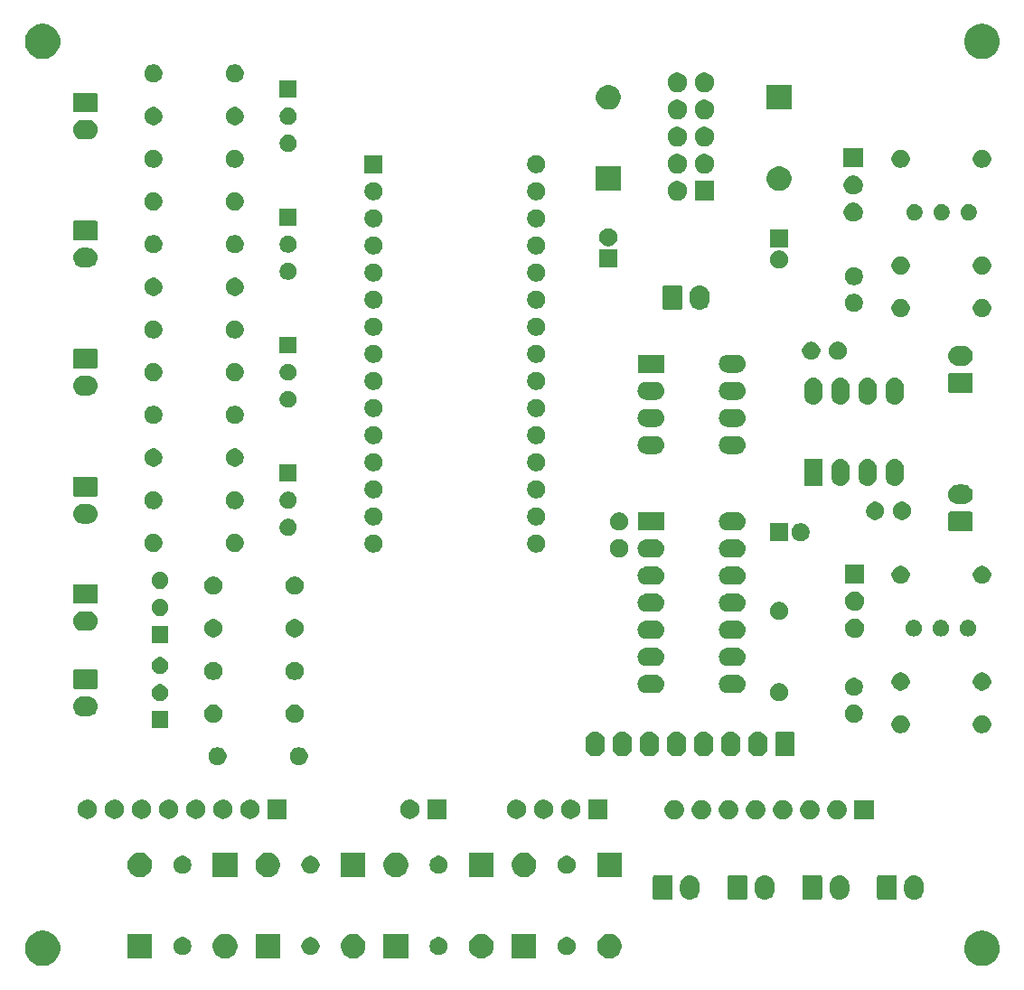
<source format=gbr>
G04 #@! TF.GenerationSoftware,KiCad,Pcbnew,5.1.6-c6e7f7d~87~ubuntu20.04.1*
G04 #@! TF.CreationDate,2020-08-28T13:52:41-04:00*
G04 #@! TF.ProjectId,dac_ino,6461635f-696e-46f2-9e6b-696361645f70,rev?*
G04 #@! TF.SameCoordinates,Original*
G04 #@! TF.FileFunction,Soldermask,Bot*
G04 #@! TF.FilePolarity,Negative*
%FSLAX46Y46*%
G04 Gerber Fmt 4.6, Leading zero omitted, Abs format (unit mm)*
G04 Created by KiCad (PCBNEW 5.1.6-c6e7f7d~87~ubuntu20.04.1) date 2020-08-28 13:52:41*
%MOMM*%
%LPD*%
G01*
G04 APERTURE LIST*
%ADD10C,0.100000*%
G04 APERTURE END LIST*
D10*
G36*
X231375256Y-136391298D02*
G01*
X231481579Y-136412447D01*
X231782042Y-136536903D01*
X232052451Y-136717585D01*
X232282415Y-136947549D01*
X232463097Y-137217958D01*
X232565122Y-137464267D01*
X232587553Y-137518422D01*
X232651000Y-137837389D01*
X232651000Y-138162611D01*
X232615221Y-138342481D01*
X232587553Y-138481579D01*
X232463097Y-138782042D01*
X232282415Y-139052451D01*
X232052451Y-139282415D01*
X231782042Y-139463097D01*
X231481579Y-139587553D01*
X231375256Y-139608702D01*
X231162611Y-139651000D01*
X230837389Y-139651000D01*
X230624744Y-139608702D01*
X230518421Y-139587553D01*
X230217958Y-139463097D01*
X229947549Y-139282415D01*
X229717585Y-139052451D01*
X229536903Y-138782042D01*
X229412447Y-138481579D01*
X229384779Y-138342481D01*
X229349000Y-138162611D01*
X229349000Y-137837389D01*
X229412447Y-137518422D01*
X229434879Y-137464267D01*
X229536903Y-137217958D01*
X229717585Y-136947549D01*
X229947549Y-136717585D01*
X230217958Y-136536903D01*
X230518421Y-136412447D01*
X230624744Y-136391298D01*
X230837389Y-136349000D01*
X231162611Y-136349000D01*
X231375256Y-136391298D01*
G37*
G36*
X143375256Y-136391298D02*
G01*
X143481579Y-136412447D01*
X143782042Y-136536903D01*
X144052451Y-136717585D01*
X144282415Y-136947549D01*
X144463097Y-137217958D01*
X144565122Y-137464267D01*
X144587553Y-137518422D01*
X144651000Y-137837389D01*
X144651000Y-138162611D01*
X144615221Y-138342481D01*
X144587553Y-138481579D01*
X144463097Y-138782042D01*
X144282415Y-139052451D01*
X144052451Y-139282415D01*
X143782042Y-139463097D01*
X143481579Y-139587553D01*
X143375256Y-139608702D01*
X143162611Y-139651000D01*
X142837389Y-139651000D01*
X142624744Y-139608702D01*
X142518421Y-139587553D01*
X142217958Y-139463097D01*
X141947549Y-139282415D01*
X141717585Y-139052451D01*
X141536903Y-138782042D01*
X141412447Y-138481579D01*
X141384779Y-138342481D01*
X141349000Y-138162611D01*
X141349000Y-137837389D01*
X141412447Y-137518422D01*
X141434879Y-137464267D01*
X141536903Y-137217958D01*
X141717585Y-136947549D01*
X141947549Y-136717585D01*
X142217958Y-136536903D01*
X142518421Y-136412447D01*
X142624744Y-136391298D01*
X142837389Y-136349000D01*
X143162611Y-136349000D01*
X143375256Y-136391298D01*
G37*
G36*
X184324549Y-136671116D02*
G01*
X184435734Y-136693232D01*
X184645203Y-136779997D01*
X184833720Y-136905960D01*
X184994040Y-137066280D01*
X185095388Y-137217958D01*
X185120004Y-137254799D01*
X185206768Y-137464267D01*
X185251000Y-137686635D01*
X185251000Y-137913365D01*
X185206768Y-138135733D01*
X185121131Y-138342481D01*
X185120003Y-138345203D01*
X184994040Y-138533720D01*
X184833720Y-138694040D01*
X184645203Y-138820003D01*
X184435734Y-138906768D01*
X184324549Y-138928884D01*
X184213365Y-138951000D01*
X183986635Y-138951000D01*
X183875451Y-138928884D01*
X183764266Y-138906768D01*
X183554797Y-138820003D01*
X183366280Y-138694040D01*
X183205960Y-138533720D01*
X183079997Y-138345203D01*
X183078870Y-138342481D01*
X182993232Y-138135733D01*
X182949000Y-137913365D01*
X182949000Y-137686635D01*
X182993232Y-137464267D01*
X183079996Y-137254799D01*
X183104612Y-137217958D01*
X183205960Y-137066280D01*
X183366280Y-136905960D01*
X183554797Y-136779997D01*
X183764266Y-136693232D01*
X183875451Y-136671116D01*
X183986635Y-136649000D01*
X184213365Y-136649000D01*
X184324549Y-136671116D01*
G37*
G36*
X189251000Y-138951000D02*
G01*
X186949000Y-138951000D01*
X186949000Y-136649000D01*
X189251000Y-136649000D01*
X189251000Y-138951000D01*
G37*
G36*
X196324549Y-136671116D02*
G01*
X196435734Y-136693232D01*
X196645203Y-136779997D01*
X196833720Y-136905960D01*
X196994040Y-137066280D01*
X197095388Y-137217958D01*
X197120004Y-137254799D01*
X197206768Y-137464267D01*
X197251000Y-137686635D01*
X197251000Y-137913365D01*
X197206768Y-138135733D01*
X197121131Y-138342481D01*
X197120003Y-138345203D01*
X196994040Y-138533720D01*
X196833720Y-138694040D01*
X196645203Y-138820003D01*
X196435734Y-138906768D01*
X196324549Y-138928884D01*
X196213365Y-138951000D01*
X195986635Y-138951000D01*
X195875451Y-138928884D01*
X195764266Y-138906768D01*
X195554797Y-138820003D01*
X195366280Y-138694040D01*
X195205960Y-138533720D01*
X195079997Y-138345203D01*
X195078870Y-138342481D01*
X194993232Y-138135733D01*
X194949000Y-137913365D01*
X194949000Y-137686635D01*
X194993232Y-137464267D01*
X195079996Y-137254799D01*
X195104612Y-137217958D01*
X195205960Y-137066280D01*
X195366280Y-136905960D01*
X195554797Y-136779997D01*
X195764266Y-136693232D01*
X195875451Y-136671116D01*
X195986635Y-136649000D01*
X196213365Y-136649000D01*
X196324549Y-136671116D01*
G37*
G36*
X165251000Y-138951000D02*
G01*
X162949000Y-138951000D01*
X162949000Y-136649000D01*
X165251000Y-136649000D01*
X165251000Y-138951000D01*
G37*
G36*
X172324549Y-136671116D02*
G01*
X172435734Y-136693232D01*
X172645203Y-136779997D01*
X172833720Y-136905960D01*
X172994040Y-137066280D01*
X173095388Y-137217958D01*
X173120004Y-137254799D01*
X173206768Y-137464267D01*
X173251000Y-137686635D01*
X173251000Y-137913365D01*
X173206768Y-138135733D01*
X173121131Y-138342481D01*
X173120003Y-138345203D01*
X172994040Y-138533720D01*
X172833720Y-138694040D01*
X172645203Y-138820003D01*
X172435734Y-138906768D01*
X172324549Y-138928884D01*
X172213365Y-138951000D01*
X171986635Y-138951000D01*
X171875451Y-138928884D01*
X171764266Y-138906768D01*
X171554797Y-138820003D01*
X171366280Y-138694040D01*
X171205960Y-138533720D01*
X171079997Y-138345203D01*
X171078870Y-138342481D01*
X170993232Y-138135733D01*
X170949000Y-137913365D01*
X170949000Y-137686635D01*
X170993232Y-137464267D01*
X171079996Y-137254799D01*
X171104612Y-137217958D01*
X171205960Y-137066280D01*
X171366280Y-136905960D01*
X171554797Y-136779997D01*
X171764266Y-136693232D01*
X171875451Y-136671116D01*
X171986635Y-136649000D01*
X172213365Y-136649000D01*
X172324549Y-136671116D01*
G37*
G36*
X153251000Y-138951000D02*
G01*
X150949000Y-138951000D01*
X150949000Y-136649000D01*
X153251000Y-136649000D01*
X153251000Y-138951000D01*
G37*
G36*
X160324549Y-136671116D02*
G01*
X160435734Y-136693232D01*
X160645203Y-136779997D01*
X160833720Y-136905960D01*
X160994040Y-137066280D01*
X161095388Y-137217958D01*
X161120004Y-137254799D01*
X161206768Y-137464267D01*
X161251000Y-137686635D01*
X161251000Y-137913365D01*
X161206768Y-138135733D01*
X161121131Y-138342481D01*
X161120003Y-138345203D01*
X160994040Y-138533720D01*
X160833720Y-138694040D01*
X160645203Y-138820003D01*
X160435734Y-138906768D01*
X160324549Y-138928884D01*
X160213365Y-138951000D01*
X159986635Y-138951000D01*
X159875451Y-138928884D01*
X159764266Y-138906768D01*
X159554797Y-138820003D01*
X159366280Y-138694040D01*
X159205960Y-138533720D01*
X159079997Y-138345203D01*
X159078870Y-138342481D01*
X158993232Y-138135733D01*
X158949000Y-137913365D01*
X158949000Y-137686635D01*
X158993232Y-137464267D01*
X159079996Y-137254799D01*
X159104612Y-137217958D01*
X159205960Y-137066280D01*
X159366280Y-136905960D01*
X159554797Y-136779997D01*
X159764266Y-136693232D01*
X159875451Y-136671116D01*
X159986635Y-136649000D01*
X160213365Y-136649000D01*
X160324549Y-136671116D01*
G37*
G36*
X177251000Y-138951000D02*
G01*
X174949000Y-138951000D01*
X174949000Y-136649000D01*
X177251000Y-136649000D01*
X177251000Y-138951000D01*
G37*
G36*
X192348228Y-136981703D02*
G01*
X192503100Y-137045853D01*
X192642481Y-137138985D01*
X192761015Y-137257519D01*
X192854147Y-137396900D01*
X192918297Y-137551772D01*
X192951000Y-137716184D01*
X192951000Y-137883816D01*
X192918297Y-138048228D01*
X192854147Y-138203100D01*
X192761015Y-138342481D01*
X192642481Y-138461015D01*
X192503100Y-138554147D01*
X192348228Y-138618297D01*
X192183816Y-138651000D01*
X192016184Y-138651000D01*
X191851772Y-138618297D01*
X191696900Y-138554147D01*
X191557519Y-138461015D01*
X191438985Y-138342481D01*
X191345853Y-138203100D01*
X191281703Y-138048228D01*
X191249000Y-137883816D01*
X191249000Y-137716184D01*
X191281703Y-137551772D01*
X191345853Y-137396900D01*
X191438985Y-137257519D01*
X191557519Y-137138985D01*
X191696900Y-137045853D01*
X191851772Y-136981703D01*
X192016184Y-136949000D01*
X192183816Y-136949000D01*
X192348228Y-136981703D01*
G37*
G36*
X156348228Y-136981703D02*
G01*
X156503100Y-137045853D01*
X156642481Y-137138985D01*
X156761015Y-137257519D01*
X156854147Y-137396900D01*
X156918297Y-137551772D01*
X156951000Y-137716184D01*
X156951000Y-137883816D01*
X156918297Y-138048228D01*
X156854147Y-138203100D01*
X156761015Y-138342481D01*
X156642481Y-138461015D01*
X156503100Y-138554147D01*
X156348228Y-138618297D01*
X156183816Y-138651000D01*
X156016184Y-138651000D01*
X155851772Y-138618297D01*
X155696900Y-138554147D01*
X155557519Y-138461015D01*
X155438985Y-138342481D01*
X155345853Y-138203100D01*
X155281703Y-138048228D01*
X155249000Y-137883816D01*
X155249000Y-137716184D01*
X155281703Y-137551772D01*
X155345853Y-137396900D01*
X155438985Y-137257519D01*
X155557519Y-137138985D01*
X155696900Y-137045853D01*
X155851772Y-136981703D01*
X156016184Y-136949000D01*
X156183816Y-136949000D01*
X156348228Y-136981703D01*
G37*
G36*
X168348228Y-136981703D02*
G01*
X168503100Y-137045853D01*
X168642481Y-137138985D01*
X168761015Y-137257519D01*
X168854147Y-137396900D01*
X168918297Y-137551772D01*
X168951000Y-137716184D01*
X168951000Y-137883816D01*
X168918297Y-138048228D01*
X168854147Y-138203100D01*
X168761015Y-138342481D01*
X168642481Y-138461015D01*
X168503100Y-138554147D01*
X168348228Y-138618297D01*
X168183816Y-138651000D01*
X168016184Y-138651000D01*
X167851772Y-138618297D01*
X167696900Y-138554147D01*
X167557519Y-138461015D01*
X167438985Y-138342481D01*
X167345853Y-138203100D01*
X167281703Y-138048228D01*
X167249000Y-137883816D01*
X167249000Y-137716184D01*
X167281703Y-137551772D01*
X167345853Y-137396900D01*
X167438985Y-137257519D01*
X167557519Y-137138985D01*
X167696900Y-137045853D01*
X167851772Y-136981703D01*
X168016184Y-136949000D01*
X168183816Y-136949000D01*
X168348228Y-136981703D01*
G37*
G36*
X180348228Y-136981703D02*
G01*
X180503100Y-137045853D01*
X180642481Y-137138985D01*
X180761015Y-137257519D01*
X180854147Y-137396900D01*
X180918297Y-137551772D01*
X180951000Y-137716184D01*
X180951000Y-137883816D01*
X180918297Y-138048228D01*
X180854147Y-138203100D01*
X180761015Y-138342481D01*
X180642481Y-138461015D01*
X180503100Y-138554147D01*
X180348228Y-138618297D01*
X180183816Y-138651000D01*
X180016184Y-138651000D01*
X179851772Y-138618297D01*
X179696900Y-138554147D01*
X179557519Y-138461015D01*
X179438985Y-138342481D01*
X179345853Y-138203100D01*
X179281703Y-138048228D01*
X179249000Y-137883816D01*
X179249000Y-137716184D01*
X179281703Y-137551772D01*
X179345853Y-137396900D01*
X179438985Y-137257519D01*
X179557519Y-137138985D01*
X179696900Y-137045853D01*
X179851772Y-136981703D01*
X180016184Y-136949000D01*
X180183816Y-136949000D01*
X180348228Y-136981703D01*
G37*
G36*
X217820547Y-131162326D02*
G01*
X217994156Y-131214990D01*
X217994158Y-131214991D01*
X218154155Y-131300511D01*
X218294397Y-131415603D01*
X218373729Y-131512271D01*
X218409489Y-131555844D01*
X218495010Y-131715843D01*
X218547674Y-131889452D01*
X218561000Y-132024756D01*
X218561000Y-132575243D01*
X218547674Y-132710548D01*
X218495010Y-132884157D01*
X218409489Y-133044156D01*
X218373729Y-133087729D01*
X218294397Y-133184397D01*
X218197729Y-133263729D01*
X218154156Y-133299489D01*
X217994157Y-133385010D01*
X217820548Y-133437674D01*
X217640000Y-133455456D01*
X217459453Y-133437674D01*
X217285844Y-133385010D01*
X217125845Y-133299489D01*
X217082272Y-133263729D01*
X216985604Y-133184397D01*
X216870513Y-133044157D01*
X216870512Y-133044155D01*
X216784990Y-132884157D01*
X216732326Y-132710548D01*
X216719000Y-132575244D01*
X216719000Y-132024757D01*
X216732326Y-131889453D01*
X216784990Y-131715844D01*
X216870511Y-131555845D01*
X216870512Y-131555844D01*
X216985603Y-131415603D01*
X217082271Y-131336271D01*
X217125844Y-131300511D01*
X217285843Y-131214990D01*
X217459452Y-131162326D01*
X217640000Y-131144544D01*
X217820547Y-131162326D01*
G37*
G36*
X210820547Y-131162326D02*
G01*
X210994156Y-131214990D01*
X210994158Y-131214991D01*
X211154155Y-131300511D01*
X211294397Y-131415603D01*
X211373729Y-131512271D01*
X211409489Y-131555844D01*
X211495010Y-131715843D01*
X211547674Y-131889452D01*
X211561000Y-132024756D01*
X211561000Y-132575243D01*
X211547674Y-132710548D01*
X211495010Y-132884157D01*
X211409489Y-133044156D01*
X211373729Y-133087729D01*
X211294397Y-133184397D01*
X211197729Y-133263729D01*
X211154156Y-133299489D01*
X210994157Y-133385010D01*
X210820548Y-133437674D01*
X210640000Y-133455456D01*
X210459453Y-133437674D01*
X210285844Y-133385010D01*
X210125845Y-133299489D01*
X210082272Y-133263729D01*
X209985604Y-133184397D01*
X209870513Y-133044157D01*
X209870512Y-133044155D01*
X209784990Y-132884157D01*
X209732326Y-132710548D01*
X209719000Y-132575244D01*
X209719000Y-132024757D01*
X209732326Y-131889453D01*
X209784990Y-131715844D01*
X209870511Y-131555845D01*
X209870512Y-131555844D01*
X209985603Y-131415603D01*
X210082271Y-131336271D01*
X210125844Y-131300511D01*
X210285843Y-131214990D01*
X210459452Y-131162326D01*
X210640000Y-131144544D01*
X210820547Y-131162326D01*
G37*
G36*
X203820547Y-131162326D02*
G01*
X203994156Y-131214990D01*
X203994158Y-131214991D01*
X204154155Y-131300511D01*
X204294397Y-131415603D01*
X204373729Y-131512271D01*
X204409489Y-131555844D01*
X204495010Y-131715843D01*
X204547674Y-131889452D01*
X204561000Y-132024756D01*
X204561000Y-132575243D01*
X204547674Y-132710548D01*
X204495010Y-132884157D01*
X204409489Y-133044156D01*
X204373729Y-133087729D01*
X204294397Y-133184397D01*
X204197729Y-133263729D01*
X204154156Y-133299489D01*
X203994157Y-133385010D01*
X203820548Y-133437674D01*
X203640000Y-133455456D01*
X203459453Y-133437674D01*
X203285844Y-133385010D01*
X203125845Y-133299489D01*
X203082272Y-133263729D01*
X202985604Y-133184397D01*
X202870513Y-133044157D01*
X202870512Y-133044155D01*
X202784990Y-132884157D01*
X202732326Y-132710548D01*
X202719000Y-132575244D01*
X202719000Y-132024757D01*
X202732326Y-131889453D01*
X202784990Y-131715844D01*
X202870511Y-131555845D01*
X202870512Y-131555844D01*
X202985603Y-131415603D01*
X203082271Y-131336271D01*
X203125844Y-131300511D01*
X203285843Y-131214990D01*
X203459452Y-131162326D01*
X203640000Y-131144544D01*
X203820547Y-131162326D01*
G37*
G36*
X224820547Y-131162326D02*
G01*
X224994156Y-131214990D01*
X224994158Y-131214991D01*
X225154155Y-131300511D01*
X225294397Y-131415603D01*
X225373729Y-131512271D01*
X225409489Y-131555844D01*
X225495010Y-131715843D01*
X225547674Y-131889452D01*
X225561000Y-132024756D01*
X225561000Y-132575243D01*
X225547674Y-132710548D01*
X225495010Y-132884157D01*
X225409489Y-133044156D01*
X225373729Y-133087729D01*
X225294397Y-133184397D01*
X225197729Y-133263729D01*
X225154156Y-133299489D01*
X224994157Y-133385010D01*
X224820548Y-133437674D01*
X224640000Y-133455456D01*
X224459453Y-133437674D01*
X224285844Y-133385010D01*
X224125845Y-133299489D01*
X224082272Y-133263729D01*
X223985604Y-133184397D01*
X223870513Y-133044157D01*
X223870512Y-133044155D01*
X223784990Y-132884157D01*
X223732326Y-132710548D01*
X223719000Y-132575244D01*
X223719000Y-132024757D01*
X223732326Y-131889453D01*
X223784990Y-131715844D01*
X223870511Y-131555845D01*
X223870512Y-131555844D01*
X223985603Y-131415603D01*
X224082271Y-131336271D01*
X224125844Y-131300511D01*
X224285843Y-131214990D01*
X224459452Y-131162326D01*
X224640000Y-131144544D01*
X224820547Y-131162326D01*
G37*
G36*
X215879561Y-131152966D02*
G01*
X215912383Y-131162923D01*
X215942632Y-131179092D01*
X215969148Y-131200852D01*
X215990908Y-131227368D01*
X216007077Y-131257617D01*
X216017034Y-131290439D01*
X216021000Y-131330713D01*
X216021000Y-133269287D01*
X216017034Y-133309561D01*
X216007077Y-133342383D01*
X215990908Y-133372632D01*
X215969148Y-133399148D01*
X215942632Y-133420908D01*
X215912383Y-133437077D01*
X215879561Y-133447034D01*
X215839287Y-133451000D01*
X214360713Y-133451000D01*
X214320439Y-133447034D01*
X214287617Y-133437077D01*
X214257368Y-133420908D01*
X214230852Y-133399148D01*
X214209092Y-133372632D01*
X214192923Y-133342383D01*
X214182966Y-133309561D01*
X214179000Y-133269287D01*
X214179000Y-131330713D01*
X214182966Y-131290439D01*
X214192923Y-131257617D01*
X214209092Y-131227368D01*
X214230852Y-131200852D01*
X214257368Y-131179092D01*
X214287617Y-131162923D01*
X214320439Y-131152966D01*
X214360713Y-131149000D01*
X215839287Y-131149000D01*
X215879561Y-131152966D01*
G37*
G36*
X208879561Y-131152966D02*
G01*
X208912383Y-131162923D01*
X208942632Y-131179092D01*
X208969148Y-131200852D01*
X208990908Y-131227368D01*
X209007077Y-131257617D01*
X209017034Y-131290439D01*
X209021000Y-131330713D01*
X209021000Y-133269287D01*
X209017034Y-133309561D01*
X209007077Y-133342383D01*
X208990908Y-133372632D01*
X208969148Y-133399148D01*
X208942632Y-133420908D01*
X208912383Y-133437077D01*
X208879561Y-133447034D01*
X208839287Y-133451000D01*
X207360713Y-133451000D01*
X207320439Y-133447034D01*
X207287617Y-133437077D01*
X207257368Y-133420908D01*
X207230852Y-133399148D01*
X207209092Y-133372632D01*
X207192923Y-133342383D01*
X207182966Y-133309561D01*
X207179000Y-133269287D01*
X207179000Y-131330713D01*
X207182966Y-131290439D01*
X207192923Y-131257617D01*
X207209092Y-131227368D01*
X207230852Y-131200852D01*
X207257368Y-131179092D01*
X207287617Y-131162923D01*
X207320439Y-131152966D01*
X207360713Y-131149000D01*
X208839287Y-131149000D01*
X208879561Y-131152966D01*
G37*
G36*
X222879561Y-131152966D02*
G01*
X222912383Y-131162923D01*
X222942632Y-131179092D01*
X222969148Y-131200852D01*
X222990908Y-131227368D01*
X223007077Y-131257617D01*
X223017034Y-131290439D01*
X223021000Y-131330713D01*
X223021000Y-133269287D01*
X223017034Y-133309561D01*
X223007077Y-133342383D01*
X222990908Y-133372632D01*
X222969148Y-133399148D01*
X222942632Y-133420908D01*
X222912383Y-133437077D01*
X222879561Y-133447034D01*
X222839287Y-133451000D01*
X221360713Y-133451000D01*
X221320439Y-133447034D01*
X221287617Y-133437077D01*
X221257368Y-133420908D01*
X221230852Y-133399148D01*
X221209092Y-133372632D01*
X221192923Y-133342383D01*
X221182966Y-133309561D01*
X221179000Y-133269287D01*
X221179000Y-131330713D01*
X221182966Y-131290439D01*
X221192923Y-131257617D01*
X221209092Y-131227368D01*
X221230852Y-131200852D01*
X221257368Y-131179092D01*
X221287617Y-131162923D01*
X221320439Y-131152966D01*
X221360713Y-131149000D01*
X222839287Y-131149000D01*
X222879561Y-131152966D01*
G37*
G36*
X201879561Y-131152966D02*
G01*
X201912383Y-131162923D01*
X201942632Y-131179092D01*
X201969148Y-131200852D01*
X201990908Y-131227368D01*
X202007077Y-131257617D01*
X202017034Y-131290439D01*
X202021000Y-131330713D01*
X202021000Y-133269287D01*
X202017034Y-133309561D01*
X202007077Y-133342383D01*
X201990908Y-133372632D01*
X201969148Y-133399148D01*
X201942632Y-133420908D01*
X201912383Y-133437077D01*
X201879561Y-133447034D01*
X201839287Y-133451000D01*
X200360713Y-133451000D01*
X200320439Y-133447034D01*
X200287617Y-133437077D01*
X200257368Y-133420908D01*
X200230852Y-133399148D01*
X200209092Y-133372632D01*
X200192923Y-133342383D01*
X200182966Y-133309561D01*
X200179000Y-133269287D01*
X200179000Y-131330713D01*
X200182966Y-131290439D01*
X200192923Y-131257617D01*
X200209092Y-131227368D01*
X200230852Y-131200852D01*
X200257368Y-131179092D01*
X200287617Y-131162923D01*
X200320439Y-131152966D01*
X200360713Y-131149000D01*
X201839287Y-131149000D01*
X201879561Y-131152966D01*
G37*
G36*
X188324549Y-129051116D02*
G01*
X188435734Y-129073232D01*
X188645203Y-129159997D01*
X188833720Y-129285960D01*
X188994040Y-129446280D01*
X189120003Y-129634797D01*
X189120004Y-129634799D01*
X189206768Y-129844267D01*
X189251000Y-130066635D01*
X189251000Y-130293365D01*
X189206768Y-130515733D01*
X189121131Y-130722481D01*
X189120003Y-130725203D01*
X188994040Y-130913720D01*
X188833720Y-131074040D01*
X188645203Y-131200003D01*
X188645202Y-131200004D01*
X188645201Y-131200004D01*
X188609021Y-131214990D01*
X188435734Y-131286768D01*
X188366643Y-131300511D01*
X188213365Y-131331000D01*
X187986635Y-131331000D01*
X187833357Y-131300511D01*
X187764266Y-131286768D01*
X187590979Y-131214990D01*
X187554799Y-131200004D01*
X187554798Y-131200004D01*
X187554797Y-131200003D01*
X187366280Y-131074040D01*
X187205960Y-130913720D01*
X187079997Y-130725203D01*
X187078870Y-130722481D01*
X186993232Y-130515733D01*
X186949000Y-130293365D01*
X186949000Y-130066635D01*
X186993232Y-129844267D01*
X187079996Y-129634799D01*
X187079997Y-129634797D01*
X187205960Y-129446280D01*
X187366280Y-129285960D01*
X187554797Y-129159997D01*
X187764266Y-129073232D01*
X187875451Y-129051116D01*
X187986635Y-129029000D01*
X188213365Y-129029000D01*
X188324549Y-129051116D01*
G37*
G36*
X176324549Y-129051116D02*
G01*
X176435734Y-129073232D01*
X176645203Y-129159997D01*
X176833720Y-129285960D01*
X176994040Y-129446280D01*
X177120003Y-129634797D01*
X177120004Y-129634799D01*
X177206768Y-129844267D01*
X177251000Y-130066635D01*
X177251000Y-130293365D01*
X177206768Y-130515733D01*
X177121131Y-130722481D01*
X177120003Y-130725203D01*
X176994040Y-130913720D01*
X176833720Y-131074040D01*
X176645203Y-131200003D01*
X176645202Y-131200004D01*
X176645201Y-131200004D01*
X176609021Y-131214990D01*
X176435734Y-131286768D01*
X176366643Y-131300511D01*
X176213365Y-131331000D01*
X175986635Y-131331000D01*
X175833357Y-131300511D01*
X175764266Y-131286768D01*
X175590979Y-131214990D01*
X175554799Y-131200004D01*
X175554798Y-131200004D01*
X175554797Y-131200003D01*
X175366280Y-131074040D01*
X175205960Y-130913720D01*
X175079997Y-130725203D01*
X175078870Y-130722481D01*
X174993232Y-130515733D01*
X174949000Y-130293365D01*
X174949000Y-130066635D01*
X174993232Y-129844267D01*
X175079996Y-129634799D01*
X175079997Y-129634797D01*
X175205960Y-129446280D01*
X175366280Y-129285960D01*
X175554797Y-129159997D01*
X175764266Y-129073232D01*
X175875451Y-129051116D01*
X175986635Y-129029000D01*
X176213365Y-129029000D01*
X176324549Y-129051116D01*
G37*
G36*
X185251000Y-131331000D02*
G01*
X182949000Y-131331000D01*
X182949000Y-129029000D01*
X185251000Y-129029000D01*
X185251000Y-131331000D01*
G37*
G36*
X197251000Y-131331000D02*
G01*
X194949000Y-131331000D01*
X194949000Y-129029000D01*
X197251000Y-129029000D01*
X197251000Y-131331000D01*
G37*
G36*
X164324549Y-129051116D02*
G01*
X164435734Y-129073232D01*
X164645203Y-129159997D01*
X164833720Y-129285960D01*
X164994040Y-129446280D01*
X165120003Y-129634797D01*
X165120004Y-129634799D01*
X165206768Y-129844267D01*
X165251000Y-130066635D01*
X165251000Y-130293365D01*
X165206768Y-130515733D01*
X165121131Y-130722481D01*
X165120003Y-130725203D01*
X164994040Y-130913720D01*
X164833720Y-131074040D01*
X164645203Y-131200003D01*
X164645202Y-131200004D01*
X164645201Y-131200004D01*
X164609021Y-131214990D01*
X164435734Y-131286768D01*
X164366643Y-131300511D01*
X164213365Y-131331000D01*
X163986635Y-131331000D01*
X163833357Y-131300511D01*
X163764266Y-131286768D01*
X163590979Y-131214990D01*
X163554799Y-131200004D01*
X163554798Y-131200004D01*
X163554797Y-131200003D01*
X163366280Y-131074040D01*
X163205960Y-130913720D01*
X163079997Y-130725203D01*
X163078870Y-130722481D01*
X162993232Y-130515733D01*
X162949000Y-130293365D01*
X162949000Y-130066635D01*
X162993232Y-129844267D01*
X163079996Y-129634799D01*
X163079997Y-129634797D01*
X163205960Y-129446280D01*
X163366280Y-129285960D01*
X163554797Y-129159997D01*
X163764266Y-129073232D01*
X163875451Y-129051116D01*
X163986635Y-129029000D01*
X164213365Y-129029000D01*
X164324549Y-129051116D01*
G37*
G36*
X173251000Y-131331000D02*
G01*
X170949000Y-131331000D01*
X170949000Y-129029000D01*
X173251000Y-129029000D01*
X173251000Y-131331000D01*
G37*
G36*
X152324549Y-129051116D02*
G01*
X152435734Y-129073232D01*
X152645203Y-129159997D01*
X152833720Y-129285960D01*
X152994040Y-129446280D01*
X153120003Y-129634797D01*
X153120004Y-129634799D01*
X153206768Y-129844267D01*
X153251000Y-130066635D01*
X153251000Y-130293365D01*
X153206768Y-130515733D01*
X153121131Y-130722481D01*
X153120003Y-130725203D01*
X152994040Y-130913720D01*
X152833720Y-131074040D01*
X152645203Y-131200003D01*
X152645202Y-131200004D01*
X152645201Y-131200004D01*
X152609021Y-131214990D01*
X152435734Y-131286768D01*
X152366643Y-131300511D01*
X152213365Y-131331000D01*
X151986635Y-131331000D01*
X151833357Y-131300511D01*
X151764266Y-131286768D01*
X151590979Y-131214990D01*
X151554799Y-131200004D01*
X151554798Y-131200004D01*
X151554797Y-131200003D01*
X151366280Y-131074040D01*
X151205960Y-130913720D01*
X151079997Y-130725203D01*
X151078870Y-130722481D01*
X150993232Y-130515733D01*
X150949000Y-130293365D01*
X150949000Y-130066635D01*
X150993232Y-129844267D01*
X151079996Y-129634799D01*
X151079997Y-129634797D01*
X151205960Y-129446280D01*
X151366280Y-129285960D01*
X151554797Y-129159997D01*
X151764266Y-129073232D01*
X151875451Y-129051116D01*
X151986635Y-129029000D01*
X152213365Y-129029000D01*
X152324549Y-129051116D01*
G37*
G36*
X161251000Y-131331000D02*
G01*
X158949000Y-131331000D01*
X158949000Y-129029000D01*
X161251000Y-129029000D01*
X161251000Y-131331000D01*
G37*
G36*
X192348228Y-129361703D02*
G01*
X192503100Y-129425853D01*
X192642481Y-129518985D01*
X192761015Y-129637519D01*
X192854147Y-129776900D01*
X192918297Y-129931772D01*
X192951000Y-130096184D01*
X192951000Y-130263816D01*
X192918297Y-130428228D01*
X192854147Y-130583100D01*
X192761015Y-130722481D01*
X192642481Y-130841015D01*
X192503100Y-130934147D01*
X192348228Y-130998297D01*
X192183816Y-131031000D01*
X192016184Y-131031000D01*
X191851772Y-130998297D01*
X191696900Y-130934147D01*
X191557519Y-130841015D01*
X191438985Y-130722481D01*
X191345853Y-130583100D01*
X191281703Y-130428228D01*
X191249000Y-130263816D01*
X191249000Y-130096184D01*
X191281703Y-129931772D01*
X191345853Y-129776900D01*
X191438985Y-129637519D01*
X191557519Y-129518985D01*
X191696900Y-129425853D01*
X191851772Y-129361703D01*
X192016184Y-129329000D01*
X192183816Y-129329000D01*
X192348228Y-129361703D01*
G37*
G36*
X180348228Y-129361703D02*
G01*
X180503100Y-129425853D01*
X180642481Y-129518985D01*
X180761015Y-129637519D01*
X180854147Y-129776900D01*
X180918297Y-129931772D01*
X180951000Y-130096184D01*
X180951000Y-130263816D01*
X180918297Y-130428228D01*
X180854147Y-130583100D01*
X180761015Y-130722481D01*
X180642481Y-130841015D01*
X180503100Y-130934147D01*
X180348228Y-130998297D01*
X180183816Y-131031000D01*
X180016184Y-131031000D01*
X179851772Y-130998297D01*
X179696900Y-130934147D01*
X179557519Y-130841015D01*
X179438985Y-130722481D01*
X179345853Y-130583100D01*
X179281703Y-130428228D01*
X179249000Y-130263816D01*
X179249000Y-130096184D01*
X179281703Y-129931772D01*
X179345853Y-129776900D01*
X179438985Y-129637519D01*
X179557519Y-129518985D01*
X179696900Y-129425853D01*
X179851772Y-129361703D01*
X180016184Y-129329000D01*
X180183816Y-129329000D01*
X180348228Y-129361703D01*
G37*
G36*
X168348228Y-129361703D02*
G01*
X168503100Y-129425853D01*
X168642481Y-129518985D01*
X168761015Y-129637519D01*
X168854147Y-129776900D01*
X168918297Y-129931772D01*
X168951000Y-130096184D01*
X168951000Y-130263816D01*
X168918297Y-130428228D01*
X168854147Y-130583100D01*
X168761015Y-130722481D01*
X168642481Y-130841015D01*
X168503100Y-130934147D01*
X168348228Y-130998297D01*
X168183816Y-131031000D01*
X168016184Y-131031000D01*
X167851772Y-130998297D01*
X167696900Y-130934147D01*
X167557519Y-130841015D01*
X167438985Y-130722481D01*
X167345853Y-130583100D01*
X167281703Y-130428228D01*
X167249000Y-130263816D01*
X167249000Y-130096184D01*
X167281703Y-129931772D01*
X167345853Y-129776900D01*
X167438985Y-129637519D01*
X167557519Y-129518985D01*
X167696900Y-129425853D01*
X167851772Y-129361703D01*
X168016184Y-129329000D01*
X168183816Y-129329000D01*
X168348228Y-129361703D01*
G37*
G36*
X156348228Y-129361703D02*
G01*
X156503100Y-129425853D01*
X156642481Y-129518985D01*
X156761015Y-129637519D01*
X156854147Y-129776900D01*
X156918297Y-129931772D01*
X156951000Y-130096184D01*
X156951000Y-130263816D01*
X156918297Y-130428228D01*
X156854147Y-130583100D01*
X156761015Y-130722481D01*
X156642481Y-130841015D01*
X156503100Y-130934147D01*
X156348228Y-130998297D01*
X156183816Y-131031000D01*
X156016184Y-131031000D01*
X155851772Y-130998297D01*
X155696900Y-130934147D01*
X155557519Y-130841015D01*
X155438985Y-130722481D01*
X155345853Y-130583100D01*
X155281703Y-130428228D01*
X155249000Y-130263816D01*
X155249000Y-130096184D01*
X155281703Y-129931772D01*
X155345853Y-129776900D01*
X155438985Y-129637519D01*
X155557519Y-129518985D01*
X155696900Y-129425853D01*
X155851772Y-129361703D01*
X156016184Y-129329000D01*
X156183816Y-129329000D01*
X156348228Y-129361703D01*
G37*
G36*
X220865000Y-125919800D02*
G01*
X219063000Y-125919800D01*
X219063000Y-124117800D01*
X220865000Y-124117800D01*
X220865000Y-125919800D01*
G37*
G36*
X217537512Y-124122727D02*
G01*
X217686812Y-124152424D01*
X217850784Y-124220344D01*
X217998354Y-124318947D01*
X218123853Y-124444446D01*
X218222456Y-124592016D01*
X218290376Y-124755988D01*
X218325000Y-124930059D01*
X218325000Y-125107541D01*
X218290376Y-125281612D01*
X218222456Y-125445584D01*
X218123853Y-125593154D01*
X217998354Y-125718653D01*
X217850784Y-125817256D01*
X217686812Y-125885176D01*
X217537512Y-125914873D01*
X217512742Y-125919800D01*
X217335258Y-125919800D01*
X217310488Y-125914873D01*
X217161188Y-125885176D01*
X216997216Y-125817256D01*
X216849646Y-125718653D01*
X216724147Y-125593154D01*
X216625544Y-125445584D01*
X216557624Y-125281612D01*
X216523000Y-125107541D01*
X216523000Y-124930059D01*
X216557624Y-124755988D01*
X216625544Y-124592016D01*
X216724147Y-124444446D01*
X216849646Y-124318947D01*
X216997216Y-124220344D01*
X217161188Y-124152424D01*
X217310488Y-124122727D01*
X217335258Y-124117800D01*
X217512742Y-124117800D01*
X217537512Y-124122727D01*
G37*
G36*
X214997512Y-124122727D02*
G01*
X215146812Y-124152424D01*
X215310784Y-124220344D01*
X215458354Y-124318947D01*
X215583853Y-124444446D01*
X215682456Y-124592016D01*
X215750376Y-124755988D01*
X215785000Y-124930059D01*
X215785000Y-125107541D01*
X215750376Y-125281612D01*
X215682456Y-125445584D01*
X215583853Y-125593154D01*
X215458354Y-125718653D01*
X215310784Y-125817256D01*
X215146812Y-125885176D01*
X214997512Y-125914873D01*
X214972742Y-125919800D01*
X214795258Y-125919800D01*
X214770488Y-125914873D01*
X214621188Y-125885176D01*
X214457216Y-125817256D01*
X214309646Y-125718653D01*
X214184147Y-125593154D01*
X214085544Y-125445584D01*
X214017624Y-125281612D01*
X213983000Y-125107541D01*
X213983000Y-124930059D01*
X214017624Y-124755988D01*
X214085544Y-124592016D01*
X214184147Y-124444446D01*
X214309646Y-124318947D01*
X214457216Y-124220344D01*
X214621188Y-124152424D01*
X214770488Y-124122727D01*
X214795258Y-124117800D01*
X214972742Y-124117800D01*
X214997512Y-124122727D01*
G37*
G36*
X212457512Y-124122727D02*
G01*
X212606812Y-124152424D01*
X212770784Y-124220344D01*
X212918354Y-124318947D01*
X213043853Y-124444446D01*
X213142456Y-124592016D01*
X213210376Y-124755988D01*
X213245000Y-124930059D01*
X213245000Y-125107541D01*
X213210376Y-125281612D01*
X213142456Y-125445584D01*
X213043853Y-125593154D01*
X212918354Y-125718653D01*
X212770784Y-125817256D01*
X212606812Y-125885176D01*
X212457512Y-125914873D01*
X212432742Y-125919800D01*
X212255258Y-125919800D01*
X212230488Y-125914873D01*
X212081188Y-125885176D01*
X211917216Y-125817256D01*
X211769646Y-125718653D01*
X211644147Y-125593154D01*
X211545544Y-125445584D01*
X211477624Y-125281612D01*
X211443000Y-125107541D01*
X211443000Y-124930059D01*
X211477624Y-124755988D01*
X211545544Y-124592016D01*
X211644147Y-124444446D01*
X211769646Y-124318947D01*
X211917216Y-124220344D01*
X212081188Y-124152424D01*
X212230488Y-124122727D01*
X212255258Y-124117800D01*
X212432742Y-124117800D01*
X212457512Y-124122727D01*
G37*
G36*
X209917512Y-124122727D02*
G01*
X210066812Y-124152424D01*
X210230784Y-124220344D01*
X210378354Y-124318947D01*
X210503853Y-124444446D01*
X210602456Y-124592016D01*
X210670376Y-124755988D01*
X210705000Y-124930059D01*
X210705000Y-125107541D01*
X210670376Y-125281612D01*
X210602456Y-125445584D01*
X210503853Y-125593154D01*
X210378354Y-125718653D01*
X210230784Y-125817256D01*
X210066812Y-125885176D01*
X209917512Y-125914873D01*
X209892742Y-125919800D01*
X209715258Y-125919800D01*
X209690488Y-125914873D01*
X209541188Y-125885176D01*
X209377216Y-125817256D01*
X209229646Y-125718653D01*
X209104147Y-125593154D01*
X209005544Y-125445584D01*
X208937624Y-125281612D01*
X208903000Y-125107541D01*
X208903000Y-124930059D01*
X208937624Y-124755988D01*
X209005544Y-124592016D01*
X209104147Y-124444446D01*
X209229646Y-124318947D01*
X209377216Y-124220344D01*
X209541188Y-124152424D01*
X209690488Y-124122727D01*
X209715258Y-124117800D01*
X209892742Y-124117800D01*
X209917512Y-124122727D01*
G37*
G36*
X207377512Y-124122727D02*
G01*
X207526812Y-124152424D01*
X207690784Y-124220344D01*
X207838354Y-124318947D01*
X207963853Y-124444446D01*
X208062456Y-124592016D01*
X208130376Y-124755988D01*
X208165000Y-124930059D01*
X208165000Y-125107541D01*
X208130376Y-125281612D01*
X208062456Y-125445584D01*
X207963853Y-125593154D01*
X207838354Y-125718653D01*
X207690784Y-125817256D01*
X207526812Y-125885176D01*
X207377512Y-125914873D01*
X207352742Y-125919800D01*
X207175258Y-125919800D01*
X207150488Y-125914873D01*
X207001188Y-125885176D01*
X206837216Y-125817256D01*
X206689646Y-125718653D01*
X206564147Y-125593154D01*
X206465544Y-125445584D01*
X206397624Y-125281612D01*
X206363000Y-125107541D01*
X206363000Y-124930059D01*
X206397624Y-124755988D01*
X206465544Y-124592016D01*
X206564147Y-124444446D01*
X206689646Y-124318947D01*
X206837216Y-124220344D01*
X207001188Y-124152424D01*
X207150488Y-124122727D01*
X207175258Y-124117800D01*
X207352742Y-124117800D01*
X207377512Y-124122727D01*
G37*
G36*
X202297512Y-124122727D02*
G01*
X202446812Y-124152424D01*
X202610784Y-124220344D01*
X202758354Y-124318947D01*
X202883853Y-124444446D01*
X202982456Y-124592016D01*
X203050376Y-124755988D01*
X203085000Y-124930059D01*
X203085000Y-125107541D01*
X203050376Y-125281612D01*
X202982456Y-125445584D01*
X202883853Y-125593154D01*
X202758354Y-125718653D01*
X202610784Y-125817256D01*
X202446812Y-125885176D01*
X202297512Y-125914873D01*
X202272742Y-125919800D01*
X202095258Y-125919800D01*
X202070488Y-125914873D01*
X201921188Y-125885176D01*
X201757216Y-125817256D01*
X201609646Y-125718653D01*
X201484147Y-125593154D01*
X201385544Y-125445584D01*
X201317624Y-125281612D01*
X201283000Y-125107541D01*
X201283000Y-124930059D01*
X201317624Y-124755988D01*
X201385544Y-124592016D01*
X201484147Y-124444446D01*
X201609646Y-124318947D01*
X201757216Y-124220344D01*
X201921188Y-124152424D01*
X202070488Y-124122727D01*
X202095258Y-124117800D01*
X202272742Y-124117800D01*
X202297512Y-124122727D01*
G37*
G36*
X204837512Y-124122727D02*
G01*
X204986812Y-124152424D01*
X205150784Y-124220344D01*
X205298354Y-124318947D01*
X205423853Y-124444446D01*
X205522456Y-124592016D01*
X205590376Y-124755988D01*
X205625000Y-124930059D01*
X205625000Y-125107541D01*
X205590376Y-125281612D01*
X205522456Y-125445584D01*
X205423853Y-125593154D01*
X205298354Y-125718653D01*
X205150784Y-125817256D01*
X204986812Y-125885176D01*
X204837512Y-125914873D01*
X204812742Y-125919800D01*
X204635258Y-125919800D01*
X204610488Y-125914873D01*
X204461188Y-125885176D01*
X204297216Y-125817256D01*
X204149646Y-125718653D01*
X204024147Y-125593154D01*
X203925544Y-125445584D01*
X203857624Y-125281612D01*
X203823000Y-125107541D01*
X203823000Y-124930059D01*
X203857624Y-124755988D01*
X203925544Y-124592016D01*
X204024147Y-124444446D01*
X204149646Y-124318947D01*
X204297216Y-124220344D01*
X204461188Y-124152424D01*
X204610488Y-124122727D01*
X204635258Y-124117800D01*
X204812742Y-124117800D01*
X204837512Y-124122727D01*
G37*
G36*
X154926512Y-124071927D02*
G01*
X155075812Y-124101624D01*
X155239784Y-124169544D01*
X155387354Y-124268147D01*
X155512853Y-124393646D01*
X155611456Y-124541216D01*
X155679376Y-124705188D01*
X155714000Y-124879259D01*
X155714000Y-125056741D01*
X155679376Y-125230812D01*
X155611456Y-125394784D01*
X155512853Y-125542354D01*
X155387354Y-125667853D01*
X155239784Y-125766456D01*
X155075812Y-125834376D01*
X154926512Y-125864073D01*
X154901742Y-125869000D01*
X154724258Y-125869000D01*
X154699488Y-125864073D01*
X154550188Y-125834376D01*
X154386216Y-125766456D01*
X154238646Y-125667853D01*
X154113147Y-125542354D01*
X154014544Y-125394784D01*
X153946624Y-125230812D01*
X153912000Y-125056741D01*
X153912000Y-124879259D01*
X153946624Y-124705188D01*
X154014544Y-124541216D01*
X154113147Y-124393646D01*
X154238646Y-124268147D01*
X154386216Y-124169544D01*
X154550188Y-124101624D01*
X154699488Y-124071927D01*
X154724258Y-124067000D01*
X154901742Y-124067000D01*
X154926512Y-124071927D01*
G37*
G36*
X195909000Y-125869000D02*
G01*
X194107000Y-125869000D01*
X194107000Y-124067000D01*
X195909000Y-124067000D01*
X195909000Y-125869000D01*
G37*
G36*
X190041512Y-124071927D02*
G01*
X190190812Y-124101624D01*
X190354784Y-124169544D01*
X190502354Y-124268147D01*
X190627853Y-124393646D01*
X190726456Y-124541216D01*
X190794376Y-124705188D01*
X190829000Y-124879259D01*
X190829000Y-125056741D01*
X190794376Y-125230812D01*
X190726456Y-125394784D01*
X190627853Y-125542354D01*
X190502354Y-125667853D01*
X190354784Y-125766456D01*
X190190812Y-125834376D01*
X190041512Y-125864073D01*
X190016742Y-125869000D01*
X189839258Y-125869000D01*
X189814488Y-125864073D01*
X189665188Y-125834376D01*
X189501216Y-125766456D01*
X189353646Y-125667853D01*
X189228147Y-125542354D01*
X189129544Y-125394784D01*
X189061624Y-125230812D01*
X189027000Y-125056741D01*
X189027000Y-124879259D01*
X189061624Y-124705188D01*
X189129544Y-124541216D01*
X189228147Y-124393646D01*
X189353646Y-124268147D01*
X189501216Y-124169544D01*
X189665188Y-124101624D01*
X189814488Y-124071927D01*
X189839258Y-124067000D01*
X190016742Y-124067000D01*
X190041512Y-124071927D01*
G37*
G36*
X187501512Y-124071927D02*
G01*
X187650812Y-124101624D01*
X187814784Y-124169544D01*
X187962354Y-124268147D01*
X188087853Y-124393646D01*
X188186456Y-124541216D01*
X188254376Y-124705188D01*
X188289000Y-124879259D01*
X188289000Y-125056741D01*
X188254376Y-125230812D01*
X188186456Y-125394784D01*
X188087853Y-125542354D01*
X187962354Y-125667853D01*
X187814784Y-125766456D01*
X187650812Y-125834376D01*
X187501512Y-125864073D01*
X187476742Y-125869000D01*
X187299258Y-125869000D01*
X187274488Y-125864073D01*
X187125188Y-125834376D01*
X186961216Y-125766456D01*
X186813646Y-125667853D01*
X186688147Y-125542354D01*
X186589544Y-125394784D01*
X186521624Y-125230812D01*
X186487000Y-125056741D01*
X186487000Y-124879259D01*
X186521624Y-124705188D01*
X186589544Y-124541216D01*
X186688147Y-124393646D01*
X186813646Y-124268147D01*
X186961216Y-124169544D01*
X187125188Y-124101624D01*
X187274488Y-124071927D01*
X187299258Y-124067000D01*
X187476742Y-124067000D01*
X187501512Y-124071927D01*
G37*
G36*
X165874000Y-125869000D02*
G01*
X164072000Y-125869000D01*
X164072000Y-124067000D01*
X165874000Y-124067000D01*
X165874000Y-125869000D01*
G37*
G36*
X162546512Y-124071927D02*
G01*
X162695812Y-124101624D01*
X162859784Y-124169544D01*
X163007354Y-124268147D01*
X163132853Y-124393646D01*
X163231456Y-124541216D01*
X163299376Y-124705188D01*
X163334000Y-124879259D01*
X163334000Y-125056741D01*
X163299376Y-125230812D01*
X163231456Y-125394784D01*
X163132853Y-125542354D01*
X163007354Y-125667853D01*
X162859784Y-125766456D01*
X162695812Y-125834376D01*
X162546512Y-125864073D01*
X162521742Y-125869000D01*
X162344258Y-125869000D01*
X162319488Y-125864073D01*
X162170188Y-125834376D01*
X162006216Y-125766456D01*
X161858646Y-125667853D01*
X161733147Y-125542354D01*
X161634544Y-125394784D01*
X161566624Y-125230812D01*
X161532000Y-125056741D01*
X161532000Y-124879259D01*
X161566624Y-124705188D01*
X161634544Y-124541216D01*
X161733147Y-124393646D01*
X161858646Y-124268147D01*
X162006216Y-124169544D01*
X162170188Y-124101624D01*
X162319488Y-124071927D01*
X162344258Y-124067000D01*
X162521742Y-124067000D01*
X162546512Y-124071927D01*
G37*
G36*
X160006512Y-124071927D02*
G01*
X160155812Y-124101624D01*
X160319784Y-124169544D01*
X160467354Y-124268147D01*
X160592853Y-124393646D01*
X160691456Y-124541216D01*
X160759376Y-124705188D01*
X160794000Y-124879259D01*
X160794000Y-125056741D01*
X160759376Y-125230812D01*
X160691456Y-125394784D01*
X160592853Y-125542354D01*
X160467354Y-125667853D01*
X160319784Y-125766456D01*
X160155812Y-125834376D01*
X160006512Y-125864073D01*
X159981742Y-125869000D01*
X159804258Y-125869000D01*
X159779488Y-125864073D01*
X159630188Y-125834376D01*
X159466216Y-125766456D01*
X159318646Y-125667853D01*
X159193147Y-125542354D01*
X159094544Y-125394784D01*
X159026624Y-125230812D01*
X158992000Y-125056741D01*
X158992000Y-124879259D01*
X159026624Y-124705188D01*
X159094544Y-124541216D01*
X159193147Y-124393646D01*
X159318646Y-124268147D01*
X159466216Y-124169544D01*
X159630188Y-124101624D01*
X159779488Y-124071927D01*
X159804258Y-124067000D01*
X159981742Y-124067000D01*
X160006512Y-124071927D01*
G37*
G36*
X157466512Y-124071927D02*
G01*
X157615812Y-124101624D01*
X157779784Y-124169544D01*
X157927354Y-124268147D01*
X158052853Y-124393646D01*
X158151456Y-124541216D01*
X158219376Y-124705188D01*
X158254000Y-124879259D01*
X158254000Y-125056741D01*
X158219376Y-125230812D01*
X158151456Y-125394784D01*
X158052853Y-125542354D01*
X157927354Y-125667853D01*
X157779784Y-125766456D01*
X157615812Y-125834376D01*
X157466512Y-125864073D01*
X157441742Y-125869000D01*
X157264258Y-125869000D01*
X157239488Y-125864073D01*
X157090188Y-125834376D01*
X156926216Y-125766456D01*
X156778646Y-125667853D01*
X156653147Y-125542354D01*
X156554544Y-125394784D01*
X156486624Y-125230812D01*
X156452000Y-125056741D01*
X156452000Y-124879259D01*
X156486624Y-124705188D01*
X156554544Y-124541216D01*
X156653147Y-124393646D01*
X156778646Y-124268147D01*
X156926216Y-124169544D01*
X157090188Y-124101624D01*
X157239488Y-124071927D01*
X157264258Y-124067000D01*
X157441742Y-124067000D01*
X157466512Y-124071927D01*
G37*
G36*
X147306512Y-124071927D02*
G01*
X147455812Y-124101624D01*
X147619784Y-124169544D01*
X147767354Y-124268147D01*
X147892853Y-124393646D01*
X147991456Y-124541216D01*
X148059376Y-124705188D01*
X148094000Y-124879259D01*
X148094000Y-125056741D01*
X148059376Y-125230812D01*
X147991456Y-125394784D01*
X147892853Y-125542354D01*
X147767354Y-125667853D01*
X147619784Y-125766456D01*
X147455812Y-125834376D01*
X147306512Y-125864073D01*
X147281742Y-125869000D01*
X147104258Y-125869000D01*
X147079488Y-125864073D01*
X146930188Y-125834376D01*
X146766216Y-125766456D01*
X146618646Y-125667853D01*
X146493147Y-125542354D01*
X146394544Y-125394784D01*
X146326624Y-125230812D01*
X146292000Y-125056741D01*
X146292000Y-124879259D01*
X146326624Y-124705188D01*
X146394544Y-124541216D01*
X146493147Y-124393646D01*
X146618646Y-124268147D01*
X146766216Y-124169544D01*
X146930188Y-124101624D01*
X147079488Y-124071927D01*
X147104258Y-124067000D01*
X147281742Y-124067000D01*
X147306512Y-124071927D01*
G37*
G36*
X149846512Y-124071927D02*
G01*
X149995812Y-124101624D01*
X150159784Y-124169544D01*
X150307354Y-124268147D01*
X150432853Y-124393646D01*
X150531456Y-124541216D01*
X150599376Y-124705188D01*
X150634000Y-124879259D01*
X150634000Y-125056741D01*
X150599376Y-125230812D01*
X150531456Y-125394784D01*
X150432853Y-125542354D01*
X150307354Y-125667853D01*
X150159784Y-125766456D01*
X149995812Y-125834376D01*
X149846512Y-125864073D01*
X149821742Y-125869000D01*
X149644258Y-125869000D01*
X149619488Y-125864073D01*
X149470188Y-125834376D01*
X149306216Y-125766456D01*
X149158646Y-125667853D01*
X149033147Y-125542354D01*
X148934544Y-125394784D01*
X148866624Y-125230812D01*
X148832000Y-125056741D01*
X148832000Y-124879259D01*
X148866624Y-124705188D01*
X148934544Y-124541216D01*
X149033147Y-124393646D01*
X149158646Y-124268147D01*
X149306216Y-124169544D01*
X149470188Y-124101624D01*
X149619488Y-124071927D01*
X149644258Y-124067000D01*
X149821742Y-124067000D01*
X149846512Y-124071927D01*
G37*
G36*
X192581512Y-124071927D02*
G01*
X192730812Y-124101624D01*
X192894784Y-124169544D01*
X193042354Y-124268147D01*
X193167853Y-124393646D01*
X193266456Y-124541216D01*
X193334376Y-124705188D01*
X193369000Y-124879259D01*
X193369000Y-125056741D01*
X193334376Y-125230812D01*
X193266456Y-125394784D01*
X193167853Y-125542354D01*
X193042354Y-125667853D01*
X192894784Y-125766456D01*
X192730812Y-125834376D01*
X192581512Y-125864073D01*
X192556742Y-125869000D01*
X192379258Y-125869000D01*
X192354488Y-125864073D01*
X192205188Y-125834376D01*
X192041216Y-125766456D01*
X191893646Y-125667853D01*
X191768147Y-125542354D01*
X191669544Y-125394784D01*
X191601624Y-125230812D01*
X191567000Y-125056741D01*
X191567000Y-124879259D01*
X191601624Y-124705188D01*
X191669544Y-124541216D01*
X191768147Y-124393646D01*
X191893646Y-124268147D01*
X192041216Y-124169544D01*
X192205188Y-124101624D01*
X192354488Y-124071927D01*
X192379258Y-124067000D01*
X192556742Y-124067000D01*
X192581512Y-124071927D01*
G37*
G36*
X180844000Y-125869000D02*
G01*
X179042000Y-125869000D01*
X179042000Y-124067000D01*
X180844000Y-124067000D01*
X180844000Y-125869000D01*
G37*
G36*
X177516512Y-124071927D02*
G01*
X177665812Y-124101624D01*
X177829784Y-124169544D01*
X177977354Y-124268147D01*
X178102853Y-124393646D01*
X178201456Y-124541216D01*
X178269376Y-124705188D01*
X178304000Y-124879259D01*
X178304000Y-125056741D01*
X178269376Y-125230812D01*
X178201456Y-125394784D01*
X178102853Y-125542354D01*
X177977354Y-125667853D01*
X177829784Y-125766456D01*
X177665812Y-125834376D01*
X177516512Y-125864073D01*
X177491742Y-125869000D01*
X177314258Y-125869000D01*
X177289488Y-125864073D01*
X177140188Y-125834376D01*
X176976216Y-125766456D01*
X176828646Y-125667853D01*
X176703147Y-125542354D01*
X176604544Y-125394784D01*
X176536624Y-125230812D01*
X176502000Y-125056741D01*
X176502000Y-124879259D01*
X176536624Y-124705188D01*
X176604544Y-124541216D01*
X176703147Y-124393646D01*
X176828646Y-124268147D01*
X176976216Y-124169544D01*
X177140188Y-124101624D01*
X177289488Y-124071927D01*
X177314258Y-124067000D01*
X177491742Y-124067000D01*
X177516512Y-124071927D01*
G37*
G36*
X152386512Y-124071927D02*
G01*
X152535812Y-124101624D01*
X152699784Y-124169544D01*
X152847354Y-124268147D01*
X152972853Y-124393646D01*
X153071456Y-124541216D01*
X153139376Y-124705188D01*
X153174000Y-124879259D01*
X153174000Y-125056741D01*
X153139376Y-125230812D01*
X153071456Y-125394784D01*
X152972853Y-125542354D01*
X152847354Y-125667853D01*
X152699784Y-125766456D01*
X152535812Y-125834376D01*
X152386512Y-125864073D01*
X152361742Y-125869000D01*
X152184258Y-125869000D01*
X152159488Y-125864073D01*
X152010188Y-125834376D01*
X151846216Y-125766456D01*
X151698646Y-125667853D01*
X151573147Y-125542354D01*
X151474544Y-125394784D01*
X151406624Y-125230812D01*
X151372000Y-125056741D01*
X151372000Y-124879259D01*
X151406624Y-124705188D01*
X151474544Y-124541216D01*
X151573147Y-124393646D01*
X151698646Y-124268147D01*
X151846216Y-124169544D01*
X152010188Y-124101624D01*
X152159488Y-124071927D01*
X152184258Y-124067000D01*
X152361742Y-124067000D01*
X152386512Y-124071927D01*
G37*
G36*
X159628228Y-119181703D02*
G01*
X159783100Y-119245853D01*
X159922481Y-119338985D01*
X160041015Y-119457519D01*
X160134147Y-119596900D01*
X160198297Y-119751772D01*
X160231000Y-119916184D01*
X160231000Y-120083816D01*
X160198297Y-120248228D01*
X160134147Y-120403100D01*
X160041015Y-120542481D01*
X159922481Y-120661015D01*
X159783100Y-120754147D01*
X159628228Y-120818297D01*
X159463816Y-120851000D01*
X159296184Y-120851000D01*
X159131772Y-120818297D01*
X158976900Y-120754147D01*
X158837519Y-120661015D01*
X158718985Y-120542481D01*
X158625853Y-120403100D01*
X158561703Y-120248228D01*
X158529000Y-120083816D01*
X158529000Y-119916184D01*
X158561703Y-119751772D01*
X158625853Y-119596900D01*
X158718985Y-119457519D01*
X158837519Y-119338985D01*
X158976900Y-119245853D01*
X159131772Y-119181703D01*
X159296184Y-119149000D01*
X159463816Y-119149000D01*
X159628228Y-119181703D01*
G37*
G36*
X167248228Y-119181703D02*
G01*
X167403100Y-119245853D01*
X167542481Y-119338985D01*
X167661015Y-119457519D01*
X167754147Y-119596900D01*
X167818297Y-119751772D01*
X167851000Y-119916184D01*
X167851000Y-120083816D01*
X167818297Y-120248228D01*
X167754147Y-120403100D01*
X167661015Y-120542481D01*
X167542481Y-120661015D01*
X167403100Y-120754147D01*
X167248228Y-120818297D01*
X167083816Y-120851000D01*
X166916184Y-120851000D01*
X166751772Y-120818297D01*
X166596900Y-120754147D01*
X166457519Y-120661015D01*
X166338985Y-120542481D01*
X166245853Y-120403100D01*
X166181703Y-120248228D01*
X166149000Y-120083816D01*
X166149000Y-119916184D01*
X166181703Y-119751772D01*
X166245853Y-119596900D01*
X166338985Y-119457519D01*
X166457519Y-119338985D01*
X166596900Y-119245853D01*
X166751772Y-119181703D01*
X166916184Y-119149000D01*
X167083816Y-119149000D01*
X167248228Y-119181703D01*
G37*
G36*
X200020548Y-117727326D02*
G01*
X200194157Y-117779990D01*
X200354156Y-117865511D01*
X200368612Y-117877375D01*
X200494397Y-117980603D01*
X200573729Y-118077271D01*
X200609489Y-118120844D01*
X200695010Y-118280843D01*
X200747674Y-118454452D01*
X200761000Y-118589757D01*
X200761000Y-119140244D01*
X200747674Y-119275548D01*
X200695010Y-119449157D01*
X200609489Y-119609156D01*
X200573729Y-119652729D01*
X200494397Y-119749397D01*
X200354155Y-119864489D01*
X200194156Y-119950010D01*
X200020547Y-120002674D01*
X199840000Y-120020456D01*
X199659452Y-120002674D01*
X199485843Y-119950010D01*
X199325844Y-119864489D01*
X199282271Y-119828729D01*
X199185603Y-119749397D01*
X199070511Y-119609155D01*
X198984991Y-119449158D01*
X198951570Y-119338985D01*
X198932326Y-119275547D01*
X198919000Y-119140243D01*
X198919000Y-118589756D01*
X198932326Y-118454452D01*
X198984990Y-118280843D01*
X199070512Y-118120844D01*
X199080832Y-118108270D01*
X199185604Y-117980603D01*
X199311389Y-117877375D01*
X199325845Y-117865511D01*
X199485844Y-117779990D01*
X199659453Y-117727326D01*
X199840000Y-117709544D01*
X200020548Y-117727326D01*
G37*
G36*
X197480548Y-117727326D02*
G01*
X197654157Y-117779990D01*
X197814156Y-117865511D01*
X197828612Y-117877375D01*
X197954397Y-117980603D01*
X198033729Y-118077271D01*
X198069489Y-118120844D01*
X198155010Y-118280843D01*
X198207674Y-118454452D01*
X198221000Y-118589757D01*
X198221000Y-119140244D01*
X198207674Y-119275548D01*
X198155010Y-119449157D01*
X198069489Y-119609156D01*
X198033729Y-119652729D01*
X197954397Y-119749397D01*
X197814155Y-119864489D01*
X197654156Y-119950010D01*
X197480547Y-120002674D01*
X197300000Y-120020456D01*
X197119452Y-120002674D01*
X196945843Y-119950010D01*
X196785844Y-119864489D01*
X196742271Y-119828729D01*
X196645603Y-119749397D01*
X196530511Y-119609155D01*
X196444991Y-119449158D01*
X196411570Y-119338985D01*
X196392326Y-119275547D01*
X196379000Y-119140243D01*
X196379000Y-118589756D01*
X196392326Y-118454452D01*
X196444990Y-118280843D01*
X196530512Y-118120844D01*
X196540832Y-118108270D01*
X196645604Y-117980603D01*
X196771389Y-117877375D01*
X196785845Y-117865511D01*
X196945844Y-117779990D01*
X197119453Y-117727326D01*
X197300000Y-117709544D01*
X197480548Y-117727326D01*
G37*
G36*
X194940548Y-117727326D02*
G01*
X195114157Y-117779990D01*
X195274156Y-117865511D01*
X195288612Y-117877375D01*
X195414397Y-117980603D01*
X195493729Y-118077271D01*
X195529489Y-118120844D01*
X195615010Y-118280843D01*
X195667674Y-118454452D01*
X195681000Y-118589757D01*
X195681000Y-119140244D01*
X195667674Y-119275548D01*
X195615010Y-119449157D01*
X195529489Y-119609156D01*
X195493729Y-119652729D01*
X195414397Y-119749397D01*
X195274155Y-119864489D01*
X195114156Y-119950010D01*
X194940547Y-120002674D01*
X194760000Y-120020456D01*
X194579452Y-120002674D01*
X194405843Y-119950010D01*
X194245844Y-119864489D01*
X194202271Y-119828729D01*
X194105603Y-119749397D01*
X193990511Y-119609155D01*
X193904991Y-119449158D01*
X193871570Y-119338985D01*
X193852326Y-119275547D01*
X193839000Y-119140243D01*
X193839000Y-118589756D01*
X193852326Y-118454452D01*
X193904990Y-118280843D01*
X193990512Y-118120844D01*
X194000832Y-118108270D01*
X194105604Y-117980603D01*
X194231389Y-117877375D01*
X194245845Y-117865511D01*
X194405844Y-117779990D01*
X194579453Y-117727326D01*
X194760000Y-117709544D01*
X194940548Y-117727326D01*
G37*
G36*
X205100548Y-117727326D02*
G01*
X205274157Y-117779990D01*
X205434156Y-117865511D01*
X205448612Y-117877375D01*
X205574397Y-117980603D01*
X205653729Y-118077271D01*
X205689489Y-118120844D01*
X205775010Y-118280843D01*
X205827674Y-118454452D01*
X205841000Y-118589757D01*
X205841000Y-119140244D01*
X205827674Y-119275548D01*
X205775010Y-119449157D01*
X205689489Y-119609156D01*
X205653729Y-119652729D01*
X205574397Y-119749397D01*
X205434155Y-119864489D01*
X205274156Y-119950010D01*
X205100547Y-120002674D01*
X204920000Y-120020456D01*
X204739452Y-120002674D01*
X204565843Y-119950010D01*
X204405844Y-119864489D01*
X204362271Y-119828729D01*
X204265603Y-119749397D01*
X204150511Y-119609155D01*
X204064991Y-119449158D01*
X204031570Y-119338985D01*
X204012326Y-119275547D01*
X203999000Y-119140243D01*
X203999000Y-118589756D01*
X204012326Y-118454452D01*
X204064990Y-118280843D01*
X204150512Y-118120844D01*
X204160832Y-118108270D01*
X204265604Y-117980603D01*
X204391389Y-117877375D01*
X204405845Y-117865511D01*
X204565844Y-117779990D01*
X204739453Y-117727326D01*
X204920000Y-117709544D01*
X205100548Y-117727326D01*
G37*
G36*
X202560548Y-117727326D02*
G01*
X202734157Y-117779990D01*
X202894156Y-117865511D01*
X202908612Y-117877375D01*
X203034397Y-117980603D01*
X203113729Y-118077271D01*
X203149489Y-118120844D01*
X203235010Y-118280843D01*
X203287674Y-118454452D01*
X203301000Y-118589757D01*
X203301000Y-119140244D01*
X203287674Y-119275548D01*
X203235010Y-119449157D01*
X203149489Y-119609156D01*
X203113729Y-119652729D01*
X203034397Y-119749397D01*
X202894155Y-119864489D01*
X202734156Y-119950010D01*
X202560547Y-120002674D01*
X202380000Y-120020456D01*
X202199452Y-120002674D01*
X202025843Y-119950010D01*
X201865844Y-119864489D01*
X201822271Y-119828729D01*
X201725603Y-119749397D01*
X201610511Y-119609155D01*
X201524991Y-119449158D01*
X201491570Y-119338985D01*
X201472326Y-119275547D01*
X201459000Y-119140243D01*
X201459000Y-118589756D01*
X201472326Y-118454452D01*
X201524990Y-118280843D01*
X201610512Y-118120844D01*
X201620832Y-118108270D01*
X201725604Y-117980603D01*
X201851389Y-117877375D01*
X201865845Y-117865511D01*
X202025844Y-117779990D01*
X202199453Y-117727326D01*
X202380000Y-117709544D01*
X202560548Y-117727326D01*
G37*
G36*
X210180548Y-117727326D02*
G01*
X210354157Y-117779990D01*
X210514156Y-117865511D01*
X210528612Y-117877375D01*
X210654397Y-117980603D01*
X210733729Y-118077271D01*
X210769489Y-118120844D01*
X210855010Y-118280843D01*
X210907674Y-118454452D01*
X210921000Y-118589757D01*
X210921000Y-119140244D01*
X210907674Y-119275548D01*
X210855010Y-119449157D01*
X210769489Y-119609156D01*
X210733729Y-119652729D01*
X210654397Y-119749397D01*
X210514155Y-119864489D01*
X210354156Y-119950010D01*
X210180547Y-120002674D01*
X210000000Y-120020456D01*
X209819452Y-120002674D01*
X209645843Y-119950010D01*
X209485844Y-119864489D01*
X209442271Y-119828729D01*
X209345603Y-119749397D01*
X209230511Y-119609155D01*
X209144991Y-119449158D01*
X209111570Y-119338985D01*
X209092326Y-119275547D01*
X209079000Y-119140243D01*
X209079000Y-118589756D01*
X209092326Y-118454452D01*
X209144990Y-118280843D01*
X209230512Y-118120844D01*
X209240832Y-118108270D01*
X209345604Y-117980603D01*
X209471389Y-117877375D01*
X209485845Y-117865511D01*
X209645844Y-117779990D01*
X209819453Y-117727326D01*
X210000000Y-117709544D01*
X210180548Y-117727326D01*
G37*
G36*
X207640548Y-117727326D02*
G01*
X207814157Y-117779990D01*
X207974156Y-117865511D01*
X207988612Y-117877375D01*
X208114397Y-117980603D01*
X208193729Y-118077271D01*
X208229489Y-118120844D01*
X208315010Y-118280843D01*
X208367674Y-118454452D01*
X208381000Y-118589757D01*
X208381000Y-119140244D01*
X208367674Y-119275548D01*
X208315010Y-119449157D01*
X208229489Y-119609156D01*
X208193729Y-119652729D01*
X208114397Y-119749397D01*
X207974155Y-119864489D01*
X207814156Y-119950010D01*
X207640547Y-120002674D01*
X207460000Y-120020456D01*
X207279452Y-120002674D01*
X207105843Y-119950010D01*
X206945844Y-119864489D01*
X206902271Y-119828729D01*
X206805603Y-119749397D01*
X206690511Y-119609155D01*
X206604991Y-119449158D01*
X206571570Y-119338985D01*
X206552326Y-119275547D01*
X206539000Y-119140243D01*
X206539000Y-118589756D01*
X206552326Y-118454452D01*
X206604990Y-118280843D01*
X206690512Y-118120844D01*
X206700832Y-118108270D01*
X206805604Y-117980603D01*
X206931389Y-117877375D01*
X206945845Y-117865511D01*
X207105844Y-117779990D01*
X207279453Y-117727326D01*
X207460000Y-117709544D01*
X207640548Y-117727326D01*
G37*
G36*
X213319561Y-117717966D02*
G01*
X213352383Y-117727923D01*
X213382632Y-117744092D01*
X213409148Y-117765852D01*
X213430908Y-117792368D01*
X213447077Y-117822617D01*
X213457034Y-117855439D01*
X213461000Y-117895713D01*
X213461000Y-119834287D01*
X213457034Y-119874561D01*
X213447077Y-119907383D01*
X213430908Y-119937632D01*
X213409148Y-119964148D01*
X213382632Y-119985908D01*
X213352383Y-120002077D01*
X213319561Y-120012034D01*
X213279287Y-120016000D01*
X211800713Y-120016000D01*
X211760439Y-120012034D01*
X211727617Y-120002077D01*
X211697368Y-119985908D01*
X211670852Y-119964148D01*
X211649092Y-119937632D01*
X211632923Y-119907383D01*
X211622966Y-119874561D01*
X211619000Y-119834287D01*
X211619000Y-117895713D01*
X211622966Y-117855439D01*
X211632923Y-117822617D01*
X211649092Y-117792368D01*
X211670852Y-117765852D01*
X211697368Y-117744092D01*
X211727617Y-117727923D01*
X211760439Y-117717966D01*
X211800713Y-117714000D01*
X213279287Y-117714000D01*
X213319561Y-117717966D01*
G37*
G36*
X223628228Y-116181703D02*
G01*
X223783100Y-116245853D01*
X223922481Y-116338985D01*
X224041015Y-116457519D01*
X224134147Y-116596900D01*
X224198297Y-116751772D01*
X224231000Y-116916184D01*
X224231000Y-117083816D01*
X224198297Y-117248228D01*
X224134147Y-117403100D01*
X224041015Y-117542481D01*
X223922481Y-117661015D01*
X223783100Y-117754147D01*
X223628228Y-117818297D01*
X223463816Y-117851000D01*
X223296184Y-117851000D01*
X223131772Y-117818297D01*
X222976900Y-117754147D01*
X222837519Y-117661015D01*
X222718985Y-117542481D01*
X222625853Y-117403100D01*
X222561703Y-117248228D01*
X222529000Y-117083816D01*
X222529000Y-116916184D01*
X222561703Y-116751772D01*
X222625853Y-116596900D01*
X222718985Y-116457519D01*
X222837519Y-116338985D01*
X222976900Y-116245853D01*
X223131772Y-116181703D01*
X223296184Y-116149000D01*
X223463816Y-116149000D01*
X223628228Y-116181703D01*
G37*
G36*
X231248228Y-116181703D02*
G01*
X231403100Y-116245853D01*
X231542481Y-116338985D01*
X231661015Y-116457519D01*
X231754147Y-116596900D01*
X231818297Y-116751772D01*
X231851000Y-116916184D01*
X231851000Y-117083816D01*
X231818297Y-117248228D01*
X231754147Y-117403100D01*
X231661015Y-117542481D01*
X231542481Y-117661015D01*
X231403100Y-117754147D01*
X231248228Y-117818297D01*
X231083816Y-117851000D01*
X230916184Y-117851000D01*
X230751772Y-117818297D01*
X230596900Y-117754147D01*
X230457519Y-117661015D01*
X230338985Y-117542481D01*
X230245853Y-117403100D01*
X230181703Y-117248228D01*
X230149000Y-117083816D01*
X230149000Y-116916184D01*
X230181703Y-116751772D01*
X230245853Y-116596900D01*
X230338985Y-116457519D01*
X230457519Y-116338985D01*
X230596900Y-116245853D01*
X230751772Y-116181703D01*
X230916184Y-116149000D01*
X231083816Y-116149000D01*
X231248228Y-116181703D01*
G37*
G36*
X154801000Y-117391000D02*
G01*
X153199000Y-117391000D01*
X153199000Y-115789000D01*
X154801000Y-115789000D01*
X154801000Y-117391000D01*
G37*
G36*
X219248228Y-115181703D02*
G01*
X219403100Y-115245853D01*
X219542481Y-115338985D01*
X219661015Y-115457519D01*
X219754147Y-115596900D01*
X219818297Y-115751772D01*
X219851000Y-115916184D01*
X219851000Y-116083816D01*
X219818297Y-116248228D01*
X219754147Y-116403100D01*
X219661015Y-116542481D01*
X219542481Y-116661015D01*
X219403100Y-116754147D01*
X219248228Y-116818297D01*
X219083816Y-116851000D01*
X218916184Y-116851000D01*
X218751772Y-116818297D01*
X218596900Y-116754147D01*
X218457519Y-116661015D01*
X218338985Y-116542481D01*
X218245853Y-116403100D01*
X218181703Y-116248228D01*
X218149000Y-116083816D01*
X218149000Y-115916184D01*
X218181703Y-115751772D01*
X218245853Y-115596900D01*
X218338985Y-115457519D01*
X218457519Y-115338985D01*
X218596900Y-115245853D01*
X218751772Y-115181703D01*
X218916184Y-115149000D01*
X219083816Y-115149000D01*
X219248228Y-115181703D01*
G37*
G36*
X159248228Y-115181703D02*
G01*
X159403100Y-115245853D01*
X159542481Y-115338985D01*
X159661015Y-115457519D01*
X159754147Y-115596900D01*
X159818297Y-115751772D01*
X159851000Y-115916184D01*
X159851000Y-116083816D01*
X159818297Y-116248228D01*
X159754147Y-116403100D01*
X159661015Y-116542481D01*
X159542481Y-116661015D01*
X159403100Y-116754147D01*
X159248228Y-116818297D01*
X159083816Y-116851000D01*
X158916184Y-116851000D01*
X158751772Y-116818297D01*
X158596900Y-116754147D01*
X158457519Y-116661015D01*
X158338985Y-116542481D01*
X158245853Y-116403100D01*
X158181703Y-116248228D01*
X158149000Y-116083816D01*
X158149000Y-115916184D01*
X158181703Y-115751772D01*
X158245853Y-115596900D01*
X158338985Y-115457519D01*
X158457519Y-115338985D01*
X158596900Y-115245853D01*
X158751772Y-115181703D01*
X158916184Y-115149000D01*
X159083816Y-115149000D01*
X159248228Y-115181703D01*
G37*
G36*
X166868228Y-115181703D02*
G01*
X167023100Y-115245853D01*
X167162481Y-115338985D01*
X167281015Y-115457519D01*
X167374147Y-115596900D01*
X167438297Y-115751772D01*
X167471000Y-115916184D01*
X167471000Y-116083816D01*
X167438297Y-116248228D01*
X167374147Y-116403100D01*
X167281015Y-116542481D01*
X167162481Y-116661015D01*
X167023100Y-116754147D01*
X166868228Y-116818297D01*
X166703816Y-116851000D01*
X166536184Y-116851000D01*
X166371772Y-116818297D01*
X166216900Y-116754147D01*
X166077519Y-116661015D01*
X165958985Y-116542481D01*
X165865853Y-116403100D01*
X165801703Y-116248228D01*
X165769000Y-116083816D01*
X165769000Y-115916184D01*
X165801703Y-115751772D01*
X165865853Y-115596900D01*
X165958985Y-115457519D01*
X166077519Y-115338985D01*
X166216900Y-115245853D01*
X166371772Y-115181703D01*
X166536184Y-115149000D01*
X166703816Y-115149000D01*
X166868228Y-115181703D01*
G37*
G36*
X147316842Y-114403097D02*
G01*
X147410548Y-114412326D01*
X147584157Y-114464990D01*
X147744156Y-114550511D01*
X147787729Y-114586271D01*
X147884397Y-114665603D01*
X147957062Y-114754147D01*
X147999489Y-114805844D01*
X148085010Y-114965843D01*
X148137674Y-115139452D01*
X148155456Y-115320000D01*
X148137674Y-115500548D01*
X148085010Y-115674157D01*
X147999489Y-115834156D01*
X147963729Y-115877729D01*
X147884397Y-115974397D01*
X147787729Y-116053729D01*
X147744156Y-116089489D01*
X147584157Y-116175010D01*
X147410548Y-116227674D01*
X147320345Y-116236558D01*
X147275245Y-116241000D01*
X146724755Y-116241000D01*
X146679655Y-116236558D01*
X146589452Y-116227674D01*
X146415843Y-116175010D01*
X146255844Y-116089489D01*
X146212271Y-116053729D01*
X146115603Y-115974397D01*
X146036271Y-115877729D01*
X146000511Y-115834156D01*
X145914990Y-115674157D01*
X145862326Y-115500548D01*
X145844544Y-115320000D01*
X145862326Y-115139452D01*
X145914990Y-114965843D01*
X146000511Y-114805844D01*
X146042938Y-114754147D01*
X146115603Y-114665603D01*
X146212271Y-114586271D01*
X146255844Y-114550511D01*
X146415843Y-114464990D01*
X146589452Y-114412326D01*
X146683158Y-114403097D01*
X146724755Y-114399000D01*
X147275245Y-114399000D01*
X147316842Y-114403097D01*
G37*
G36*
X154233642Y-113279781D02*
G01*
X154376572Y-113338985D01*
X154379416Y-113340163D01*
X154510608Y-113427822D01*
X154622178Y-113539392D01*
X154695514Y-113649148D01*
X154709838Y-113670586D01*
X154770219Y-113816358D01*
X154801000Y-113971107D01*
X154801000Y-114128893D01*
X154770219Y-114283642D01*
X154716916Y-114412326D01*
X154709837Y-114429416D01*
X154622178Y-114560608D01*
X154510608Y-114672178D01*
X154379416Y-114759837D01*
X154379415Y-114759838D01*
X154379414Y-114759838D01*
X154233642Y-114820219D01*
X154078893Y-114851000D01*
X153921107Y-114851000D01*
X153766358Y-114820219D01*
X153620586Y-114759838D01*
X153620585Y-114759838D01*
X153620584Y-114759837D01*
X153489392Y-114672178D01*
X153377822Y-114560608D01*
X153290163Y-114429416D01*
X153283084Y-114412326D01*
X153229781Y-114283642D01*
X153199000Y-114128893D01*
X153199000Y-113971107D01*
X153229781Y-113816358D01*
X153290162Y-113670586D01*
X153304486Y-113649148D01*
X153377822Y-113539392D01*
X153489392Y-113427822D01*
X153620584Y-113340163D01*
X153623428Y-113338985D01*
X153766358Y-113279781D01*
X153921107Y-113249000D01*
X154078893Y-113249000D01*
X154233642Y-113279781D01*
G37*
G36*
X212248228Y-113181703D02*
G01*
X212403100Y-113245853D01*
X212542481Y-113338985D01*
X212661015Y-113457519D01*
X212754147Y-113596900D01*
X212818297Y-113751772D01*
X212851000Y-113916184D01*
X212851000Y-114083816D01*
X212818297Y-114248228D01*
X212754147Y-114403100D01*
X212661015Y-114542481D01*
X212542481Y-114661015D01*
X212403100Y-114754147D01*
X212248228Y-114818297D01*
X212083816Y-114851000D01*
X211916184Y-114851000D01*
X211751772Y-114818297D01*
X211596900Y-114754147D01*
X211457519Y-114661015D01*
X211338985Y-114542481D01*
X211245853Y-114403100D01*
X211181703Y-114248228D01*
X211149000Y-114083816D01*
X211149000Y-113916184D01*
X211181703Y-113751772D01*
X211245853Y-113596900D01*
X211338985Y-113457519D01*
X211457519Y-113338985D01*
X211596900Y-113245853D01*
X211751772Y-113181703D01*
X211916184Y-113149000D01*
X212083816Y-113149000D01*
X212248228Y-113181703D01*
G37*
G36*
X219248228Y-112681703D02*
G01*
X219403100Y-112745853D01*
X219542481Y-112838985D01*
X219661015Y-112957519D01*
X219754147Y-113096900D01*
X219818297Y-113251772D01*
X219851000Y-113416184D01*
X219851000Y-113583816D01*
X219818297Y-113748228D01*
X219754147Y-113903100D01*
X219661015Y-114042481D01*
X219542481Y-114161015D01*
X219403100Y-114254147D01*
X219248228Y-114318297D01*
X219083816Y-114351000D01*
X218916184Y-114351000D01*
X218751772Y-114318297D01*
X218596900Y-114254147D01*
X218457519Y-114161015D01*
X218338985Y-114042481D01*
X218245853Y-113903100D01*
X218181703Y-113748228D01*
X218149000Y-113583816D01*
X218149000Y-113416184D01*
X218181703Y-113251772D01*
X218245853Y-113096900D01*
X218338985Y-112957519D01*
X218457519Y-112838985D01*
X218596900Y-112745853D01*
X218751772Y-112681703D01*
X218916184Y-112649000D01*
X219083816Y-112649000D01*
X219248228Y-112681703D01*
G37*
G36*
X200566823Y-112401313D02*
G01*
X200727242Y-112449976D01*
X200859906Y-112520886D01*
X200875078Y-112528996D01*
X201004659Y-112635341D01*
X201111004Y-112764922D01*
X201111005Y-112764924D01*
X201190024Y-112912758D01*
X201238687Y-113073177D01*
X201255117Y-113240000D01*
X201238687Y-113406823D01*
X201190024Y-113567242D01*
X201160417Y-113622632D01*
X201111004Y-113715078D01*
X201004659Y-113844659D01*
X200875078Y-113951004D01*
X200875076Y-113951005D01*
X200727242Y-114030024D01*
X200566823Y-114078687D01*
X200441804Y-114091000D01*
X199558196Y-114091000D01*
X199433177Y-114078687D01*
X199272758Y-114030024D01*
X199124924Y-113951005D01*
X199124922Y-113951004D01*
X198995341Y-113844659D01*
X198888996Y-113715078D01*
X198839583Y-113622632D01*
X198809976Y-113567242D01*
X198761313Y-113406823D01*
X198744883Y-113240000D01*
X198761313Y-113073177D01*
X198809976Y-112912758D01*
X198888995Y-112764924D01*
X198888996Y-112764922D01*
X198995341Y-112635341D01*
X199124922Y-112528996D01*
X199140094Y-112520886D01*
X199272758Y-112449976D01*
X199433177Y-112401313D01*
X199558196Y-112389000D01*
X200441804Y-112389000D01*
X200566823Y-112401313D01*
G37*
G36*
X208186823Y-112401313D02*
G01*
X208347242Y-112449976D01*
X208479906Y-112520886D01*
X208495078Y-112528996D01*
X208624659Y-112635341D01*
X208731004Y-112764922D01*
X208731005Y-112764924D01*
X208810024Y-112912758D01*
X208858687Y-113073177D01*
X208875117Y-113240000D01*
X208858687Y-113406823D01*
X208810024Y-113567242D01*
X208780417Y-113622632D01*
X208731004Y-113715078D01*
X208624659Y-113844659D01*
X208495078Y-113951004D01*
X208495076Y-113951005D01*
X208347242Y-114030024D01*
X208186823Y-114078687D01*
X208061804Y-114091000D01*
X207178196Y-114091000D01*
X207053177Y-114078687D01*
X206892758Y-114030024D01*
X206744924Y-113951005D01*
X206744922Y-113951004D01*
X206615341Y-113844659D01*
X206508996Y-113715078D01*
X206459583Y-113622632D01*
X206429976Y-113567242D01*
X206381313Y-113406823D01*
X206364883Y-113240000D01*
X206381313Y-113073177D01*
X206429976Y-112912758D01*
X206508995Y-112764924D01*
X206508996Y-112764922D01*
X206615341Y-112635341D01*
X206744922Y-112528996D01*
X206760094Y-112520886D01*
X206892758Y-112449976D01*
X207053177Y-112401313D01*
X207178196Y-112389000D01*
X208061804Y-112389000D01*
X208186823Y-112401313D01*
G37*
G36*
X231248228Y-112181703D02*
G01*
X231403100Y-112245853D01*
X231542481Y-112338985D01*
X231661015Y-112457519D01*
X231754147Y-112596900D01*
X231818297Y-112751772D01*
X231851000Y-112916184D01*
X231851000Y-113083816D01*
X231818297Y-113248228D01*
X231754147Y-113403100D01*
X231661015Y-113542481D01*
X231542481Y-113661015D01*
X231403100Y-113754147D01*
X231248228Y-113818297D01*
X231083816Y-113851000D01*
X230916184Y-113851000D01*
X230751772Y-113818297D01*
X230596900Y-113754147D01*
X230457519Y-113661015D01*
X230338985Y-113542481D01*
X230245853Y-113403100D01*
X230181703Y-113248228D01*
X230149000Y-113083816D01*
X230149000Y-112916184D01*
X230181703Y-112751772D01*
X230245853Y-112596900D01*
X230338985Y-112457519D01*
X230457519Y-112338985D01*
X230596900Y-112245853D01*
X230751772Y-112181703D01*
X230916184Y-112149000D01*
X231083816Y-112149000D01*
X231248228Y-112181703D01*
G37*
G36*
X223628228Y-112181703D02*
G01*
X223783100Y-112245853D01*
X223922481Y-112338985D01*
X224041015Y-112457519D01*
X224134147Y-112596900D01*
X224198297Y-112751772D01*
X224231000Y-112916184D01*
X224231000Y-113083816D01*
X224198297Y-113248228D01*
X224134147Y-113403100D01*
X224041015Y-113542481D01*
X223922481Y-113661015D01*
X223783100Y-113754147D01*
X223628228Y-113818297D01*
X223463816Y-113851000D01*
X223296184Y-113851000D01*
X223131772Y-113818297D01*
X222976900Y-113754147D01*
X222837519Y-113661015D01*
X222718985Y-113542481D01*
X222625853Y-113403100D01*
X222561703Y-113248228D01*
X222529000Y-113083816D01*
X222529000Y-112916184D01*
X222561703Y-112751772D01*
X222625853Y-112596900D01*
X222718985Y-112457519D01*
X222837519Y-112338985D01*
X222976900Y-112245853D01*
X223131772Y-112181703D01*
X223296184Y-112149000D01*
X223463816Y-112149000D01*
X223628228Y-112181703D01*
G37*
G36*
X148009561Y-111862966D02*
G01*
X148042383Y-111872923D01*
X148072632Y-111889092D01*
X148099148Y-111910852D01*
X148120908Y-111937368D01*
X148137077Y-111967617D01*
X148147034Y-112000439D01*
X148151000Y-112040713D01*
X148151000Y-113519287D01*
X148147034Y-113559561D01*
X148137077Y-113592383D01*
X148120908Y-113622632D01*
X148099148Y-113649148D01*
X148072632Y-113670908D01*
X148042383Y-113687077D01*
X148009561Y-113697034D01*
X147969287Y-113701000D01*
X146030713Y-113701000D01*
X145990439Y-113697034D01*
X145957617Y-113687077D01*
X145927368Y-113670908D01*
X145900852Y-113649148D01*
X145879092Y-113622632D01*
X145862923Y-113592383D01*
X145852966Y-113559561D01*
X145849000Y-113519287D01*
X145849000Y-112040713D01*
X145852966Y-112000439D01*
X145862923Y-111967617D01*
X145879092Y-111937368D01*
X145900852Y-111910852D01*
X145927368Y-111889092D01*
X145957617Y-111872923D01*
X145990439Y-111862966D01*
X146030713Y-111859000D01*
X147969287Y-111859000D01*
X148009561Y-111862966D01*
G37*
G36*
X166868228Y-111181703D02*
G01*
X167023100Y-111245853D01*
X167162481Y-111338985D01*
X167281015Y-111457519D01*
X167374147Y-111596900D01*
X167438297Y-111751772D01*
X167471000Y-111916184D01*
X167471000Y-112083816D01*
X167438297Y-112248228D01*
X167374147Y-112403100D01*
X167281015Y-112542481D01*
X167162481Y-112661015D01*
X167023100Y-112754147D01*
X166868228Y-112818297D01*
X166703816Y-112851000D01*
X166536184Y-112851000D01*
X166371772Y-112818297D01*
X166216900Y-112754147D01*
X166077519Y-112661015D01*
X165958985Y-112542481D01*
X165865853Y-112403100D01*
X165801703Y-112248228D01*
X165769000Y-112083816D01*
X165769000Y-111916184D01*
X165801703Y-111751772D01*
X165865853Y-111596900D01*
X165958985Y-111457519D01*
X166077519Y-111338985D01*
X166216900Y-111245853D01*
X166371772Y-111181703D01*
X166536184Y-111149000D01*
X166703816Y-111149000D01*
X166868228Y-111181703D01*
G37*
G36*
X159248228Y-111181703D02*
G01*
X159403100Y-111245853D01*
X159542481Y-111338985D01*
X159661015Y-111457519D01*
X159754147Y-111596900D01*
X159818297Y-111751772D01*
X159851000Y-111916184D01*
X159851000Y-112083816D01*
X159818297Y-112248228D01*
X159754147Y-112403100D01*
X159661015Y-112542481D01*
X159542481Y-112661015D01*
X159403100Y-112754147D01*
X159248228Y-112818297D01*
X159083816Y-112851000D01*
X158916184Y-112851000D01*
X158751772Y-112818297D01*
X158596900Y-112754147D01*
X158457519Y-112661015D01*
X158338985Y-112542481D01*
X158245853Y-112403100D01*
X158181703Y-112248228D01*
X158149000Y-112083816D01*
X158149000Y-111916184D01*
X158181703Y-111751772D01*
X158245853Y-111596900D01*
X158338985Y-111457519D01*
X158457519Y-111338985D01*
X158596900Y-111245853D01*
X158751772Y-111181703D01*
X158916184Y-111149000D01*
X159083816Y-111149000D01*
X159248228Y-111181703D01*
G37*
G36*
X154233642Y-110739781D02*
G01*
X154379414Y-110800162D01*
X154379416Y-110800163D01*
X154510608Y-110887822D01*
X154622178Y-110999392D01*
X154709837Y-111130584D01*
X154709838Y-111130586D01*
X154770219Y-111276358D01*
X154801000Y-111431107D01*
X154801000Y-111588893D01*
X154770219Y-111743642D01*
X154716669Y-111872923D01*
X154709837Y-111889416D01*
X154622178Y-112020608D01*
X154510608Y-112132178D01*
X154379416Y-112219837D01*
X154379415Y-112219838D01*
X154379414Y-112219838D01*
X154233642Y-112280219D01*
X154078893Y-112311000D01*
X153921107Y-112311000D01*
X153766358Y-112280219D01*
X153620586Y-112219838D01*
X153620585Y-112219838D01*
X153620584Y-112219837D01*
X153489392Y-112132178D01*
X153377822Y-112020608D01*
X153290163Y-111889416D01*
X153283331Y-111872923D01*
X153229781Y-111743642D01*
X153199000Y-111588893D01*
X153199000Y-111431107D01*
X153229781Y-111276358D01*
X153290162Y-111130586D01*
X153290163Y-111130584D01*
X153377822Y-110999392D01*
X153489392Y-110887822D01*
X153620584Y-110800163D01*
X153620586Y-110800162D01*
X153766358Y-110739781D01*
X153921107Y-110709000D01*
X154078893Y-110709000D01*
X154233642Y-110739781D01*
G37*
G36*
X200566823Y-109861313D02*
G01*
X200727242Y-109909976D01*
X200859906Y-109980886D01*
X200875078Y-109988996D01*
X201004659Y-110095341D01*
X201111004Y-110224922D01*
X201111005Y-110224924D01*
X201190024Y-110372758D01*
X201238687Y-110533177D01*
X201255117Y-110700000D01*
X201238687Y-110866823D01*
X201190024Y-111027242D01*
X201134786Y-111130584D01*
X201111004Y-111175078D01*
X201004659Y-111304659D01*
X200875078Y-111411004D01*
X200875076Y-111411005D01*
X200727242Y-111490024D01*
X200566823Y-111538687D01*
X200441804Y-111551000D01*
X199558196Y-111551000D01*
X199433177Y-111538687D01*
X199272758Y-111490024D01*
X199124924Y-111411005D01*
X199124922Y-111411004D01*
X198995341Y-111304659D01*
X198888996Y-111175078D01*
X198865214Y-111130584D01*
X198809976Y-111027242D01*
X198761313Y-110866823D01*
X198744883Y-110700000D01*
X198761313Y-110533177D01*
X198809976Y-110372758D01*
X198888995Y-110224924D01*
X198888996Y-110224922D01*
X198995341Y-110095341D01*
X199124922Y-109988996D01*
X199140094Y-109980886D01*
X199272758Y-109909976D01*
X199433177Y-109861313D01*
X199558196Y-109849000D01*
X200441804Y-109849000D01*
X200566823Y-109861313D01*
G37*
G36*
X208186823Y-109861313D02*
G01*
X208347242Y-109909976D01*
X208479906Y-109980886D01*
X208495078Y-109988996D01*
X208624659Y-110095341D01*
X208731004Y-110224922D01*
X208731005Y-110224924D01*
X208810024Y-110372758D01*
X208858687Y-110533177D01*
X208875117Y-110700000D01*
X208858687Y-110866823D01*
X208810024Y-111027242D01*
X208754786Y-111130584D01*
X208731004Y-111175078D01*
X208624659Y-111304659D01*
X208495078Y-111411004D01*
X208495076Y-111411005D01*
X208347242Y-111490024D01*
X208186823Y-111538687D01*
X208061804Y-111551000D01*
X207178196Y-111551000D01*
X207053177Y-111538687D01*
X206892758Y-111490024D01*
X206744924Y-111411005D01*
X206744922Y-111411004D01*
X206615341Y-111304659D01*
X206508996Y-111175078D01*
X206485214Y-111130584D01*
X206429976Y-111027242D01*
X206381313Y-110866823D01*
X206364883Y-110700000D01*
X206381313Y-110533177D01*
X206429976Y-110372758D01*
X206508995Y-110224924D01*
X206508996Y-110224922D01*
X206615341Y-110095341D01*
X206744922Y-109988996D01*
X206760094Y-109980886D01*
X206892758Y-109909976D01*
X207053177Y-109861313D01*
X207178196Y-109849000D01*
X208061804Y-109849000D01*
X208186823Y-109861313D01*
G37*
G36*
X154801000Y-109391000D02*
G01*
X153199000Y-109391000D01*
X153199000Y-107789000D01*
X154801000Y-107789000D01*
X154801000Y-109391000D01*
G37*
G36*
X200566823Y-107321313D02*
G01*
X200727242Y-107369976D01*
X200787014Y-107401925D01*
X200875078Y-107448996D01*
X201004659Y-107555341D01*
X201111004Y-107684922D01*
X201111005Y-107684924D01*
X201190024Y-107832758D01*
X201238687Y-107993177D01*
X201255117Y-108160000D01*
X201238687Y-108326823D01*
X201190024Y-108487242D01*
X201129927Y-108599675D01*
X201111004Y-108635078D01*
X201004659Y-108764659D01*
X200875078Y-108871004D01*
X200875076Y-108871005D01*
X200727242Y-108950024D01*
X200566823Y-108998687D01*
X200441804Y-109011000D01*
X199558196Y-109011000D01*
X199433177Y-108998687D01*
X199272758Y-108950024D01*
X199124924Y-108871005D01*
X199124922Y-108871004D01*
X198995341Y-108764659D01*
X198888996Y-108635078D01*
X198870073Y-108599675D01*
X198809976Y-108487242D01*
X198761313Y-108326823D01*
X198744883Y-108160000D01*
X198761313Y-107993177D01*
X198809976Y-107832758D01*
X198888995Y-107684924D01*
X198888996Y-107684922D01*
X198995341Y-107555341D01*
X199124922Y-107448996D01*
X199212986Y-107401925D01*
X199272758Y-107369976D01*
X199433177Y-107321313D01*
X199558196Y-107309000D01*
X200441804Y-107309000D01*
X200566823Y-107321313D01*
G37*
G36*
X208186823Y-107321313D02*
G01*
X208347242Y-107369976D01*
X208407014Y-107401925D01*
X208495078Y-107448996D01*
X208624659Y-107555341D01*
X208731004Y-107684922D01*
X208731005Y-107684924D01*
X208810024Y-107832758D01*
X208858687Y-107993177D01*
X208875117Y-108160000D01*
X208858687Y-108326823D01*
X208810024Y-108487242D01*
X208749927Y-108599675D01*
X208731004Y-108635078D01*
X208624659Y-108764659D01*
X208495078Y-108871004D01*
X208495076Y-108871005D01*
X208347242Y-108950024D01*
X208186823Y-108998687D01*
X208061804Y-109011000D01*
X207178196Y-109011000D01*
X207053177Y-108998687D01*
X206892758Y-108950024D01*
X206744924Y-108871005D01*
X206744922Y-108871004D01*
X206615341Y-108764659D01*
X206508996Y-108635078D01*
X206490073Y-108599675D01*
X206429976Y-108487242D01*
X206381313Y-108326823D01*
X206364883Y-108160000D01*
X206381313Y-107993177D01*
X206429976Y-107832758D01*
X206508995Y-107684924D01*
X206508996Y-107684922D01*
X206615341Y-107555341D01*
X206744922Y-107448996D01*
X206832986Y-107401925D01*
X206892758Y-107369976D01*
X207053177Y-107321313D01*
X207178196Y-107309000D01*
X208061804Y-107309000D01*
X208186823Y-107321313D01*
G37*
G36*
X219188512Y-107093927D02*
G01*
X219337812Y-107123624D01*
X219501784Y-107191544D01*
X219649354Y-107290147D01*
X219774853Y-107415646D01*
X219873456Y-107563216D01*
X219941376Y-107727188D01*
X219976000Y-107901259D01*
X219976000Y-108078741D01*
X219941376Y-108252812D01*
X219873456Y-108416784D01*
X219774853Y-108564354D01*
X219649354Y-108689853D01*
X219501784Y-108788456D01*
X219337812Y-108856376D01*
X219188512Y-108886073D01*
X219163742Y-108891000D01*
X218986258Y-108891000D01*
X218961488Y-108886073D01*
X218812188Y-108856376D01*
X218648216Y-108788456D01*
X218500646Y-108689853D01*
X218375147Y-108564354D01*
X218276544Y-108416784D01*
X218208624Y-108252812D01*
X218174000Y-108078741D01*
X218174000Y-107901259D01*
X218208624Y-107727188D01*
X218276544Y-107563216D01*
X218375147Y-107415646D01*
X218500646Y-107290147D01*
X218648216Y-107191544D01*
X218812188Y-107123624D01*
X218961488Y-107093927D01*
X218986258Y-107089000D01*
X219163742Y-107089000D01*
X219188512Y-107093927D01*
G37*
G36*
X166868228Y-107181703D02*
G01*
X167023100Y-107245853D01*
X167162481Y-107338985D01*
X167281015Y-107457519D01*
X167374147Y-107596900D01*
X167438297Y-107751772D01*
X167471000Y-107916184D01*
X167471000Y-108083816D01*
X167438297Y-108248228D01*
X167374147Y-108403100D01*
X167281015Y-108542481D01*
X167162481Y-108661015D01*
X167023100Y-108754147D01*
X166868228Y-108818297D01*
X166703816Y-108851000D01*
X166536184Y-108851000D01*
X166371772Y-108818297D01*
X166216900Y-108754147D01*
X166077519Y-108661015D01*
X165958985Y-108542481D01*
X165865853Y-108403100D01*
X165801703Y-108248228D01*
X165769000Y-108083816D01*
X165769000Y-107916184D01*
X165801703Y-107751772D01*
X165865853Y-107596900D01*
X165958985Y-107457519D01*
X166077519Y-107338985D01*
X166216900Y-107245853D01*
X166371772Y-107181703D01*
X166536184Y-107149000D01*
X166703816Y-107149000D01*
X166868228Y-107181703D01*
G37*
G36*
X159248228Y-107181703D02*
G01*
X159403100Y-107245853D01*
X159542481Y-107338985D01*
X159661015Y-107457519D01*
X159754147Y-107596900D01*
X159818297Y-107751772D01*
X159851000Y-107916184D01*
X159851000Y-108083816D01*
X159818297Y-108248228D01*
X159754147Y-108403100D01*
X159661015Y-108542481D01*
X159542481Y-108661015D01*
X159403100Y-108754147D01*
X159248228Y-108818297D01*
X159083816Y-108851000D01*
X158916184Y-108851000D01*
X158751772Y-108818297D01*
X158596900Y-108754147D01*
X158457519Y-108661015D01*
X158338985Y-108542481D01*
X158245853Y-108403100D01*
X158181703Y-108248228D01*
X158149000Y-108083816D01*
X158149000Y-107916184D01*
X158181703Y-107751772D01*
X158245853Y-107596900D01*
X158338985Y-107457519D01*
X158457519Y-107338985D01*
X158596900Y-107245853D01*
X158751772Y-107181703D01*
X158916184Y-107149000D01*
X159083816Y-107149000D01*
X159248228Y-107181703D01*
G37*
G36*
X224737789Y-107239676D02*
G01*
X224837093Y-107259429D01*
X224977406Y-107317548D01*
X225103684Y-107401925D01*
X225211075Y-107509316D01*
X225295452Y-107635594D01*
X225353571Y-107775907D01*
X225353571Y-107775909D01*
X225383200Y-107924862D01*
X225383200Y-108076738D01*
X225373324Y-108126389D01*
X225353571Y-108225693D01*
X225295452Y-108366006D01*
X225211075Y-108492284D01*
X225103684Y-108599675D01*
X224977406Y-108684052D01*
X224837093Y-108742171D01*
X224737789Y-108761924D01*
X224688138Y-108771800D01*
X224536262Y-108771800D01*
X224486611Y-108761924D01*
X224387307Y-108742171D01*
X224246994Y-108684052D01*
X224120716Y-108599675D01*
X224013325Y-108492284D01*
X223928948Y-108366006D01*
X223870829Y-108225693D01*
X223851076Y-108126389D01*
X223841200Y-108076738D01*
X223841200Y-107924862D01*
X223870829Y-107775909D01*
X223870829Y-107775907D01*
X223928948Y-107635594D01*
X224013325Y-107509316D01*
X224120716Y-107401925D01*
X224246994Y-107317548D01*
X224387307Y-107259429D01*
X224486611Y-107239676D01*
X224536262Y-107229800D01*
X224688138Y-107229800D01*
X224737789Y-107239676D01*
G37*
G36*
X229817789Y-107239676D02*
G01*
X229917093Y-107259429D01*
X230057406Y-107317548D01*
X230183684Y-107401925D01*
X230291075Y-107509316D01*
X230375452Y-107635594D01*
X230433571Y-107775907D01*
X230433571Y-107775909D01*
X230463200Y-107924862D01*
X230463200Y-108076738D01*
X230453324Y-108126389D01*
X230433571Y-108225693D01*
X230375452Y-108366006D01*
X230291075Y-108492284D01*
X230183684Y-108599675D01*
X230057406Y-108684052D01*
X229917093Y-108742171D01*
X229817789Y-108761924D01*
X229768138Y-108771800D01*
X229616262Y-108771800D01*
X229566611Y-108761924D01*
X229467307Y-108742171D01*
X229326994Y-108684052D01*
X229200716Y-108599675D01*
X229093325Y-108492284D01*
X229008948Y-108366006D01*
X228950829Y-108225693D01*
X228931076Y-108126389D01*
X228921200Y-108076738D01*
X228921200Y-107924862D01*
X228950829Y-107775909D01*
X228950829Y-107775907D01*
X229008948Y-107635594D01*
X229093325Y-107509316D01*
X229200716Y-107401925D01*
X229326994Y-107317548D01*
X229467307Y-107259429D01*
X229566611Y-107239676D01*
X229616262Y-107229800D01*
X229768138Y-107229800D01*
X229817789Y-107239676D01*
G37*
G36*
X227277789Y-107239676D02*
G01*
X227377093Y-107259429D01*
X227517406Y-107317548D01*
X227643684Y-107401925D01*
X227751075Y-107509316D01*
X227835452Y-107635594D01*
X227893571Y-107775907D01*
X227893571Y-107775909D01*
X227923200Y-107924862D01*
X227923200Y-108076738D01*
X227913324Y-108126389D01*
X227893571Y-108225693D01*
X227835452Y-108366006D01*
X227751075Y-108492284D01*
X227643684Y-108599675D01*
X227517406Y-108684052D01*
X227377093Y-108742171D01*
X227277789Y-108761924D01*
X227228138Y-108771800D01*
X227076262Y-108771800D01*
X227026611Y-108761924D01*
X226927307Y-108742171D01*
X226786994Y-108684052D01*
X226660716Y-108599675D01*
X226553325Y-108492284D01*
X226468948Y-108366006D01*
X226410829Y-108225693D01*
X226391076Y-108126389D01*
X226381200Y-108076738D01*
X226381200Y-107924862D01*
X226410829Y-107775909D01*
X226410829Y-107775907D01*
X226468948Y-107635594D01*
X226553325Y-107509316D01*
X226660716Y-107401925D01*
X226786994Y-107317548D01*
X226927307Y-107259429D01*
X227026611Y-107239676D01*
X227076262Y-107229800D01*
X227228138Y-107229800D01*
X227277789Y-107239676D01*
G37*
G36*
X147320345Y-106403442D02*
G01*
X147410548Y-106412326D01*
X147584157Y-106464990D01*
X147744156Y-106550511D01*
X147787729Y-106586271D01*
X147884397Y-106665603D01*
X147961732Y-106759837D01*
X147999489Y-106805844D01*
X148085010Y-106965843D01*
X148137674Y-107139452D01*
X148155456Y-107320000D01*
X148137674Y-107500548D01*
X148085010Y-107674157D01*
X147999489Y-107834156D01*
X147963729Y-107877729D01*
X147884397Y-107974397D01*
X147787729Y-108053729D01*
X147744156Y-108089489D01*
X147584157Y-108175010D01*
X147410548Y-108227674D01*
X147320345Y-108236558D01*
X147275245Y-108241000D01*
X146724755Y-108241000D01*
X146679655Y-108236558D01*
X146589452Y-108227674D01*
X146415843Y-108175010D01*
X146255844Y-108089489D01*
X146212271Y-108053729D01*
X146115603Y-107974397D01*
X146036271Y-107877729D01*
X146000511Y-107834156D01*
X145914990Y-107674157D01*
X145862326Y-107500548D01*
X145844544Y-107320000D01*
X145862326Y-107139452D01*
X145914990Y-106965843D01*
X146000511Y-106805844D01*
X146038268Y-106759837D01*
X146115603Y-106665603D01*
X146212271Y-106586271D01*
X146255844Y-106550511D01*
X146415843Y-106464990D01*
X146589452Y-106412326D01*
X146679655Y-106403442D01*
X146724755Y-106399000D01*
X147275245Y-106399000D01*
X147320345Y-106403442D01*
G37*
G36*
X212248228Y-105561703D02*
G01*
X212403100Y-105625853D01*
X212542481Y-105718985D01*
X212661015Y-105837519D01*
X212754147Y-105976900D01*
X212818297Y-106131772D01*
X212851000Y-106296184D01*
X212851000Y-106463816D01*
X212818297Y-106628228D01*
X212754147Y-106783100D01*
X212661015Y-106922481D01*
X212542481Y-107041015D01*
X212403100Y-107134147D01*
X212248228Y-107198297D01*
X212083816Y-107231000D01*
X211916184Y-107231000D01*
X211751772Y-107198297D01*
X211596900Y-107134147D01*
X211457519Y-107041015D01*
X211338985Y-106922481D01*
X211245853Y-106783100D01*
X211181703Y-106628228D01*
X211149000Y-106463816D01*
X211149000Y-106296184D01*
X211181703Y-106131772D01*
X211245853Y-105976900D01*
X211338985Y-105837519D01*
X211457519Y-105718985D01*
X211596900Y-105625853D01*
X211751772Y-105561703D01*
X211916184Y-105529000D01*
X212083816Y-105529000D01*
X212248228Y-105561703D01*
G37*
G36*
X154233642Y-105279781D02*
G01*
X154379414Y-105340162D01*
X154379416Y-105340163D01*
X154510608Y-105427822D01*
X154622178Y-105539392D01*
X154695514Y-105649148D01*
X154709838Y-105670586D01*
X154770219Y-105816358D01*
X154801000Y-105971107D01*
X154801000Y-106128893D01*
X154770219Y-106283642D01*
X154717869Y-106410025D01*
X154709837Y-106429416D01*
X154622178Y-106560608D01*
X154510608Y-106672178D01*
X154379416Y-106759837D01*
X154379415Y-106759838D01*
X154379414Y-106759838D01*
X154233642Y-106820219D01*
X154078893Y-106851000D01*
X153921107Y-106851000D01*
X153766358Y-106820219D01*
X153620586Y-106759838D01*
X153620585Y-106759838D01*
X153620584Y-106759837D01*
X153489392Y-106672178D01*
X153377822Y-106560608D01*
X153290163Y-106429416D01*
X153282131Y-106410025D01*
X153229781Y-106283642D01*
X153199000Y-106128893D01*
X153199000Y-105971107D01*
X153229781Y-105816358D01*
X153290162Y-105670586D01*
X153304486Y-105649148D01*
X153377822Y-105539392D01*
X153489392Y-105427822D01*
X153620584Y-105340163D01*
X153620586Y-105340162D01*
X153766358Y-105279781D01*
X153921107Y-105249000D01*
X154078893Y-105249000D01*
X154233642Y-105279781D01*
G37*
G36*
X200566823Y-104781313D02*
G01*
X200727242Y-104829976D01*
X200812684Y-104875646D01*
X200875078Y-104908996D01*
X201004659Y-105015341D01*
X201111004Y-105144922D01*
X201111005Y-105144924D01*
X201190024Y-105292758D01*
X201238687Y-105453177D01*
X201255117Y-105620000D01*
X201238687Y-105786823D01*
X201190024Y-105947242D01*
X201119114Y-106079906D01*
X201111004Y-106095078D01*
X201004659Y-106224659D01*
X200875078Y-106331004D01*
X200875076Y-106331005D01*
X200727242Y-106410024D01*
X200727239Y-106410025D01*
X200697380Y-106419083D01*
X200566823Y-106458687D01*
X200441804Y-106471000D01*
X199558196Y-106471000D01*
X199433177Y-106458687D01*
X199302620Y-106419083D01*
X199272761Y-106410025D01*
X199272758Y-106410024D01*
X199124924Y-106331005D01*
X199124922Y-106331004D01*
X198995341Y-106224659D01*
X198888996Y-106095078D01*
X198880886Y-106079906D01*
X198809976Y-105947242D01*
X198761313Y-105786823D01*
X198744883Y-105620000D01*
X198761313Y-105453177D01*
X198809976Y-105292758D01*
X198888995Y-105144924D01*
X198888996Y-105144922D01*
X198995341Y-105015341D01*
X199124922Y-104908996D01*
X199187316Y-104875646D01*
X199272758Y-104829976D01*
X199433177Y-104781313D01*
X199558196Y-104769000D01*
X200441804Y-104769000D01*
X200566823Y-104781313D01*
G37*
G36*
X208186823Y-104781313D02*
G01*
X208347242Y-104829976D01*
X208432684Y-104875646D01*
X208495078Y-104908996D01*
X208624659Y-105015341D01*
X208731004Y-105144922D01*
X208731005Y-105144924D01*
X208810024Y-105292758D01*
X208858687Y-105453177D01*
X208875117Y-105620000D01*
X208858687Y-105786823D01*
X208810024Y-105947242D01*
X208739114Y-106079906D01*
X208731004Y-106095078D01*
X208624659Y-106224659D01*
X208495078Y-106331004D01*
X208495076Y-106331005D01*
X208347242Y-106410024D01*
X208347239Y-106410025D01*
X208317380Y-106419083D01*
X208186823Y-106458687D01*
X208061804Y-106471000D01*
X207178196Y-106471000D01*
X207053177Y-106458687D01*
X206922620Y-106419083D01*
X206892761Y-106410025D01*
X206892758Y-106410024D01*
X206744924Y-106331005D01*
X206744922Y-106331004D01*
X206615341Y-106224659D01*
X206508996Y-106095078D01*
X206500886Y-106079906D01*
X206429976Y-105947242D01*
X206381313Y-105786823D01*
X206364883Y-105620000D01*
X206381313Y-105453177D01*
X206429976Y-105292758D01*
X206508995Y-105144924D01*
X206508996Y-105144922D01*
X206615341Y-105015341D01*
X206744922Y-104908996D01*
X206807316Y-104875646D01*
X206892758Y-104829976D01*
X207053177Y-104781313D01*
X207178196Y-104769000D01*
X208061804Y-104769000D01*
X208186823Y-104781313D01*
G37*
G36*
X219188512Y-104553927D02*
G01*
X219337812Y-104583624D01*
X219501784Y-104651544D01*
X219649354Y-104750147D01*
X219774853Y-104875646D01*
X219873456Y-105023216D01*
X219941376Y-105187188D01*
X219962375Y-105292761D01*
X219976000Y-105361258D01*
X219976000Y-105538742D01*
X219971859Y-105559561D01*
X219941376Y-105712812D01*
X219873456Y-105876784D01*
X219774853Y-106024354D01*
X219649354Y-106149853D01*
X219501784Y-106248456D01*
X219337812Y-106316376D01*
X219188512Y-106346073D01*
X219163742Y-106351000D01*
X218986258Y-106351000D01*
X218961488Y-106346073D01*
X218812188Y-106316376D01*
X218648216Y-106248456D01*
X218500646Y-106149853D01*
X218375147Y-106024354D01*
X218276544Y-105876784D01*
X218208624Y-105712812D01*
X218178141Y-105559561D01*
X218174000Y-105538742D01*
X218174000Y-105361258D01*
X218187625Y-105292761D01*
X218208624Y-105187188D01*
X218276544Y-105023216D01*
X218375147Y-104875646D01*
X218500646Y-104750147D01*
X218648216Y-104651544D01*
X218812188Y-104583624D01*
X218961488Y-104553927D01*
X218986258Y-104549000D01*
X219163742Y-104549000D01*
X219188512Y-104553927D01*
G37*
G36*
X148009561Y-103862966D02*
G01*
X148042383Y-103872923D01*
X148072632Y-103889092D01*
X148099148Y-103910852D01*
X148120908Y-103937368D01*
X148137077Y-103967617D01*
X148147034Y-104000439D01*
X148151000Y-104040713D01*
X148151000Y-105519287D01*
X148147034Y-105559561D01*
X148137077Y-105592383D01*
X148120908Y-105622632D01*
X148099148Y-105649148D01*
X148072632Y-105670908D01*
X148042383Y-105687077D01*
X148009561Y-105697034D01*
X147969287Y-105701000D01*
X146030713Y-105701000D01*
X145990439Y-105697034D01*
X145957617Y-105687077D01*
X145927368Y-105670908D01*
X145900852Y-105649148D01*
X145879092Y-105622632D01*
X145862923Y-105592383D01*
X145852966Y-105559561D01*
X145849000Y-105519287D01*
X145849000Y-104040713D01*
X145852966Y-104000439D01*
X145862923Y-103967617D01*
X145879092Y-103937368D01*
X145900852Y-103910852D01*
X145927368Y-103889092D01*
X145957617Y-103872923D01*
X145990439Y-103862966D01*
X146030713Y-103859000D01*
X147969287Y-103859000D01*
X148009561Y-103862966D01*
G37*
G36*
X166868228Y-103181703D02*
G01*
X167023100Y-103245853D01*
X167162481Y-103338985D01*
X167281015Y-103457519D01*
X167374147Y-103596900D01*
X167438297Y-103751772D01*
X167471000Y-103916184D01*
X167471000Y-104083816D01*
X167438297Y-104248228D01*
X167374147Y-104403100D01*
X167281015Y-104542481D01*
X167162481Y-104661015D01*
X167023100Y-104754147D01*
X166868228Y-104818297D01*
X166703816Y-104851000D01*
X166536184Y-104851000D01*
X166371772Y-104818297D01*
X166216900Y-104754147D01*
X166077519Y-104661015D01*
X165958985Y-104542481D01*
X165865853Y-104403100D01*
X165801703Y-104248228D01*
X165769000Y-104083816D01*
X165769000Y-103916184D01*
X165801703Y-103751772D01*
X165865853Y-103596900D01*
X165958985Y-103457519D01*
X166077519Y-103338985D01*
X166216900Y-103245853D01*
X166371772Y-103181703D01*
X166536184Y-103149000D01*
X166703816Y-103149000D01*
X166868228Y-103181703D01*
G37*
G36*
X159248228Y-103181703D02*
G01*
X159403100Y-103245853D01*
X159542481Y-103338985D01*
X159661015Y-103457519D01*
X159754147Y-103596900D01*
X159818297Y-103751772D01*
X159851000Y-103916184D01*
X159851000Y-104083816D01*
X159818297Y-104248228D01*
X159754147Y-104403100D01*
X159661015Y-104542481D01*
X159542481Y-104661015D01*
X159403100Y-104754147D01*
X159248228Y-104818297D01*
X159083816Y-104851000D01*
X158916184Y-104851000D01*
X158751772Y-104818297D01*
X158596900Y-104754147D01*
X158457519Y-104661015D01*
X158338985Y-104542481D01*
X158245853Y-104403100D01*
X158181703Y-104248228D01*
X158149000Y-104083816D01*
X158149000Y-103916184D01*
X158181703Y-103751772D01*
X158245853Y-103596900D01*
X158338985Y-103457519D01*
X158457519Y-103338985D01*
X158596900Y-103245853D01*
X158751772Y-103181703D01*
X158916184Y-103149000D01*
X159083816Y-103149000D01*
X159248228Y-103181703D01*
G37*
G36*
X154233642Y-102739781D02*
G01*
X154379414Y-102800162D01*
X154379416Y-102800163D01*
X154510608Y-102887822D01*
X154622178Y-102999392D01*
X154709837Y-103130584D01*
X154709838Y-103130586D01*
X154770219Y-103276358D01*
X154801000Y-103431107D01*
X154801000Y-103588893D01*
X154770219Y-103743642D01*
X154717869Y-103870025D01*
X154709837Y-103889416D01*
X154622178Y-104020608D01*
X154510608Y-104132178D01*
X154379416Y-104219837D01*
X154379415Y-104219838D01*
X154379414Y-104219838D01*
X154233642Y-104280219D01*
X154078893Y-104311000D01*
X153921107Y-104311000D01*
X153766358Y-104280219D01*
X153620586Y-104219838D01*
X153620585Y-104219838D01*
X153620584Y-104219837D01*
X153489392Y-104132178D01*
X153377822Y-104020608D01*
X153290163Y-103889416D01*
X153282131Y-103870025D01*
X153229781Y-103743642D01*
X153199000Y-103588893D01*
X153199000Y-103431107D01*
X153229781Y-103276358D01*
X153290162Y-103130586D01*
X153290163Y-103130584D01*
X153377822Y-102999392D01*
X153489392Y-102887822D01*
X153620584Y-102800163D01*
X153620586Y-102800162D01*
X153766358Y-102739781D01*
X153921107Y-102709000D01*
X154078893Y-102709000D01*
X154233642Y-102739781D01*
G37*
G36*
X200566823Y-102241313D02*
G01*
X200727242Y-102289976D01*
X200818931Y-102338985D01*
X200875078Y-102368996D01*
X201004659Y-102475341D01*
X201111004Y-102604922D01*
X201111005Y-102604924D01*
X201190024Y-102752758D01*
X201238687Y-102913177D01*
X201255117Y-103080000D01*
X201238687Y-103246823D01*
X201210730Y-103338985D01*
X201191281Y-103403100D01*
X201190024Y-103407242D01*
X201119114Y-103539906D01*
X201111004Y-103555078D01*
X201004659Y-103684659D01*
X200875078Y-103791004D01*
X200875076Y-103791005D01*
X200727242Y-103870024D01*
X200727239Y-103870025D01*
X200697380Y-103879083D01*
X200566823Y-103918687D01*
X200441804Y-103931000D01*
X199558196Y-103931000D01*
X199433177Y-103918687D01*
X199302620Y-103879083D01*
X199272761Y-103870025D01*
X199272758Y-103870024D01*
X199124924Y-103791005D01*
X199124922Y-103791004D01*
X198995341Y-103684659D01*
X198888996Y-103555078D01*
X198880886Y-103539906D01*
X198809976Y-103407242D01*
X198808720Y-103403100D01*
X198789270Y-103338985D01*
X198761313Y-103246823D01*
X198744883Y-103080000D01*
X198761313Y-102913177D01*
X198809976Y-102752758D01*
X198888995Y-102604924D01*
X198888996Y-102604922D01*
X198995341Y-102475341D01*
X199124922Y-102368996D01*
X199181069Y-102338985D01*
X199272758Y-102289976D01*
X199433177Y-102241313D01*
X199558196Y-102229000D01*
X200441804Y-102229000D01*
X200566823Y-102241313D01*
G37*
G36*
X208186823Y-102241313D02*
G01*
X208347242Y-102289976D01*
X208438931Y-102338985D01*
X208495078Y-102368996D01*
X208624659Y-102475341D01*
X208731004Y-102604922D01*
X208731005Y-102604924D01*
X208810024Y-102752758D01*
X208858687Y-102913177D01*
X208875117Y-103080000D01*
X208858687Y-103246823D01*
X208830730Y-103338985D01*
X208811281Y-103403100D01*
X208810024Y-103407242D01*
X208739114Y-103539906D01*
X208731004Y-103555078D01*
X208624659Y-103684659D01*
X208495078Y-103791004D01*
X208495076Y-103791005D01*
X208347242Y-103870024D01*
X208347239Y-103870025D01*
X208317380Y-103879083D01*
X208186823Y-103918687D01*
X208061804Y-103931000D01*
X207178196Y-103931000D01*
X207053177Y-103918687D01*
X206922620Y-103879083D01*
X206892761Y-103870025D01*
X206892758Y-103870024D01*
X206744924Y-103791005D01*
X206744922Y-103791004D01*
X206615341Y-103684659D01*
X206508996Y-103555078D01*
X206500886Y-103539906D01*
X206429976Y-103407242D01*
X206428720Y-103403100D01*
X206409270Y-103338985D01*
X206381313Y-103246823D01*
X206364883Y-103080000D01*
X206381313Y-102913177D01*
X206429976Y-102752758D01*
X206508995Y-102604924D01*
X206508996Y-102604922D01*
X206615341Y-102475341D01*
X206744922Y-102368996D01*
X206801069Y-102338985D01*
X206892758Y-102289976D01*
X207053177Y-102241313D01*
X207178196Y-102229000D01*
X208061804Y-102229000D01*
X208186823Y-102241313D01*
G37*
G36*
X223628228Y-102181703D02*
G01*
X223783100Y-102245853D01*
X223922481Y-102338985D01*
X224041015Y-102457519D01*
X224134147Y-102596900D01*
X224198297Y-102751772D01*
X224231000Y-102916184D01*
X224231000Y-103083816D01*
X224198297Y-103248228D01*
X224134147Y-103403100D01*
X224041015Y-103542481D01*
X223922481Y-103661015D01*
X223783100Y-103754147D01*
X223628228Y-103818297D01*
X223463816Y-103851000D01*
X223296184Y-103851000D01*
X223131772Y-103818297D01*
X222976900Y-103754147D01*
X222837519Y-103661015D01*
X222718985Y-103542481D01*
X222625853Y-103403100D01*
X222561703Y-103248228D01*
X222529000Y-103083816D01*
X222529000Y-102916184D01*
X222561703Y-102751772D01*
X222625853Y-102596900D01*
X222718985Y-102457519D01*
X222837519Y-102338985D01*
X222976900Y-102245853D01*
X223131772Y-102181703D01*
X223296184Y-102149000D01*
X223463816Y-102149000D01*
X223628228Y-102181703D01*
G37*
G36*
X231248228Y-102181703D02*
G01*
X231403100Y-102245853D01*
X231542481Y-102338985D01*
X231661015Y-102457519D01*
X231754147Y-102596900D01*
X231818297Y-102751772D01*
X231851000Y-102916184D01*
X231851000Y-103083816D01*
X231818297Y-103248228D01*
X231754147Y-103403100D01*
X231661015Y-103542481D01*
X231542481Y-103661015D01*
X231403100Y-103754147D01*
X231248228Y-103818297D01*
X231083816Y-103851000D01*
X230916184Y-103851000D01*
X230751772Y-103818297D01*
X230596900Y-103754147D01*
X230457519Y-103661015D01*
X230338985Y-103542481D01*
X230245853Y-103403100D01*
X230181703Y-103248228D01*
X230149000Y-103083816D01*
X230149000Y-102916184D01*
X230181703Y-102751772D01*
X230245853Y-102596900D01*
X230338985Y-102457519D01*
X230457519Y-102338985D01*
X230596900Y-102245853D01*
X230751772Y-102181703D01*
X230916184Y-102149000D01*
X231083816Y-102149000D01*
X231248228Y-102181703D01*
G37*
G36*
X219976000Y-103811000D02*
G01*
X218174000Y-103811000D01*
X218174000Y-102009000D01*
X219976000Y-102009000D01*
X219976000Y-103811000D01*
G37*
G36*
X200566823Y-99701313D02*
G01*
X200697380Y-99740917D01*
X200713651Y-99745853D01*
X200727242Y-99749976D01*
X200842852Y-99811771D01*
X200875078Y-99828996D01*
X201004659Y-99935341D01*
X201111004Y-100064922D01*
X201111005Y-100064924D01*
X201190024Y-100212758D01*
X201238687Y-100373177D01*
X201255117Y-100540000D01*
X201238687Y-100706823D01*
X201190024Y-100867242D01*
X201119114Y-100999906D01*
X201111004Y-101015078D01*
X201004659Y-101144659D01*
X200875078Y-101251004D01*
X200875076Y-101251005D01*
X200727242Y-101330024D01*
X200566823Y-101378687D01*
X200441804Y-101391000D01*
X199558196Y-101391000D01*
X199433177Y-101378687D01*
X199272758Y-101330024D01*
X199124924Y-101251005D01*
X199124922Y-101251004D01*
X198995341Y-101144659D01*
X198888996Y-101015078D01*
X198880886Y-100999906D01*
X198809976Y-100867242D01*
X198761313Y-100706823D01*
X198744883Y-100540000D01*
X198761313Y-100373177D01*
X198809976Y-100212758D01*
X198888995Y-100064924D01*
X198888996Y-100064922D01*
X198995341Y-99935341D01*
X199124922Y-99828996D01*
X199157148Y-99811771D01*
X199272758Y-99749976D01*
X199286350Y-99745853D01*
X199302620Y-99740917D01*
X199433177Y-99701313D01*
X199558196Y-99689000D01*
X200441804Y-99689000D01*
X200566823Y-99701313D01*
G37*
G36*
X208186823Y-99701313D02*
G01*
X208317380Y-99740917D01*
X208333651Y-99745853D01*
X208347242Y-99749976D01*
X208462852Y-99811771D01*
X208495078Y-99828996D01*
X208624659Y-99935341D01*
X208731004Y-100064922D01*
X208731005Y-100064924D01*
X208810024Y-100212758D01*
X208858687Y-100373177D01*
X208875117Y-100540000D01*
X208858687Y-100706823D01*
X208810024Y-100867242D01*
X208739114Y-100999906D01*
X208731004Y-101015078D01*
X208624659Y-101144659D01*
X208495078Y-101251004D01*
X208495076Y-101251005D01*
X208347242Y-101330024D01*
X208186823Y-101378687D01*
X208061804Y-101391000D01*
X207178196Y-101391000D01*
X207053177Y-101378687D01*
X206892758Y-101330024D01*
X206744924Y-101251005D01*
X206744922Y-101251004D01*
X206615341Y-101144659D01*
X206508996Y-101015078D01*
X206500886Y-100999906D01*
X206429976Y-100867242D01*
X206381313Y-100706823D01*
X206364883Y-100540000D01*
X206381313Y-100373177D01*
X206429976Y-100212758D01*
X206508995Y-100064924D01*
X206508996Y-100064922D01*
X206615341Y-99935341D01*
X206744922Y-99828996D01*
X206777148Y-99811771D01*
X206892758Y-99749976D01*
X206906350Y-99745853D01*
X206922620Y-99740917D01*
X207053177Y-99701313D01*
X207178196Y-99689000D01*
X208061804Y-99689000D01*
X208186823Y-99701313D01*
G37*
G36*
X197248228Y-99681703D02*
G01*
X197403100Y-99745853D01*
X197542481Y-99838985D01*
X197661015Y-99957519D01*
X197754147Y-100096900D01*
X197818297Y-100251772D01*
X197851000Y-100416184D01*
X197851000Y-100583816D01*
X197818297Y-100748228D01*
X197754147Y-100903100D01*
X197661015Y-101042481D01*
X197542481Y-101161015D01*
X197403100Y-101254147D01*
X197248228Y-101318297D01*
X197083816Y-101351000D01*
X196916184Y-101351000D01*
X196751772Y-101318297D01*
X196596900Y-101254147D01*
X196457519Y-101161015D01*
X196338985Y-101042481D01*
X196245853Y-100903100D01*
X196181703Y-100748228D01*
X196149000Y-100583816D01*
X196149000Y-100416184D01*
X196181703Y-100251772D01*
X196245853Y-100096900D01*
X196338985Y-99957519D01*
X196457519Y-99838985D01*
X196596900Y-99745853D01*
X196751772Y-99681703D01*
X196916184Y-99649000D01*
X197083816Y-99649000D01*
X197248228Y-99681703D01*
G37*
G36*
X174248228Y-99241703D02*
G01*
X174403100Y-99305853D01*
X174542481Y-99398985D01*
X174661015Y-99517519D01*
X174754147Y-99656900D01*
X174818297Y-99811772D01*
X174851000Y-99976184D01*
X174851000Y-100143816D01*
X174818297Y-100308228D01*
X174754147Y-100463100D01*
X174661015Y-100602481D01*
X174542481Y-100721015D01*
X174403100Y-100814147D01*
X174248228Y-100878297D01*
X174083816Y-100911000D01*
X173916184Y-100911000D01*
X173751772Y-100878297D01*
X173596900Y-100814147D01*
X173457519Y-100721015D01*
X173338985Y-100602481D01*
X173245853Y-100463100D01*
X173181703Y-100308228D01*
X173149000Y-100143816D01*
X173149000Y-99976184D01*
X173181703Y-99811772D01*
X173245853Y-99656900D01*
X173338985Y-99517519D01*
X173457519Y-99398985D01*
X173596900Y-99305853D01*
X173751772Y-99241703D01*
X173916184Y-99209000D01*
X174083816Y-99209000D01*
X174248228Y-99241703D01*
G37*
G36*
X189488228Y-99241703D02*
G01*
X189643100Y-99305853D01*
X189782481Y-99398985D01*
X189901015Y-99517519D01*
X189994147Y-99656900D01*
X190058297Y-99811772D01*
X190091000Y-99976184D01*
X190091000Y-100143816D01*
X190058297Y-100308228D01*
X189994147Y-100463100D01*
X189901015Y-100602481D01*
X189782481Y-100721015D01*
X189643100Y-100814147D01*
X189488228Y-100878297D01*
X189323816Y-100911000D01*
X189156184Y-100911000D01*
X188991772Y-100878297D01*
X188836900Y-100814147D01*
X188697519Y-100721015D01*
X188578985Y-100602481D01*
X188485853Y-100463100D01*
X188421703Y-100308228D01*
X188389000Y-100143816D01*
X188389000Y-99976184D01*
X188421703Y-99811772D01*
X188485853Y-99656900D01*
X188578985Y-99517519D01*
X188697519Y-99398985D01*
X188836900Y-99305853D01*
X188991772Y-99241703D01*
X189156184Y-99209000D01*
X189323816Y-99209000D01*
X189488228Y-99241703D01*
G37*
G36*
X161248228Y-99181703D02*
G01*
X161403100Y-99245853D01*
X161542481Y-99338985D01*
X161661015Y-99457519D01*
X161754147Y-99596900D01*
X161818297Y-99751772D01*
X161851000Y-99916184D01*
X161851000Y-100083816D01*
X161818297Y-100248228D01*
X161754147Y-100403100D01*
X161661015Y-100542481D01*
X161542481Y-100661015D01*
X161403100Y-100754147D01*
X161248228Y-100818297D01*
X161083816Y-100851000D01*
X160916184Y-100851000D01*
X160751772Y-100818297D01*
X160596900Y-100754147D01*
X160457519Y-100661015D01*
X160338985Y-100542481D01*
X160245853Y-100403100D01*
X160181703Y-100248228D01*
X160149000Y-100083816D01*
X160149000Y-99916184D01*
X160181703Y-99751772D01*
X160245853Y-99596900D01*
X160338985Y-99457519D01*
X160457519Y-99338985D01*
X160596900Y-99245853D01*
X160751772Y-99181703D01*
X160916184Y-99149000D01*
X161083816Y-99149000D01*
X161248228Y-99181703D01*
G37*
G36*
X153628228Y-99181703D02*
G01*
X153783100Y-99245853D01*
X153922481Y-99338985D01*
X154041015Y-99457519D01*
X154134147Y-99596900D01*
X154198297Y-99751772D01*
X154231000Y-99916184D01*
X154231000Y-100083816D01*
X154198297Y-100248228D01*
X154134147Y-100403100D01*
X154041015Y-100542481D01*
X153922481Y-100661015D01*
X153783100Y-100754147D01*
X153628228Y-100818297D01*
X153463816Y-100851000D01*
X153296184Y-100851000D01*
X153131772Y-100818297D01*
X152976900Y-100754147D01*
X152837519Y-100661015D01*
X152718985Y-100542481D01*
X152625853Y-100403100D01*
X152561703Y-100248228D01*
X152529000Y-100083816D01*
X152529000Y-99916184D01*
X152561703Y-99751772D01*
X152625853Y-99596900D01*
X152718985Y-99457519D01*
X152837519Y-99338985D01*
X152976900Y-99245853D01*
X153131772Y-99181703D01*
X153296184Y-99149000D01*
X153463816Y-99149000D01*
X153628228Y-99181703D01*
G37*
G36*
X212851000Y-99851000D02*
G01*
X211149000Y-99851000D01*
X211149000Y-98149000D01*
X212851000Y-98149000D01*
X212851000Y-99851000D01*
G37*
G36*
X214248228Y-98181703D02*
G01*
X214403100Y-98245853D01*
X214542481Y-98338985D01*
X214661015Y-98457519D01*
X214754147Y-98596900D01*
X214818297Y-98751772D01*
X214851000Y-98916184D01*
X214851000Y-99083816D01*
X214818297Y-99248228D01*
X214754147Y-99403100D01*
X214661015Y-99542481D01*
X214542481Y-99661015D01*
X214403100Y-99754147D01*
X214248228Y-99818297D01*
X214083816Y-99851000D01*
X213916184Y-99851000D01*
X213751772Y-99818297D01*
X213596900Y-99754147D01*
X213457519Y-99661015D01*
X213338985Y-99542481D01*
X213245853Y-99403100D01*
X213181703Y-99248228D01*
X213149000Y-99083816D01*
X213149000Y-98916184D01*
X213181703Y-98751772D01*
X213245853Y-98596900D01*
X213338985Y-98457519D01*
X213457519Y-98338985D01*
X213596900Y-98245853D01*
X213751772Y-98181703D01*
X213916184Y-98149000D01*
X214083816Y-98149000D01*
X214248228Y-98181703D01*
G37*
G36*
X166233642Y-97769781D02*
G01*
X166350769Y-97818297D01*
X166379416Y-97830163D01*
X166510608Y-97917822D01*
X166622178Y-98029392D01*
X166686067Y-98125010D01*
X166709838Y-98160586D01*
X166770219Y-98306358D01*
X166801000Y-98461107D01*
X166801000Y-98618893D01*
X166770219Y-98773642D01*
X166710824Y-98917034D01*
X166709837Y-98919416D01*
X166622178Y-99050608D01*
X166510608Y-99162178D01*
X166379416Y-99249837D01*
X166379415Y-99249838D01*
X166379414Y-99249838D01*
X166233642Y-99310219D01*
X166078893Y-99341000D01*
X165921107Y-99341000D01*
X165766358Y-99310219D01*
X165620586Y-99249838D01*
X165620585Y-99249838D01*
X165620584Y-99249837D01*
X165489392Y-99162178D01*
X165377822Y-99050608D01*
X165290163Y-98919416D01*
X165289176Y-98917034D01*
X165229781Y-98773642D01*
X165199000Y-98618893D01*
X165199000Y-98461107D01*
X165229781Y-98306358D01*
X165290162Y-98160586D01*
X165313933Y-98125010D01*
X165377822Y-98029392D01*
X165489392Y-97917822D01*
X165620584Y-97830163D01*
X165649231Y-97818297D01*
X165766358Y-97769781D01*
X165921107Y-97739000D01*
X166078893Y-97739000D01*
X166233642Y-97769781D01*
G37*
G36*
X230009561Y-97082966D02*
G01*
X230042383Y-97092923D01*
X230072632Y-97109092D01*
X230099148Y-97130852D01*
X230120908Y-97157368D01*
X230137077Y-97187617D01*
X230147034Y-97220439D01*
X230151000Y-97260713D01*
X230151000Y-98739287D01*
X230147034Y-98779561D01*
X230137077Y-98812383D01*
X230120908Y-98842632D01*
X230099148Y-98869148D01*
X230072632Y-98890908D01*
X230042383Y-98907077D01*
X230009561Y-98917034D01*
X229969287Y-98921000D01*
X228030713Y-98921000D01*
X227990439Y-98917034D01*
X227957617Y-98907077D01*
X227927368Y-98890908D01*
X227900852Y-98869148D01*
X227879092Y-98842632D01*
X227862923Y-98812383D01*
X227852966Y-98779561D01*
X227849000Y-98739287D01*
X227849000Y-97260713D01*
X227852966Y-97220439D01*
X227862923Y-97187617D01*
X227879092Y-97157368D01*
X227900852Y-97130852D01*
X227927368Y-97109092D01*
X227957617Y-97092923D01*
X227990439Y-97082966D01*
X228030713Y-97079000D01*
X229969287Y-97079000D01*
X230009561Y-97082966D01*
G37*
G36*
X197248228Y-97181703D02*
G01*
X197403100Y-97245853D01*
X197542481Y-97338985D01*
X197661015Y-97457519D01*
X197754147Y-97596900D01*
X197818297Y-97751772D01*
X197851000Y-97916184D01*
X197851000Y-98083816D01*
X197818297Y-98248228D01*
X197754147Y-98403100D01*
X197661015Y-98542481D01*
X197542481Y-98661015D01*
X197403100Y-98754147D01*
X197248228Y-98818297D01*
X197083816Y-98851000D01*
X196916184Y-98851000D01*
X196751772Y-98818297D01*
X196596900Y-98754147D01*
X196457519Y-98661015D01*
X196338985Y-98542481D01*
X196245853Y-98403100D01*
X196181703Y-98248228D01*
X196149000Y-98083816D01*
X196149000Y-97916184D01*
X196181703Y-97751772D01*
X196245853Y-97596900D01*
X196338985Y-97457519D01*
X196457519Y-97338985D01*
X196596900Y-97245853D01*
X196751772Y-97181703D01*
X196916184Y-97149000D01*
X197083816Y-97149000D01*
X197248228Y-97181703D01*
G37*
G36*
X201251000Y-98851000D02*
G01*
X198749000Y-98851000D01*
X198749000Y-97149000D01*
X201251000Y-97149000D01*
X201251000Y-98851000D01*
G37*
G36*
X208186823Y-97161313D02*
G01*
X208347242Y-97209976D01*
X208407856Y-97242375D01*
X208495078Y-97288996D01*
X208624659Y-97395341D01*
X208731004Y-97524922D01*
X208731005Y-97524924D01*
X208810024Y-97672758D01*
X208858687Y-97833177D01*
X208875117Y-98000000D01*
X208858687Y-98166823D01*
X208810024Y-98327242D01*
X208769477Y-98403100D01*
X208731004Y-98475078D01*
X208624659Y-98604659D01*
X208495078Y-98711004D01*
X208495076Y-98711005D01*
X208347242Y-98790024D01*
X208186823Y-98838687D01*
X208061804Y-98851000D01*
X207178196Y-98851000D01*
X207053177Y-98838687D01*
X206892758Y-98790024D01*
X206744924Y-98711005D01*
X206744922Y-98711004D01*
X206615341Y-98604659D01*
X206508996Y-98475078D01*
X206470523Y-98403100D01*
X206429976Y-98327242D01*
X206381313Y-98166823D01*
X206364883Y-98000000D01*
X206381313Y-97833177D01*
X206429976Y-97672758D01*
X206508995Y-97524924D01*
X206508996Y-97524922D01*
X206615341Y-97395341D01*
X206744922Y-97288996D01*
X206832144Y-97242375D01*
X206892758Y-97209976D01*
X207053177Y-97161313D01*
X207178196Y-97149000D01*
X208061804Y-97149000D01*
X208186823Y-97161313D01*
G37*
G36*
X174248228Y-96701703D02*
G01*
X174403100Y-96765853D01*
X174542481Y-96858985D01*
X174661015Y-96977519D01*
X174754147Y-97116900D01*
X174818297Y-97271772D01*
X174851000Y-97436184D01*
X174851000Y-97603816D01*
X174818297Y-97768228D01*
X174754147Y-97923100D01*
X174661015Y-98062481D01*
X174542481Y-98181015D01*
X174403100Y-98274147D01*
X174248228Y-98338297D01*
X174083816Y-98371000D01*
X173916184Y-98371000D01*
X173751772Y-98338297D01*
X173596900Y-98274147D01*
X173457519Y-98181015D01*
X173338985Y-98062481D01*
X173245853Y-97923100D01*
X173181703Y-97768228D01*
X173149000Y-97603816D01*
X173149000Y-97436184D01*
X173181703Y-97271772D01*
X173245853Y-97116900D01*
X173338985Y-96977519D01*
X173457519Y-96858985D01*
X173596900Y-96765853D01*
X173751772Y-96701703D01*
X173916184Y-96669000D01*
X174083816Y-96669000D01*
X174248228Y-96701703D01*
G37*
G36*
X189488228Y-96701703D02*
G01*
X189643100Y-96765853D01*
X189782481Y-96858985D01*
X189901015Y-96977519D01*
X189994147Y-97116900D01*
X190058297Y-97271772D01*
X190091000Y-97436184D01*
X190091000Y-97603816D01*
X190058297Y-97768228D01*
X189994147Y-97923100D01*
X189901015Y-98062481D01*
X189782481Y-98181015D01*
X189643100Y-98274147D01*
X189488228Y-98338297D01*
X189323816Y-98371000D01*
X189156184Y-98371000D01*
X188991772Y-98338297D01*
X188836900Y-98274147D01*
X188697519Y-98181015D01*
X188578985Y-98062481D01*
X188485853Y-97923100D01*
X188421703Y-97768228D01*
X188389000Y-97603816D01*
X188389000Y-97436184D01*
X188421703Y-97271772D01*
X188485853Y-97116900D01*
X188578985Y-96977519D01*
X188697519Y-96858985D01*
X188836900Y-96765853D01*
X188991772Y-96701703D01*
X189156184Y-96669000D01*
X189323816Y-96669000D01*
X189488228Y-96701703D01*
G37*
G36*
X147320345Y-96353442D02*
G01*
X147410548Y-96362326D01*
X147584157Y-96414990D01*
X147744156Y-96500511D01*
X147787729Y-96536271D01*
X147884397Y-96615603D01*
X147955056Y-96701703D01*
X147999489Y-96755844D01*
X148085010Y-96915843D01*
X148137674Y-97089452D01*
X148155456Y-97270000D01*
X148137674Y-97450548D01*
X148085010Y-97624157D01*
X147999489Y-97784156D01*
X147971470Y-97818297D01*
X147884397Y-97924397D01*
X147792273Y-98000000D01*
X147744156Y-98039489D01*
X147584157Y-98125010D01*
X147410548Y-98177674D01*
X147320345Y-98186558D01*
X147275245Y-98191000D01*
X146724755Y-98191000D01*
X146679655Y-98186558D01*
X146589452Y-98177674D01*
X146415843Y-98125010D01*
X146255844Y-98039489D01*
X146207727Y-98000000D01*
X146115603Y-97924397D01*
X146028530Y-97818297D01*
X146000511Y-97784156D01*
X145914990Y-97624157D01*
X145862326Y-97450548D01*
X145844544Y-97270000D01*
X145862326Y-97089452D01*
X145914990Y-96915843D01*
X146000511Y-96755844D01*
X146044944Y-96701703D01*
X146115603Y-96615603D01*
X146212271Y-96536271D01*
X146255844Y-96500511D01*
X146415843Y-96414990D01*
X146589452Y-96362326D01*
X146679655Y-96353442D01*
X146724755Y-96349000D01*
X147275245Y-96349000D01*
X147320345Y-96353442D01*
G37*
G36*
X221248228Y-96181703D02*
G01*
X221403100Y-96245853D01*
X221542481Y-96338985D01*
X221661015Y-96457519D01*
X221754147Y-96596900D01*
X221818297Y-96751772D01*
X221851000Y-96916184D01*
X221851000Y-97083816D01*
X221818297Y-97248228D01*
X221754147Y-97403100D01*
X221661015Y-97542481D01*
X221542481Y-97661015D01*
X221403100Y-97754147D01*
X221248228Y-97818297D01*
X221083816Y-97851000D01*
X220916184Y-97851000D01*
X220751772Y-97818297D01*
X220596900Y-97754147D01*
X220457519Y-97661015D01*
X220338985Y-97542481D01*
X220245853Y-97403100D01*
X220181703Y-97248228D01*
X220149000Y-97083816D01*
X220149000Y-96916184D01*
X220181703Y-96751772D01*
X220245853Y-96596900D01*
X220338985Y-96457519D01*
X220457519Y-96338985D01*
X220596900Y-96245853D01*
X220751772Y-96181703D01*
X220916184Y-96149000D01*
X221083816Y-96149000D01*
X221248228Y-96181703D01*
G37*
G36*
X223748228Y-96181703D02*
G01*
X223903100Y-96245853D01*
X224042481Y-96338985D01*
X224161015Y-96457519D01*
X224254147Y-96596900D01*
X224318297Y-96751772D01*
X224351000Y-96916184D01*
X224351000Y-97083816D01*
X224318297Y-97248228D01*
X224254147Y-97403100D01*
X224161015Y-97542481D01*
X224042481Y-97661015D01*
X223903100Y-97754147D01*
X223748228Y-97818297D01*
X223583816Y-97851000D01*
X223416184Y-97851000D01*
X223251772Y-97818297D01*
X223096900Y-97754147D01*
X222957519Y-97661015D01*
X222838985Y-97542481D01*
X222745853Y-97403100D01*
X222681703Y-97248228D01*
X222649000Y-97083816D01*
X222649000Y-96916184D01*
X222681703Y-96751772D01*
X222745853Y-96596900D01*
X222838985Y-96457519D01*
X222957519Y-96338985D01*
X223096900Y-96245853D01*
X223251772Y-96181703D01*
X223416184Y-96149000D01*
X223583816Y-96149000D01*
X223748228Y-96181703D01*
G37*
G36*
X161248228Y-95181703D02*
G01*
X161403100Y-95245853D01*
X161542481Y-95338985D01*
X161661015Y-95457519D01*
X161754147Y-95596900D01*
X161818297Y-95751772D01*
X161851000Y-95916184D01*
X161851000Y-96083816D01*
X161818297Y-96248228D01*
X161754147Y-96403100D01*
X161661015Y-96542481D01*
X161542481Y-96661015D01*
X161403100Y-96754147D01*
X161248228Y-96818297D01*
X161083816Y-96851000D01*
X160916184Y-96851000D01*
X160751772Y-96818297D01*
X160596900Y-96754147D01*
X160457519Y-96661015D01*
X160338985Y-96542481D01*
X160245853Y-96403100D01*
X160181703Y-96248228D01*
X160149000Y-96083816D01*
X160149000Y-95916184D01*
X160181703Y-95751772D01*
X160245853Y-95596900D01*
X160338985Y-95457519D01*
X160457519Y-95338985D01*
X160596900Y-95245853D01*
X160751772Y-95181703D01*
X160916184Y-95149000D01*
X161083816Y-95149000D01*
X161248228Y-95181703D01*
G37*
G36*
X153628228Y-95181703D02*
G01*
X153783100Y-95245853D01*
X153922481Y-95338985D01*
X154041015Y-95457519D01*
X154134147Y-95596900D01*
X154198297Y-95751772D01*
X154231000Y-95916184D01*
X154231000Y-96083816D01*
X154198297Y-96248228D01*
X154134147Y-96403100D01*
X154041015Y-96542481D01*
X153922481Y-96661015D01*
X153783100Y-96754147D01*
X153628228Y-96818297D01*
X153463816Y-96851000D01*
X153296184Y-96851000D01*
X153131772Y-96818297D01*
X152976900Y-96754147D01*
X152837519Y-96661015D01*
X152718985Y-96542481D01*
X152625853Y-96403100D01*
X152561703Y-96248228D01*
X152529000Y-96083816D01*
X152529000Y-95916184D01*
X152561703Y-95751772D01*
X152625853Y-95596900D01*
X152718985Y-95457519D01*
X152837519Y-95338985D01*
X152976900Y-95245853D01*
X153131772Y-95181703D01*
X153296184Y-95149000D01*
X153463816Y-95149000D01*
X153628228Y-95181703D01*
G37*
G36*
X166233642Y-95229781D02*
G01*
X166379414Y-95290162D01*
X166379416Y-95290163D01*
X166510608Y-95377822D01*
X166622178Y-95489392D01*
X166694012Y-95596900D01*
X166709838Y-95620586D01*
X166770219Y-95766358D01*
X166801000Y-95921107D01*
X166801000Y-96078893D01*
X166770219Y-96233642D01*
X166736515Y-96315010D01*
X166709837Y-96379416D01*
X166622178Y-96510608D01*
X166510608Y-96622178D01*
X166379416Y-96709837D01*
X166379415Y-96709838D01*
X166379414Y-96709838D01*
X166233642Y-96770219D01*
X166078893Y-96801000D01*
X165921107Y-96801000D01*
X165766358Y-96770219D01*
X165620586Y-96709838D01*
X165620585Y-96709838D01*
X165620584Y-96709837D01*
X165489392Y-96622178D01*
X165377822Y-96510608D01*
X165290163Y-96379416D01*
X165263485Y-96315010D01*
X165229781Y-96233642D01*
X165199000Y-96078893D01*
X165199000Y-95921107D01*
X165229781Y-95766358D01*
X165290162Y-95620586D01*
X165305988Y-95596900D01*
X165377822Y-95489392D01*
X165489392Y-95377822D01*
X165620584Y-95290163D01*
X165620586Y-95290162D01*
X165766358Y-95229781D01*
X165921107Y-95199000D01*
X166078893Y-95199000D01*
X166233642Y-95229781D01*
G37*
G36*
X229320345Y-94543442D02*
G01*
X229410548Y-94552326D01*
X229584157Y-94604990D01*
X229744156Y-94690511D01*
X229787729Y-94726271D01*
X229884397Y-94805603D01*
X229958734Y-94896184D01*
X229999489Y-94945844D01*
X230085010Y-95105843D01*
X230137674Y-95279452D01*
X230155456Y-95460000D01*
X230137674Y-95640548D01*
X230085010Y-95814157D01*
X229999489Y-95974156D01*
X229963729Y-96017729D01*
X229884397Y-96114397D01*
X229787729Y-96193729D01*
X229744156Y-96229489D01*
X229584157Y-96315010D01*
X229410548Y-96367674D01*
X229320345Y-96376558D01*
X229275245Y-96381000D01*
X228724755Y-96381000D01*
X228679655Y-96376558D01*
X228589452Y-96367674D01*
X228415843Y-96315010D01*
X228255844Y-96229489D01*
X228212271Y-96193729D01*
X228115603Y-96114397D01*
X228036271Y-96017729D01*
X228000511Y-95974156D01*
X227914990Y-95814157D01*
X227862326Y-95640548D01*
X227844544Y-95460000D01*
X227862326Y-95279452D01*
X227914990Y-95105843D01*
X228000511Y-94945844D01*
X228041266Y-94896184D01*
X228115603Y-94805603D01*
X228212271Y-94726271D01*
X228255844Y-94690511D01*
X228415843Y-94604990D01*
X228589452Y-94552326D01*
X228679655Y-94543442D01*
X228724755Y-94539000D01*
X229275245Y-94539000D01*
X229320345Y-94543442D01*
G37*
G36*
X174248228Y-94161703D02*
G01*
X174403100Y-94225853D01*
X174542481Y-94318985D01*
X174661015Y-94437519D01*
X174754147Y-94576900D01*
X174818297Y-94731772D01*
X174851000Y-94896184D01*
X174851000Y-95063816D01*
X174818297Y-95228228D01*
X174754147Y-95383100D01*
X174661015Y-95522481D01*
X174542481Y-95641015D01*
X174403100Y-95734147D01*
X174248228Y-95798297D01*
X174083816Y-95831000D01*
X173916184Y-95831000D01*
X173751772Y-95798297D01*
X173596900Y-95734147D01*
X173457519Y-95641015D01*
X173338985Y-95522481D01*
X173245853Y-95383100D01*
X173181703Y-95228228D01*
X173149000Y-95063816D01*
X173149000Y-94896184D01*
X173181703Y-94731772D01*
X173245853Y-94576900D01*
X173338985Y-94437519D01*
X173457519Y-94318985D01*
X173596900Y-94225853D01*
X173751772Y-94161703D01*
X173916184Y-94129000D01*
X174083816Y-94129000D01*
X174248228Y-94161703D01*
G37*
G36*
X189488228Y-94161703D02*
G01*
X189643100Y-94225853D01*
X189782481Y-94318985D01*
X189901015Y-94437519D01*
X189994147Y-94576900D01*
X190058297Y-94731772D01*
X190091000Y-94896184D01*
X190091000Y-95063816D01*
X190058297Y-95228228D01*
X189994147Y-95383100D01*
X189901015Y-95522481D01*
X189782481Y-95641015D01*
X189643100Y-95734147D01*
X189488228Y-95798297D01*
X189323816Y-95831000D01*
X189156184Y-95831000D01*
X188991772Y-95798297D01*
X188836900Y-95734147D01*
X188697519Y-95641015D01*
X188578985Y-95522481D01*
X188485853Y-95383100D01*
X188421703Y-95228228D01*
X188389000Y-95063816D01*
X188389000Y-94896184D01*
X188421703Y-94731772D01*
X188485853Y-94576900D01*
X188578985Y-94437519D01*
X188697519Y-94318985D01*
X188836900Y-94225853D01*
X188991772Y-94161703D01*
X189156184Y-94129000D01*
X189323816Y-94129000D01*
X189488228Y-94161703D01*
G37*
G36*
X148009561Y-93812966D02*
G01*
X148042383Y-93822923D01*
X148072632Y-93839092D01*
X148099148Y-93860852D01*
X148120908Y-93887368D01*
X148137077Y-93917617D01*
X148147034Y-93950439D01*
X148151000Y-93990713D01*
X148151000Y-95469287D01*
X148147034Y-95509561D01*
X148137077Y-95542383D01*
X148120908Y-95572632D01*
X148099148Y-95599148D01*
X148072632Y-95620908D01*
X148042383Y-95637077D01*
X148009561Y-95647034D01*
X147969287Y-95651000D01*
X146030713Y-95651000D01*
X145990439Y-95647034D01*
X145957617Y-95637077D01*
X145927368Y-95620908D01*
X145900852Y-95599148D01*
X145879092Y-95572632D01*
X145862923Y-95542383D01*
X145852966Y-95509561D01*
X145849000Y-95469287D01*
X145849000Y-93990713D01*
X145852966Y-93950439D01*
X145862923Y-93917617D01*
X145879092Y-93887368D01*
X145900852Y-93860852D01*
X145927368Y-93839092D01*
X145957617Y-93822923D01*
X145990439Y-93812966D01*
X146030713Y-93809000D01*
X147969287Y-93809000D01*
X148009561Y-93812966D01*
G37*
G36*
X222986822Y-92161313D02*
G01*
X223147241Y-92209976D01*
X223295077Y-92288995D01*
X223424659Y-92395341D01*
X223531004Y-92524922D01*
X223531005Y-92524924D01*
X223610024Y-92672758D01*
X223658687Y-92833177D01*
X223671000Y-92958196D01*
X223671000Y-93841803D01*
X223658687Y-93966822D01*
X223610024Y-94127242D01*
X223609084Y-94129000D01*
X223531004Y-94275078D01*
X223424659Y-94404659D01*
X223295078Y-94511004D01*
X223295076Y-94511005D01*
X223147242Y-94590024D01*
X222986823Y-94638687D01*
X222820000Y-94655117D01*
X222653178Y-94638687D01*
X222492759Y-94590024D01*
X222344925Y-94511005D01*
X222344923Y-94511004D01*
X222215342Y-94404659D01*
X222108997Y-94275078D01*
X222030917Y-94129000D01*
X222029977Y-94127242D01*
X221981314Y-93966823D01*
X221969000Y-93841803D01*
X221969000Y-92958197D01*
X221981313Y-92833178D01*
X222029976Y-92672759D01*
X222108995Y-92524923D01*
X222215341Y-92395341D01*
X222344922Y-92288996D01*
X222421194Y-92248228D01*
X222492758Y-92209976D01*
X222653177Y-92161313D01*
X222820000Y-92144883D01*
X222986822Y-92161313D01*
G37*
G36*
X220446822Y-92161313D02*
G01*
X220607241Y-92209976D01*
X220755077Y-92288995D01*
X220884659Y-92395341D01*
X220991004Y-92524922D01*
X220991005Y-92524924D01*
X221070024Y-92672758D01*
X221118687Y-92833177D01*
X221131000Y-92958196D01*
X221131000Y-93841803D01*
X221118687Y-93966822D01*
X221070024Y-94127242D01*
X221069084Y-94129000D01*
X220991004Y-94275078D01*
X220884659Y-94404659D01*
X220755078Y-94511004D01*
X220755076Y-94511005D01*
X220607242Y-94590024D01*
X220446823Y-94638687D01*
X220280000Y-94655117D01*
X220113178Y-94638687D01*
X219952759Y-94590024D01*
X219804925Y-94511005D01*
X219804923Y-94511004D01*
X219675342Y-94404659D01*
X219568997Y-94275078D01*
X219490917Y-94129000D01*
X219489977Y-94127242D01*
X219441314Y-93966823D01*
X219429000Y-93841803D01*
X219429000Y-92958197D01*
X219441313Y-92833178D01*
X219489976Y-92672759D01*
X219568995Y-92524923D01*
X219675341Y-92395341D01*
X219804922Y-92288996D01*
X219881194Y-92248228D01*
X219952758Y-92209976D01*
X220113177Y-92161313D01*
X220280000Y-92144883D01*
X220446822Y-92161313D01*
G37*
G36*
X217906822Y-92161313D02*
G01*
X218067241Y-92209976D01*
X218215077Y-92288995D01*
X218344659Y-92395341D01*
X218451004Y-92524922D01*
X218451005Y-92524924D01*
X218530024Y-92672758D01*
X218578687Y-92833177D01*
X218591000Y-92958196D01*
X218591000Y-93841803D01*
X218578687Y-93966822D01*
X218530024Y-94127242D01*
X218529084Y-94129000D01*
X218451004Y-94275078D01*
X218344659Y-94404659D01*
X218215078Y-94511004D01*
X218215076Y-94511005D01*
X218067242Y-94590024D01*
X217906823Y-94638687D01*
X217740000Y-94655117D01*
X217573178Y-94638687D01*
X217412759Y-94590024D01*
X217264925Y-94511005D01*
X217264923Y-94511004D01*
X217135342Y-94404659D01*
X217028997Y-94275078D01*
X216950917Y-94129000D01*
X216949977Y-94127242D01*
X216901314Y-93966823D01*
X216889000Y-93841803D01*
X216889000Y-92958197D01*
X216901313Y-92833178D01*
X216949976Y-92672759D01*
X217028995Y-92524923D01*
X217135341Y-92395341D01*
X217264922Y-92288996D01*
X217341194Y-92248228D01*
X217412758Y-92209976D01*
X217573177Y-92161313D01*
X217740000Y-92144883D01*
X217906822Y-92161313D01*
G37*
G36*
X216051000Y-94651000D02*
G01*
X214349000Y-94651000D01*
X214349000Y-92149000D01*
X216051000Y-92149000D01*
X216051000Y-94651000D01*
G37*
G36*
X166801000Y-94261000D02*
G01*
X165199000Y-94261000D01*
X165199000Y-92659000D01*
X166801000Y-92659000D01*
X166801000Y-94261000D01*
G37*
G36*
X189488228Y-91621703D02*
G01*
X189643100Y-91685853D01*
X189782481Y-91778985D01*
X189901015Y-91897519D01*
X189994147Y-92036900D01*
X190058297Y-92191772D01*
X190091000Y-92356184D01*
X190091000Y-92523816D01*
X190058297Y-92688228D01*
X189994147Y-92843100D01*
X189901015Y-92982481D01*
X189782481Y-93101015D01*
X189643100Y-93194147D01*
X189488228Y-93258297D01*
X189323816Y-93291000D01*
X189156184Y-93291000D01*
X188991772Y-93258297D01*
X188836900Y-93194147D01*
X188697519Y-93101015D01*
X188578985Y-92982481D01*
X188485853Y-92843100D01*
X188421703Y-92688228D01*
X188389000Y-92523816D01*
X188389000Y-92356184D01*
X188421703Y-92191772D01*
X188485853Y-92036900D01*
X188578985Y-91897519D01*
X188697519Y-91778985D01*
X188836900Y-91685853D01*
X188991772Y-91621703D01*
X189156184Y-91589000D01*
X189323816Y-91589000D01*
X189488228Y-91621703D01*
G37*
G36*
X174248228Y-91621703D02*
G01*
X174403100Y-91685853D01*
X174542481Y-91778985D01*
X174661015Y-91897519D01*
X174754147Y-92036900D01*
X174818297Y-92191772D01*
X174851000Y-92356184D01*
X174851000Y-92523816D01*
X174818297Y-92688228D01*
X174754147Y-92843100D01*
X174661015Y-92982481D01*
X174542481Y-93101015D01*
X174403100Y-93194147D01*
X174248228Y-93258297D01*
X174083816Y-93291000D01*
X173916184Y-93291000D01*
X173751772Y-93258297D01*
X173596900Y-93194147D01*
X173457519Y-93101015D01*
X173338985Y-92982481D01*
X173245853Y-92843100D01*
X173181703Y-92688228D01*
X173149000Y-92523816D01*
X173149000Y-92356184D01*
X173181703Y-92191772D01*
X173245853Y-92036900D01*
X173338985Y-91897519D01*
X173457519Y-91778985D01*
X173596900Y-91685853D01*
X173751772Y-91621703D01*
X173916184Y-91589000D01*
X174083816Y-91589000D01*
X174248228Y-91621703D01*
G37*
G36*
X153628228Y-91181703D02*
G01*
X153783100Y-91245853D01*
X153922481Y-91338985D01*
X154041015Y-91457519D01*
X154134147Y-91596900D01*
X154198297Y-91751772D01*
X154231000Y-91916184D01*
X154231000Y-92083816D01*
X154198297Y-92248228D01*
X154134147Y-92403100D01*
X154041015Y-92542481D01*
X153922481Y-92661015D01*
X153783100Y-92754147D01*
X153628228Y-92818297D01*
X153463816Y-92851000D01*
X153296184Y-92851000D01*
X153131772Y-92818297D01*
X152976900Y-92754147D01*
X152837519Y-92661015D01*
X152718985Y-92542481D01*
X152625853Y-92403100D01*
X152561703Y-92248228D01*
X152529000Y-92083816D01*
X152529000Y-91916184D01*
X152561703Y-91751772D01*
X152625853Y-91596900D01*
X152718985Y-91457519D01*
X152837519Y-91338985D01*
X152976900Y-91245853D01*
X153131772Y-91181703D01*
X153296184Y-91149000D01*
X153463816Y-91149000D01*
X153628228Y-91181703D01*
G37*
G36*
X161248228Y-91181703D02*
G01*
X161403100Y-91245853D01*
X161542481Y-91338985D01*
X161661015Y-91457519D01*
X161754147Y-91596900D01*
X161818297Y-91751772D01*
X161851000Y-91916184D01*
X161851000Y-92083816D01*
X161818297Y-92248228D01*
X161754147Y-92403100D01*
X161661015Y-92542481D01*
X161542481Y-92661015D01*
X161403100Y-92754147D01*
X161248228Y-92818297D01*
X161083816Y-92851000D01*
X160916184Y-92851000D01*
X160751772Y-92818297D01*
X160596900Y-92754147D01*
X160457519Y-92661015D01*
X160338985Y-92542481D01*
X160245853Y-92403100D01*
X160181703Y-92248228D01*
X160149000Y-92083816D01*
X160149000Y-91916184D01*
X160181703Y-91751772D01*
X160245853Y-91596900D01*
X160338985Y-91457519D01*
X160457519Y-91338985D01*
X160596900Y-91245853D01*
X160751772Y-91181703D01*
X160916184Y-91149000D01*
X161083816Y-91149000D01*
X161248228Y-91181703D01*
G37*
G36*
X200566823Y-89981313D02*
G01*
X200727242Y-90029976D01*
X200859906Y-90100886D01*
X200875078Y-90108996D01*
X201004659Y-90215341D01*
X201111004Y-90344922D01*
X201111005Y-90344924D01*
X201190024Y-90492758D01*
X201238687Y-90653177D01*
X201255117Y-90820000D01*
X201238687Y-90986823D01*
X201190024Y-91147242D01*
X201189084Y-91149000D01*
X201111004Y-91295078D01*
X201004659Y-91424659D01*
X200875078Y-91531004D01*
X200875076Y-91531005D01*
X200727242Y-91610024D01*
X200566823Y-91658687D01*
X200441804Y-91671000D01*
X199558196Y-91671000D01*
X199433177Y-91658687D01*
X199272758Y-91610024D01*
X199124924Y-91531005D01*
X199124922Y-91531004D01*
X198995341Y-91424659D01*
X198888996Y-91295078D01*
X198810916Y-91149000D01*
X198809976Y-91147242D01*
X198761313Y-90986823D01*
X198744883Y-90820000D01*
X198761313Y-90653177D01*
X198809976Y-90492758D01*
X198888995Y-90344924D01*
X198888996Y-90344922D01*
X198995341Y-90215341D01*
X199124922Y-90108996D01*
X199140094Y-90100886D01*
X199272758Y-90029976D01*
X199433177Y-89981313D01*
X199558196Y-89969000D01*
X200441804Y-89969000D01*
X200566823Y-89981313D01*
G37*
G36*
X208186823Y-89981313D02*
G01*
X208347242Y-90029976D01*
X208479906Y-90100886D01*
X208495078Y-90108996D01*
X208624659Y-90215341D01*
X208731004Y-90344922D01*
X208731005Y-90344924D01*
X208810024Y-90492758D01*
X208858687Y-90653177D01*
X208875117Y-90820000D01*
X208858687Y-90986823D01*
X208810024Y-91147242D01*
X208809084Y-91149000D01*
X208731004Y-91295078D01*
X208624659Y-91424659D01*
X208495078Y-91531004D01*
X208495076Y-91531005D01*
X208347242Y-91610024D01*
X208186823Y-91658687D01*
X208061804Y-91671000D01*
X207178196Y-91671000D01*
X207053177Y-91658687D01*
X206892758Y-91610024D01*
X206744924Y-91531005D01*
X206744922Y-91531004D01*
X206615341Y-91424659D01*
X206508996Y-91295078D01*
X206430916Y-91149000D01*
X206429976Y-91147242D01*
X206381313Y-90986823D01*
X206364883Y-90820000D01*
X206381313Y-90653177D01*
X206429976Y-90492758D01*
X206508995Y-90344924D01*
X206508996Y-90344922D01*
X206615341Y-90215341D01*
X206744922Y-90108996D01*
X206760094Y-90100886D01*
X206892758Y-90029976D01*
X207053177Y-89981313D01*
X207178196Y-89969000D01*
X208061804Y-89969000D01*
X208186823Y-89981313D01*
G37*
G36*
X174248228Y-89081703D02*
G01*
X174403100Y-89145853D01*
X174542481Y-89238985D01*
X174661015Y-89357519D01*
X174754147Y-89496900D01*
X174818297Y-89651772D01*
X174851000Y-89816184D01*
X174851000Y-89983816D01*
X174818297Y-90148228D01*
X174754147Y-90303100D01*
X174661015Y-90442481D01*
X174542481Y-90561015D01*
X174403100Y-90654147D01*
X174248228Y-90718297D01*
X174083816Y-90751000D01*
X173916184Y-90751000D01*
X173751772Y-90718297D01*
X173596900Y-90654147D01*
X173457519Y-90561015D01*
X173338985Y-90442481D01*
X173245853Y-90303100D01*
X173181703Y-90148228D01*
X173149000Y-89983816D01*
X173149000Y-89816184D01*
X173181703Y-89651772D01*
X173245853Y-89496900D01*
X173338985Y-89357519D01*
X173457519Y-89238985D01*
X173596900Y-89145853D01*
X173751772Y-89081703D01*
X173916184Y-89049000D01*
X174083816Y-89049000D01*
X174248228Y-89081703D01*
G37*
G36*
X189488228Y-89081703D02*
G01*
X189643100Y-89145853D01*
X189782481Y-89238985D01*
X189901015Y-89357519D01*
X189994147Y-89496900D01*
X190058297Y-89651772D01*
X190091000Y-89816184D01*
X190091000Y-89983816D01*
X190058297Y-90148228D01*
X189994147Y-90303100D01*
X189901015Y-90442481D01*
X189782481Y-90561015D01*
X189643100Y-90654147D01*
X189488228Y-90718297D01*
X189323816Y-90751000D01*
X189156184Y-90751000D01*
X188991772Y-90718297D01*
X188836900Y-90654147D01*
X188697519Y-90561015D01*
X188578985Y-90442481D01*
X188485853Y-90303100D01*
X188421703Y-90148228D01*
X188389000Y-89983816D01*
X188389000Y-89816184D01*
X188421703Y-89651772D01*
X188485853Y-89496900D01*
X188578985Y-89357519D01*
X188697519Y-89238985D01*
X188836900Y-89145853D01*
X188991772Y-89081703D01*
X189156184Y-89049000D01*
X189323816Y-89049000D01*
X189488228Y-89081703D01*
G37*
G36*
X200566823Y-87441313D02*
G01*
X200727242Y-87489976D01*
X200859906Y-87560886D01*
X200875078Y-87568996D01*
X201004659Y-87675341D01*
X201111004Y-87804922D01*
X201111005Y-87804924D01*
X201190024Y-87952758D01*
X201238687Y-88113177D01*
X201255117Y-88280000D01*
X201238687Y-88446823D01*
X201190024Y-88607242D01*
X201119114Y-88739906D01*
X201111004Y-88755078D01*
X201004659Y-88884659D01*
X200875078Y-88991004D01*
X200875076Y-88991005D01*
X200727242Y-89070024D01*
X200566823Y-89118687D01*
X200441804Y-89131000D01*
X199558196Y-89131000D01*
X199433177Y-89118687D01*
X199272758Y-89070024D01*
X199124924Y-88991005D01*
X199124922Y-88991004D01*
X198995341Y-88884659D01*
X198888996Y-88755078D01*
X198880886Y-88739906D01*
X198809976Y-88607242D01*
X198761313Y-88446823D01*
X198744883Y-88280000D01*
X198761313Y-88113177D01*
X198809976Y-87952758D01*
X198888995Y-87804924D01*
X198888996Y-87804922D01*
X198995341Y-87675341D01*
X199124922Y-87568996D01*
X199140094Y-87560886D01*
X199272758Y-87489976D01*
X199433177Y-87441313D01*
X199558196Y-87429000D01*
X200441804Y-87429000D01*
X200566823Y-87441313D01*
G37*
G36*
X208186823Y-87441313D02*
G01*
X208347242Y-87489976D01*
X208479906Y-87560886D01*
X208495078Y-87568996D01*
X208624659Y-87675341D01*
X208731004Y-87804922D01*
X208731005Y-87804924D01*
X208810024Y-87952758D01*
X208858687Y-88113177D01*
X208875117Y-88280000D01*
X208858687Y-88446823D01*
X208810024Y-88607242D01*
X208739114Y-88739906D01*
X208731004Y-88755078D01*
X208624659Y-88884659D01*
X208495078Y-88991004D01*
X208495076Y-88991005D01*
X208347242Y-89070024D01*
X208186823Y-89118687D01*
X208061804Y-89131000D01*
X207178196Y-89131000D01*
X207053177Y-89118687D01*
X206892758Y-89070024D01*
X206744924Y-88991005D01*
X206744922Y-88991004D01*
X206615341Y-88884659D01*
X206508996Y-88755078D01*
X206500886Y-88739906D01*
X206429976Y-88607242D01*
X206381313Y-88446823D01*
X206364883Y-88280000D01*
X206381313Y-88113177D01*
X206429976Y-87952758D01*
X206508995Y-87804924D01*
X206508996Y-87804922D01*
X206615341Y-87675341D01*
X206744922Y-87568996D01*
X206760094Y-87560886D01*
X206892758Y-87489976D01*
X207053177Y-87441313D01*
X207178196Y-87429000D01*
X208061804Y-87429000D01*
X208186823Y-87441313D01*
G37*
G36*
X153628228Y-87181703D02*
G01*
X153783100Y-87245853D01*
X153922481Y-87338985D01*
X154041015Y-87457519D01*
X154134147Y-87596900D01*
X154198297Y-87751772D01*
X154231000Y-87916184D01*
X154231000Y-88083816D01*
X154198297Y-88248228D01*
X154134147Y-88403100D01*
X154041015Y-88542481D01*
X153922481Y-88661015D01*
X153783100Y-88754147D01*
X153628228Y-88818297D01*
X153463816Y-88851000D01*
X153296184Y-88851000D01*
X153131772Y-88818297D01*
X152976900Y-88754147D01*
X152837519Y-88661015D01*
X152718985Y-88542481D01*
X152625853Y-88403100D01*
X152561703Y-88248228D01*
X152529000Y-88083816D01*
X152529000Y-87916184D01*
X152561703Y-87751772D01*
X152625853Y-87596900D01*
X152718985Y-87457519D01*
X152837519Y-87338985D01*
X152976900Y-87245853D01*
X153131772Y-87181703D01*
X153296184Y-87149000D01*
X153463816Y-87149000D01*
X153628228Y-87181703D01*
G37*
G36*
X161248228Y-87181703D02*
G01*
X161403100Y-87245853D01*
X161542481Y-87338985D01*
X161661015Y-87457519D01*
X161754147Y-87596900D01*
X161818297Y-87751772D01*
X161851000Y-87916184D01*
X161851000Y-88083816D01*
X161818297Y-88248228D01*
X161754147Y-88403100D01*
X161661015Y-88542481D01*
X161542481Y-88661015D01*
X161403100Y-88754147D01*
X161248228Y-88818297D01*
X161083816Y-88851000D01*
X160916184Y-88851000D01*
X160751772Y-88818297D01*
X160596900Y-88754147D01*
X160457519Y-88661015D01*
X160338985Y-88542481D01*
X160245853Y-88403100D01*
X160181703Y-88248228D01*
X160149000Y-88083816D01*
X160149000Y-87916184D01*
X160181703Y-87751772D01*
X160245853Y-87596900D01*
X160338985Y-87457519D01*
X160457519Y-87338985D01*
X160596900Y-87245853D01*
X160751772Y-87181703D01*
X160916184Y-87149000D01*
X161083816Y-87149000D01*
X161248228Y-87181703D01*
G37*
G36*
X174248228Y-86541703D02*
G01*
X174403100Y-86605853D01*
X174542481Y-86698985D01*
X174661015Y-86817519D01*
X174754147Y-86956900D01*
X174818297Y-87111772D01*
X174851000Y-87276184D01*
X174851000Y-87443816D01*
X174818297Y-87608228D01*
X174754147Y-87763100D01*
X174661015Y-87902481D01*
X174542481Y-88021015D01*
X174403100Y-88114147D01*
X174248228Y-88178297D01*
X174083816Y-88211000D01*
X173916184Y-88211000D01*
X173751772Y-88178297D01*
X173596900Y-88114147D01*
X173457519Y-88021015D01*
X173338985Y-87902481D01*
X173245853Y-87763100D01*
X173181703Y-87608228D01*
X173149000Y-87443816D01*
X173149000Y-87276184D01*
X173181703Y-87111772D01*
X173245853Y-86956900D01*
X173338985Y-86817519D01*
X173457519Y-86698985D01*
X173596900Y-86605853D01*
X173751772Y-86541703D01*
X173916184Y-86509000D01*
X174083816Y-86509000D01*
X174248228Y-86541703D01*
G37*
G36*
X189488228Y-86541703D02*
G01*
X189643100Y-86605853D01*
X189782481Y-86698985D01*
X189901015Y-86817519D01*
X189994147Y-86956900D01*
X190058297Y-87111772D01*
X190091000Y-87276184D01*
X190091000Y-87443816D01*
X190058297Y-87608228D01*
X189994147Y-87763100D01*
X189901015Y-87902481D01*
X189782481Y-88021015D01*
X189643100Y-88114147D01*
X189488228Y-88178297D01*
X189323816Y-88211000D01*
X189156184Y-88211000D01*
X188991772Y-88178297D01*
X188836900Y-88114147D01*
X188697519Y-88021015D01*
X188578985Y-87902481D01*
X188485853Y-87763100D01*
X188421703Y-87608228D01*
X188389000Y-87443816D01*
X188389000Y-87276184D01*
X188421703Y-87111772D01*
X188485853Y-86956900D01*
X188578985Y-86817519D01*
X188697519Y-86698985D01*
X188836900Y-86605853D01*
X188991772Y-86541703D01*
X189156184Y-86509000D01*
X189323816Y-86509000D01*
X189488228Y-86541703D01*
G37*
G36*
X166233642Y-85769781D02*
G01*
X166379414Y-85830162D01*
X166379416Y-85830163D01*
X166510608Y-85917822D01*
X166622178Y-86029392D01*
X166686067Y-86125010D01*
X166709838Y-86160586D01*
X166770219Y-86306358D01*
X166801000Y-86461107D01*
X166801000Y-86618893D01*
X166770219Y-86773642D01*
X166752044Y-86817519D01*
X166709837Y-86919416D01*
X166622178Y-87050608D01*
X166510608Y-87162178D01*
X166379416Y-87249837D01*
X166379415Y-87249838D01*
X166379414Y-87249838D01*
X166233642Y-87310219D01*
X166078893Y-87341000D01*
X165921107Y-87341000D01*
X165766358Y-87310219D01*
X165620586Y-87249838D01*
X165620585Y-87249838D01*
X165620584Y-87249837D01*
X165489392Y-87162178D01*
X165377822Y-87050608D01*
X165290163Y-86919416D01*
X165247956Y-86817519D01*
X165229781Y-86773642D01*
X165199000Y-86618893D01*
X165199000Y-86461107D01*
X165229781Y-86306358D01*
X165290162Y-86160586D01*
X165313933Y-86125010D01*
X165377822Y-86029392D01*
X165489392Y-85917822D01*
X165620584Y-85830163D01*
X165620586Y-85830162D01*
X165766358Y-85769781D01*
X165921107Y-85739000D01*
X166078893Y-85739000D01*
X166233642Y-85769781D01*
G37*
G36*
X217906822Y-84541313D02*
G01*
X218067241Y-84589976D01*
X218215077Y-84668995D01*
X218318834Y-84754147D01*
X218344659Y-84775341D01*
X218451004Y-84904922D01*
X218451005Y-84904924D01*
X218530024Y-85052758D01*
X218578687Y-85213177D01*
X218591000Y-85338196D01*
X218591000Y-86221803D01*
X218578687Y-86346822D01*
X218530024Y-86507242D01*
X218517846Y-86530025D01*
X218451004Y-86655078D01*
X218344659Y-86784659D01*
X218215078Y-86891004D01*
X218215076Y-86891005D01*
X218067242Y-86970024D01*
X217906823Y-87018687D01*
X217740000Y-87035117D01*
X217573178Y-87018687D01*
X217412759Y-86970024D01*
X217264925Y-86891005D01*
X217264923Y-86891004D01*
X217135342Y-86784659D01*
X217028997Y-86655078D01*
X216962155Y-86530025D01*
X216949977Y-86507242D01*
X216901314Y-86346823D01*
X216889000Y-86221803D01*
X216889000Y-85338197D01*
X216901313Y-85213178D01*
X216949976Y-85052759D01*
X217028995Y-84904923D01*
X217135341Y-84775341D01*
X217161166Y-84754147D01*
X217264922Y-84668996D01*
X217280094Y-84660886D01*
X217412758Y-84589976D01*
X217573177Y-84541313D01*
X217740000Y-84524883D01*
X217906822Y-84541313D01*
G37*
G36*
X220446822Y-84541313D02*
G01*
X220607241Y-84589976D01*
X220755077Y-84668995D01*
X220858834Y-84754147D01*
X220884659Y-84775341D01*
X220991004Y-84904922D01*
X220991005Y-84904924D01*
X221070024Y-85052758D01*
X221118687Y-85213177D01*
X221131000Y-85338196D01*
X221131000Y-86221803D01*
X221118687Y-86346822D01*
X221070024Y-86507242D01*
X221057846Y-86530025D01*
X220991004Y-86655078D01*
X220884659Y-86784659D01*
X220755078Y-86891004D01*
X220755076Y-86891005D01*
X220607242Y-86970024D01*
X220446823Y-87018687D01*
X220280000Y-87035117D01*
X220113178Y-87018687D01*
X219952759Y-86970024D01*
X219804925Y-86891005D01*
X219804923Y-86891004D01*
X219675342Y-86784659D01*
X219568997Y-86655078D01*
X219502155Y-86530025D01*
X219489977Y-86507242D01*
X219441314Y-86346823D01*
X219429000Y-86221803D01*
X219429000Y-85338197D01*
X219441313Y-85213178D01*
X219489976Y-85052759D01*
X219568995Y-84904923D01*
X219675341Y-84775341D01*
X219701166Y-84754147D01*
X219804922Y-84668996D01*
X219820094Y-84660886D01*
X219952758Y-84589976D01*
X220113177Y-84541313D01*
X220280000Y-84524883D01*
X220446822Y-84541313D01*
G37*
G36*
X215366822Y-84541313D02*
G01*
X215527241Y-84589976D01*
X215675077Y-84668995D01*
X215778834Y-84754147D01*
X215804659Y-84775341D01*
X215911004Y-84904922D01*
X215911005Y-84904924D01*
X215990024Y-85052758D01*
X216038687Y-85213177D01*
X216051000Y-85338196D01*
X216051000Y-86221803D01*
X216038687Y-86346822D01*
X215990024Y-86507242D01*
X215977846Y-86530025D01*
X215911004Y-86655078D01*
X215804659Y-86784659D01*
X215675078Y-86891004D01*
X215675076Y-86891005D01*
X215527242Y-86970024D01*
X215366823Y-87018687D01*
X215200000Y-87035117D01*
X215033178Y-87018687D01*
X214872759Y-86970024D01*
X214724925Y-86891005D01*
X214724923Y-86891004D01*
X214595342Y-86784659D01*
X214488997Y-86655078D01*
X214422155Y-86530025D01*
X214409977Y-86507242D01*
X214361314Y-86346823D01*
X214349000Y-86221803D01*
X214349000Y-85338197D01*
X214361313Y-85213178D01*
X214409976Y-85052759D01*
X214488995Y-84904923D01*
X214595341Y-84775341D01*
X214621166Y-84754147D01*
X214724922Y-84668996D01*
X214740094Y-84660886D01*
X214872758Y-84589976D01*
X215033177Y-84541313D01*
X215200000Y-84524883D01*
X215366822Y-84541313D01*
G37*
G36*
X222986822Y-84541313D02*
G01*
X223147241Y-84589976D01*
X223295077Y-84668995D01*
X223398834Y-84754147D01*
X223424659Y-84775341D01*
X223531004Y-84904922D01*
X223531005Y-84904924D01*
X223610024Y-85052758D01*
X223658687Y-85213177D01*
X223671000Y-85338196D01*
X223671000Y-86221803D01*
X223658687Y-86346822D01*
X223610024Y-86507242D01*
X223597846Y-86530025D01*
X223531004Y-86655078D01*
X223424659Y-86784659D01*
X223295078Y-86891004D01*
X223295076Y-86891005D01*
X223147242Y-86970024D01*
X222986823Y-87018687D01*
X222820000Y-87035117D01*
X222653178Y-87018687D01*
X222492759Y-86970024D01*
X222344925Y-86891005D01*
X222344923Y-86891004D01*
X222215342Y-86784659D01*
X222108997Y-86655078D01*
X222042155Y-86530025D01*
X222029977Y-86507242D01*
X221981314Y-86346823D01*
X221969000Y-86221803D01*
X221969000Y-85338197D01*
X221981313Y-85213178D01*
X222029976Y-85052759D01*
X222108995Y-84904923D01*
X222215341Y-84775341D01*
X222241166Y-84754147D01*
X222344922Y-84668996D01*
X222360094Y-84660886D01*
X222492758Y-84589976D01*
X222653177Y-84541313D01*
X222820000Y-84524883D01*
X222986822Y-84541313D01*
G37*
G36*
X200566823Y-84901313D02*
G01*
X200727242Y-84949976D01*
X200859906Y-85020886D01*
X200875078Y-85028996D01*
X201004659Y-85135341D01*
X201111004Y-85264922D01*
X201111005Y-85264924D01*
X201190024Y-85412758D01*
X201238687Y-85573177D01*
X201255117Y-85740000D01*
X201238687Y-85906823D01*
X201190024Y-86067242D01*
X201130997Y-86177674D01*
X201111004Y-86215078D01*
X201004659Y-86344659D01*
X200875078Y-86451004D01*
X200875076Y-86451005D01*
X200727242Y-86530024D01*
X200566823Y-86578687D01*
X200441804Y-86591000D01*
X199558196Y-86591000D01*
X199433177Y-86578687D01*
X199272758Y-86530024D01*
X199124924Y-86451005D01*
X199124922Y-86451004D01*
X198995341Y-86344659D01*
X198888996Y-86215078D01*
X198869003Y-86177674D01*
X198809976Y-86067242D01*
X198761313Y-85906823D01*
X198744883Y-85740000D01*
X198761313Y-85573177D01*
X198809976Y-85412758D01*
X198888995Y-85264924D01*
X198888996Y-85264922D01*
X198995341Y-85135341D01*
X199124922Y-85028996D01*
X199140094Y-85020886D01*
X199272758Y-84949976D01*
X199433177Y-84901313D01*
X199558196Y-84889000D01*
X200441804Y-84889000D01*
X200566823Y-84901313D01*
G37*
G36*
X208186823Y-84901313D02*
G01*
X208347242Y-84949976D01*
X208479906Y-85020886D01*
X208495078Y-85028996D01*
X208624659Y-85135341D01*
X208731004Y-85264922D01*
X208731005Y-85264924D01*
X208810024Y-85412758D01*
X208858687Y-85573177D01*
X208875117Y-85740000D01*
X208858687Y-85906823D01*
X208810024Y-86067242D01*
X208750997Y-86177674D01*
X208731004Y-86215078D01*
X208624659Y-86344659D01*
X208495078Y-86451004D01*
X208495076Y-86451005D01*
X208347242Y-86530024D01*
X208186823Y-86578687D01*
X208061804Y-86591000D01*
X207178196Y-86591000D01*
X207053177Y-86578687D01*
X206892758Y-86530024D01*
X206744924Y-86451005D01*
X206744922Y-86451004D01*
X206615341Y-86344659D01*
X206508996Y-86215078D01*
X206489003Y-86177674D01*
X206429976Y-86067242D01*
X206381313Y-85906823D01*
X206364883Y-85740000D01*
X206381313Y-85573177D01*
X206429976Y-85412758D01*
X206508995Y-85264924D01*
X206508996Y-85264922D01*
X206615341Y-85135341D01*
X206744922Y-85028996D01*
X206760094Y-85020886D01*
X206892758Y-84949976D01*
X207053177Y-84901313D01*
X207178196Y-84889000D01*
X208061804Y-84889000D01*
X208186823Y-84901313D01*
G37*
G36*
X147320345Y-84353442D02*
G01*
X147410548Y-84362326D01*
X147584157Y-84414990D01*
X147744156Y-84500511D01*
X147773853Y-84524883D01*
X147884397Y-84615603D01*
X147961732Y-84709837D01*
X147999489Y-84755844D01*
X148085010Y-84915843D01*
X148137674Y-85089452D01*
X148155456Y-85270000D01*
X148137674Y-85450548D01*
X148085010Y-85624157D01*
X147999489Y-85784156D01*
X147983712Y-85803380D01*
X147884397Y-85924397D01*
X147787729Y-86003729D01*
X147744156Y-86039489D01*
X147584157Y-86125010D01*
X147410548Y-86177674D01*
X147320345Y-86186558D01*
X147275245Y-86191000D01*
X146724755Y-86191000D01*
X146679655Y-86186558D01*
X146589452Y-86177674D01*
X146415843Y-86125010D01*
X146255844Y-86039489D01*
X146212271Y-86003729D01*
X146115603Y-85924397D01*
X146016288Y-85803380D01*
X146000511Y-85784156D01*
X145914990Y-85624157D01*
X145862326Y-85450548D01*
X145844544Y-85270000D01*
X145862326Y-85089452D01*
X145914990Y-84915843D01*
X146000511Y-84755844D01*
X146038268Y-84709837D01*
X146115603Y-84615603D01*
X146226147Y-84524883D01*
X146255844Y-84500511D01*
X146415843Y-84414990D01*
X146589452Y-84362326D01*
X146679655Y-84353442D01*
X146724755Y-84349000D01*
X147275245Y-84349000D01*
X147320345Y-84353442D01*
G37*
G36*
X230009561Y-84082966D02*
G01*
X230042383Y-84092923D01*
X230072632Y-84109092D01*
X230099148Y-84130852D01*
X230120908Y-84157368D01*
X230137077Y-84187617D01*
X230147034Y-84220439D01*
X230151000Y-84260713D01*
X230151000Y-85739287D01*
X230147034Y-85779561D01*
X230137077Y-85812383D01*
X230120908Y-85842632D01*
X230099148Y-85869148D01*
X230072632Y-85890908D01*
X230042383Y-85907077D01*
X230009561Y-85917034D01*
X229969287Y-85921000D01*
X228030713Y-85921000D01*
X227990439Y-85917034D01*
X227957617Y-85907077D01*
X227927368Y-85890908D01*
X227900852Y-85869148D01*
X227879092Y-85842632D01*
X227862923Y-85812383D01*
X227852966Y-85779561D01*
X227849000Y-85739287D01*
X227849000Y-84260713D01*
X227852966Y-84220439D01*
X227862923Y-84187617D01*
X227879092Y-84157368D01*
X227900852Y-84130852D01*
X227927368Y-84109092D01*
X227957617Y-84092923D01*
X227990439Y-84082966D01*
X228030713Y-84079000D01*
X229969287Y-84079000D01*
X230009561Y-84082966D01*
G37*
G36*
X174248228Y-84001703D02*
G01*
X174403100Y-84065853D01*
X174542481Y-84158985D01*
X174661015Y-84277519D01*
X174754147Y-84416900D01*
X174818297Y-84571772D01*
X174851000Y-84736184D01*
X174851000Y-84903816D01*
X174818297Y-85068228D01*
X174754147Y-85223100D01*
X174661015Y-85362481D01*
X174542481Y-85481015D01*
X174403100Y-85574147D01*
X174248228Y-85638297D01*
X174083816Y-85671000D01*
X173916184Y-85671000D01*
X173751772Y-85638297D01*
X173596900Y-85574147D01*
X173457519Y-85481015D01*
X173338985Y-85362481D01*
X173245853Y-85223100D01*
X173181703Y-85068228D01*
X173149000Y-84903816D01*
X173149000Y-84736184D01*
X173181703Y-84571772D01*
X173245853Y-84416900D01*
X173338985Y-84277519D01*
X173457519Y-84158985D01*
X173596900Y-84065853D01*
X173751772Y-84001703D01*
X173916184Y-83969000D01*
X174083816Y-83969000D01*
X174248228Y-84001703D01*
G37*
G36*
X189488228Y-84001703D02*
G01*
X189643100Y-84065853D01*
X189782481Y-84158985D01*
X189901015Y-84277519D01*
X189994147Y-84416900D01*
X190058297Y-84571772D01*
X190091000Y-84736184D01*
X190091000Y-84903816D01*
X190058297Y-85068228D01*
X189994147Y-85223100D01*
X189901015Y-85362481D01*
X189782481Y-85481015D01*
X189643100Y-85574147D01*
X189488228Y-85638297D01*
X189323816Y-85671000D01*
X189156184Y-85671000D01*
X188991772Y-85638297D01*
X188836900Y-85574147D01*
X188697519Y-85481015D01*
X188578985Y-85362481D01*
X188485853Y-85223100D01*
X188421703Y-85068228D01*
X188389000Y-84903816D01*
X188389000Y-84736184D01*
X188421703Y-84571772D01*
X188485853Y-84416900D01*
X188578985Y-84277519D01*
X188697519Y-84158985D01*
X188836900Y-84065853D01*
X188991772Y-84001703D01*
X189156184Y-83969000D01*
X189323816Y-83969000D01*
X189488228Y-84001703D01*
G37*
G36*
X161248228Y-83181703D02*
G01*
X161403100Y-83245853D01*
X161542481Y-83338985D01*
X161661015Y-83457519D01*
X161754147Y-83596900D01*
X161818297Y-83751772D01*
X161851000Y-83916184D01*
X161851000Y-84083816D01*
X161818297Y-84248228D01*
X161754147Y-84403100D01*
X161661015Y-84542481D01*
X161542481Y-84661015D01*
X161403100Y-84754147D01*
X161248228Y-84818297D01*
X161083816Y-84851000D01*
X160916184Y-84851000D01*
X160751772Y-84818297D01*
X160596900Y-84754147D01*
X160457519Y-84661015D01*
X160338985Y-84542481D01*
X160245853Y-84403100D01*
X160181703Y-84248228D01*
X160149000Y-84083816D01*
X160149000Y-83916184D01*
X160181703Y-83751772D01*
X160245853Y-83596900D01*
X160338985Y-83457519D01*
X160457519Y-83338985D01*
X160596900Y-83245853D01*
X160751772Y-83181703D01*
X160916184Y-83149000D01*
X161083816Y-83149000D01*
X161248228Y-83181703D01*
G37*
G36*
X153628228Y-83181703D02*
G01*
X153783100Y-83245853D01*
X153922481Y-83338985D01*
X154041015Y-83457519D01*
X154134147Y-83596900D01*
X154198297Y-83751772D01*
X154231000Y-83916184D01*
X154231000Y-84083816D01*
X154198297Y-84248228D01*
X154134147Y-84403100D01*
X154041015Y-84542481D01*
X153922481Y-84661015D01*
X153783100Y-84754147D01*
X153628228Y-84818297D01*
X153463816Y-84851000D01*
X153296184Y-84851000D01*
X153131772Y-84818297D01*
X152976900Y-84754147D01*
X152837519Y-84661015D01*
X152718985Y-84542481D01*
X152625853Y-84403100D01*
X152561703Y-84248228D01*
X152529000Y-84083816D01*
X152529000Y-83916184D01*
X152561703Y-83751772D01*
X152625853Y-83596900D01*
X152718985Y-83457519D01*
X152837519Y-83338985D01*
X152976900Y-83245853D01*
X153131772Y-83181703D01*
X153296184Y-83149000D01*
X153463816Y-83149000D01*
X153628228Y-83181703D01*
G37*
G36*
X166233642Y-83229781D02*
G01*
X166379414Y-83290162D01*
X166379416Y-83290163D01*
X166510608Y-83377822D01*
X166622178Y-83489392D01*
X166694012Y-83596900D01*
X166709838Y-83620586D01*
X166770219Y-83766358D01*
X166801000Y-83921107D01*
X166801000Y-84078893D01*
X166770219Y-84233642D01*
X166724650Y-84343654D01*
X166709837Y-84379416D01*
X166622178Y-84510608D01*
X166510608Y-84622178D01*
X166379416Y-84709837D01*
X166379415Y-84709838D01*
X166379414Y-84709838D01*
X166233642Y-84770219D01*
X166078893Y-84801000D01*
X165921107Y-84801000D01*
X165766358Y-84770219D01*
X165620586Y-84709838D01*
X165620585Y-84709838D01*
X165620584Y-84709837D01*
X165489392Y-84622178D01*
X165377822Y-84510608D01*
X165290163Y-84379416D01*
X165275350Y-84343654D01*
X165229781Y-84233642D01*
X165199000Y-84078893D01*
X165199000Y-83921107D01*
X165229781Y-83766358D01*
X165290162Y-83620586D01*
X165305988Y-83596900D01*
X165377822Y-83489392D01*
X165489392Y-83377822D01*
X165620584Y-83290163D01*
X165620586Y-83290162D01*
X165766358Y-83229781D01*
X165921107Y-83199000D01*
X166078893Y-83199000D01*
X166233642Y-83229781D01*
G37*
G36*
X201251000Y-84051000D02*
G01*
X198749000Y-84051000D01*
X198749000Y-82349000D01*
X201251000Y-82349000D01*
X201251000Y-84051000D01*
G37*
G36*
X208186823Y-82361313D02*
G01*
X208347242Y-82409976D01*
X208440830Y-82460000D01*
X208495078Y-82488996D01*
X208624659Y-82595341D01*
X208731004Y-82724922D01*
X208731005Y-82724924D01*
X208810024Y-82872758D01*
X208858687Y-83033177D01*
X208875117Y-83200000D01*
X208858687Y-83366823D01*
X208810024Y-83527242D01*
X208759958Y-83620908D01*
X208731004Y-83675078D01*
X208624659Y-83804659D01*
X208495078Y-83911004D01*
X208495076Y-83911005D01*
X208347242Y-83990024D01*
X208186823Y-84038687D01*
X208061804Y-84051000D01*
X207178196Y-84051000D01*
X207053177Y-84038687D01*
X206892758Y-83990024D01*
X206744924Y-83911005D01*
X206744922Y-83911004D01*
X206615341Y-83804659D01*
X206508996Y-83675078D01*
X206480042Y-83620908D01*
X206429976Y-83527242D01*
X206381313Y-83366823D01*
X206364883Y-83200000D01*
X206381313Y-83033177D01*
X206429976Y-82872758D01*
X206508995Y-82724924D01*
X206508996Y-82724922D01*
X206615341Y-82595341D01*
X206744922Y-82488996D01*
X206799170Y-82460000D01*
X206892758Y-82409976D01*
X207053177Y-82361313D01*
X207178196Y-82349000D01*
X208061804Y-82349000D01*
X208186823Y-82361313D01*
G37*
G36*
X148009561Y-81812966D02*
G01*
X148042383Y-81822923D01*
X148072632Y-81839092D01*
X148099148Y-81860852D01*
X148120908Y-81887368D01*
X148137077Y-81917617D01*
X148147034Y-81950439D01*
X148151000Y-81990713D01*
X148151000Y-83469287D01*
X148147034Y-83509561D01*
X148137077Y-83542383D01*
X148120908Y-83572632D01*
X148099148Y-83599148D01*
X148072632Y-83620908D01*
X148042383Y-83637077D01*
X148009561Y-83647034D01*
X147969287Y-83651000D01*
X146030713Y-83651000D01*
X145990439Y-83647034D01*
X145957617Y-83637077D01*
X145927368Y-83620908D01*
X145900852Y-83599148D01*
X145879092Y-83572632D01*
X145862923Y-83542383D01*
X145852966Y-83509561D01*
X145849000Y-83469287D01*
X145849000Y-81990713D01*
X145852966Y-81950439D01*
X145862923Y-81917617D01*
X145879092Y-81887368D01*
X145900852Y-81860852D01*
X145927368Y-81839092D01*
X145957617Y-81822923D01*
X145990439Y-81812966D01*
X146030713Y-81809000D01*
X147969287Y-81809000D01*
X148009561Y-81812966D01*
G37*
G36*
X229320345Y-81543442D02*
G01*
X229410548Y-81552326D01*
X229584157Y-81604990D01*
X229744156Y-81690511D01*
X229787729Y-81726271D01*
X229884397Y-81805603D01*
X229950799Y-81886515D01*
X229999489Y-81945844D01*
X230085010Y-82105843D01*
X230137674Y-82279452D01*
X230155456Y-82460000D01*
X230137674Y-82640548D01*
X230085010Y-82814157D01*
X229999489Y-82974156D01*
X229963729Y-83017729D01*
X229884397Y-83114397D01*
X229787729Y-83193729D01*
X229744156Y-83229489D01*
X229584157Y-83315010D01*
X229410548Y-83367674D01*
X229320345Y-83376558D01*
X229275245Y-83381000D01*
X228724755Y-83381000D01*
X228679655Y-83376558D01*
X228589452Y-83367674D01*
X228415843Y-83315010D01*
X228255844Y-83229489D01*
X228212271Y-83193729D01*
X228115603Y-83114397D01*
X228036271Y-83017729D01*
X228000511Y-82974156D01*
X227914990Y-82814157D01*
X227862326Y-82640548D01*
X227844544Y-82460000D01*
X227862326Y-82279452D01*
X227914990Y-82105843D01*
X228000511Y-81945844D01*
X228049201Y-81886515D01*
X228115603Y-81805603D01*
X228212271Y-81726271D01*
X228255844Y-81690511D01*
X228415843Y-81604990D01*
X228589452Y-81552326D01*
X228679655Y-81543442D01*
X228724755Y-81539000D01*
X229275245Y-81539000D01*
X229320345Y-81543442D01*
G37*
G36*
X174248228Y-81461703D02*
G01*
X174403100Y-81525853D01*
X174542481Y-81618985D01*
X174661015Y-81737519D01*
X174754147Y-81876900D01*
X174818297Y-82031772D01*
X174851000Y-82196184D01*
X174851000Y-82363816D01*
X174818297Y-82528228D01*
X174754147Y-82683100D01*
X174661015Y-82822481D01*
X174542481Y-82941015D01*
X174403100Y-83034147D01*
X174248228Y-83098297D01*
X174083816Y-83131000D01*
X173916184Y-83131000D01*
X173751772Y-83098297D01*
X173596900Y-83034147D01*
X173457519Y-82941015D01*
X173338985Y-82822481D01*
X173245853Y-82683100D01*
X173181703Y-82528228D01*
X173149000Y-82363816D01*
X173149000Y-82196184D01*
X173181703Y-82031772D01*
X173245853Y-81876900D01*
X173338985Y-81737519D01*
X173457519Y-81618985D01*
X173596900Y-81525853D01*
X173751772Y-81461703D01*
X173916184Y-81429000D01*
X174083816Y-81429000D01*
X174248228Y-81461703D01*
G37*
G36*
X189488228Y-81461703D02*
G01*
X189643100Y-81525853D01*
X189782481Y-81618985D01*
X189901015Y-81737519D01*
X189994147Y-81876900D01*
X190058297Y-82031772D01*
X190091000Y-82196184D01*
X190091000Y-82363816D01*
X190058297Y-82528228D01*
X189994147Y-82683100D01*
X189901015Y-82822481D01*
X189782481Y-82941015D01*
X189643100Y-83034147D01*
X189488228Y-83098297D01*
X189323816Y-83131000D01*
X189156184Y-83131000D01*
X188991772Y-83098297D01*
X188836900Y-83034147D01*
X188697519Y-82941015D01*
X188578985Y-82822481D01*
X188485853Y-82683100D01*
X188421703Y-82528228D01*
X188389000Y-82363816D01*
X188389000Y-82196184D01*
X188421703Y-82031772D01*
X188485853Y-81876900D01*
X188578985Y-81737519D01*
X188697519Y-81618985D01*
X188836900Y-81525853D01*
X188991772Y-81461703D01*
X189156184Y-81429000D01*
X189323816Y-81429000D01*
X189488228Y-81461703D01*
G37*
G36*
X215248228Y-81181703D02*
G01*
X215403100Y-81245853D01*
X215542481Y-81338985D01*
X215661015Y-81457519D01*
X215754147Y-81596900D01*
X215818297Y-81751772D01*
X215851000Y-81916184D01*
X215851000Y-82083816D01*
X215818297Y-82248228D01*
X215754147Y-82403100D01*
X215661015Y-82542481D01*
X215542481Y-82661015D01*
X215403100Y-82754147D01*
X215248228Y-82818297D01*
X215083816Y-82851000D01*
X214916184Y-82851000D01*
X214751772Y-82818297D01*
X214596900Y-82754147D01*
X214457519Y-82661015D01*
X214338985Y-82542481D01*
X214245853Y-82403100D01*
X214181703Y-82248228D01*
X214149000Y-82083816D01*
X214149000Y-81916184D01*
X214181703Y-81751772D01*
X214245853Y-81596900D01*
X214338985Y-81457519D01*
X214457519Y-81338985D01*
X214596900Y-81245853D01*
X214751772Y-81181703D01*
X214916184Y-81149000D01*
X215083816Y-81149000D01*
X215248228Y-81181703D01*
G37*
G36*
X217748228Y-81181703D02*
G01*
X217903100Y-81245853D01*
X218042481Y-81338985D01*
X218161015Y-81457519D01*
X218254147Y-81596900D01*
X218318297Y-81751772D01*
X218351000Y-81916184D01*
X218351000Y-82083816D01*
X218318297Y-82248228D01*
X218254147Y-82403100D01*
X218161015Y-82542481D01*
X218042481Y-82661015D01*
X217903100Y-82754147D01*
X217748228Y-82818297D01*
X217583816Y-82851000D01*
X217416184Y-82851000D01*
X217251772Y-82818297D01*
X217096900Y-82754147D01*
X216957519Y-82661015D01*
X216838985Y-82542481D01*
X216745853Y-82403100D01*
X216681703Y-82248228D01*
X216649000Y-82083816D01*
X216649000Y-81916184D01*
X216681703Y-81751772D01*
X216745853Y-81596900D01*
X216838985Y-81457519D01*
X216957519Y-81338985D01*
X217096900Y-81245853D01*
X217251772Y-81181703D01*
X217416184Y-81149000D01*
X217583816Y-81149000D01*
X217748228Y-81181703D01*
G37*
G36*
X166801000Y-82261000D02*
G01*
X165199000Y-82261000D01*
X165199000Y-80659000D01*
X166801000Y-80659000D01*
X166801000Y-82261000D01*
G37*
G36*
X153628228Y-79181703D02*
G01*
X153783100Y-79245853D01*
X153922481Y-79338985D01*
X154041015Y-79457519D01*
X154134147Y-79596900D01*
X154198297Y-79751772D01*
X154231000Y-79916184D01*
X154231000Y-80083816D01*
X154198297Y-80248228D01*
X154134147Y-80403100D01*
X154041015Y-80542481D01*
X153922481Y-80661015D01*
X153783100Y-80754147D01*
X153628228Y-80818297D01*
X153463816Y-80851000D01*
X153296184Y-80851000D01*
X153131772Y-80818297D01*
X152976900Y-80754147D01*
X152837519Y-80661015D01*
X152718985Y-80542481D01*
X152625853Y-80403100D01*
X152561703Y-80248228D01*
X152529000Y-80083816D01*
X152529000Y-79916184D01*
X152561703Y-79751772D01*
X152625853Y-79596900D01*
X152718985Y-79457519D01*
X152837519Y-79338985D01*
X152976900Y-79245853D01*
X153131772Y-79181703D01*
X153296184Y-79149000D01*
X153463816Y-79149000D01*
X153628228Y-79181703D01*
G37*
G36*
X161248228Y-79181703D02*
G01*
X161403100Y-79245853D01*
X161542481Y-79338985D01*
X161661015Y-79457519D01*
X161754147Y-79596900D01*
X161818297Y-79751772D01*
X161851000Y-79916184D01*
X161851000Y-80083816D01*
X161818297Y-80248228D01*
X161754147Y-80403100D01*
X161661015Y-80542481D01*
X161542481Y-80661015D01*
X161403100Y-80754147D01*
X161248228Y-80818297D01*
X161083816Y-80851000D01*
X160916184Y-80851000D01*
X160751772Y-80818297D01*
X160596900Y-80754147D01*
X160457519Y-80661015D01*
X160338985Y-80542481D01*
X160245853Y-80403100D01*
X160181703Y-80248228D01*
X160149000Y-80083816D01*
X160149000Y-79916184D01*
X160181703Y-79751772D01*
X160245853Y-79596900D01*
X160338985Y-79457519D01*
X160457519Y-79338985D01*
X160596900Y-79245853D01*
X160751772Y-79181703D01*
X160916184Y-79149000D01*
X161083816Y-79149000D01*
X161248228Y-79181703D01*
G37*
G36*
X189488228Y-78921703D02*
G01*
X189643100Y-78985853D01*
X189782481Y-79078985D01*
X189901015Y-79197519D01*
X189994147Y-79336900D01*
X190058297Y-79491772D01*
X190091000Y-79656184D01*
X190091000Y-79823816D01*
X190058297Y-79988228D01*
X189994147Y-80143100D01*
X189901015Y-80282481D01*
X189782481Y-80401015D01*
X189643100Y-80494147D01*
X189488228Y-80558297D01*
X189323816Y-80591000D01*
X189156184Y-80591000D01*
X188991772Y-80558297D01*
X188836900Y-80494147D01*
X188697519Y-80401015D01*
X188578985Y-80282481D01*
X188485853Y-80143100D01*
X188421703Y-79988228D01*
X188389000Y-79823816D01*
X188389000Y-79656184D01*
X188421703Y-79491772D01*
X188485853Y-79336900D01*
X188578985Y-79197519D01*
X188697519Y-79078985D01*
X188836900Y-78985853D01*
X188991772Y-78921703D01*
X189156184Y-78889000D01*
X189323816Y-78889000D01*
X189488228Y-78921703D01*
G37*
G36*
X174248228Y-78921703D02*
G01*
X174403100Y-78985853D01*
X174542481Y-79078985D01*
X174661015Y-79197519D01*
X174754147Y-79336900D01*
X174818297Y-79491772D01*
X174851000Y-79656184D01*
X174851000Y-79823816D01*
X174818297Y-79988228D01*
X174754147Y-80143100D01*
X174661015Y-80282481D01*
X174542481Y-80401015D01*
X174403100Y-80494147D01*
X174248228Y-80558297D01*
X174083816Y-80591000D01*
X173916184Y-80591000D01*
X173751772Y-80558297D01*
X173596900Y-80494147D01*
X173457519Y-80401015D01*
X173338985Y-80282481D01*
X173245853Y-80143100D01*
X173181703Y-79988228D01*
X173149000Y-79823816D01*
X173149000Y-79656184D01*
X173181703Y-79491772D01*
X173245853Y-79336900D01*
X173338985Y-79197519D01*
X173457519Y-79078985D01*
X173596900Y-78985853D01*
X173751772Y-78921703D01*
X173916184Y-78889000D01*
X174083816Y-78889000D01*
X174248228Y-78921703D01*
G37*
G36*
X223628228Y-77181703D02*
G01*
X223783100Y-77245853D01*
X223922481Y-77338985D01*
X224041015Y-77457519D01*
X224134147Y-77596900D01*
X224198297Y-77751772D01*
X224231000Y-77916184D01*
X224231000Y-78083816D01*
X224198297Y-78248228D01*
X224134147Y-78403100D01*
X224041015Y-78542481D01*
X223922481Y-78661015D01*
X223783100Y-78754147D01*
X223628228Y-78818297D01*
X223463816Y-78851000D01*
X223296184Y-78851000D01*
X223131772Y-78818297D01*
X222976900Y-78754147D01*
X222837519Y-78661015D01*
X222718985Y-78542481D01*
X222625853Y-78403100D01*
X222561703Y-78248228D01*
X222529000Y-78083816D01*
X222529000Y-77916184D01*
X222561703Y-77751772D01*
X222625853Y-77596900D01*
X222718985Y-77457519D01*
X222837519Y-77338985D01*
X222976900Y-77245853D01*
X223131772Y-77181703D01*
X223296184Y-77149000D01*
X223463816Y-77149000D01*
X223628228Y-77181703D01*
G37*
G36*
X231248228Y-77181703D02*
G01*
X231403100Y-77245853D01*
X231542481Y-77338985D01*
X231661015Y-77457519D01*
X231754147Y-77596900D01*
X231818297Y-77751772D01*
X231851000Y-77916184D01*
X231851000Y-78083816D01*
X231818297Y-78248228D01*
X231754147Y-78403100D01*
X231661015Y-78542481D01*
X231542481Y-78661015D01*
X231403100Y-78754147D01*
X231248228Y-78818297D01*
X231083816Y-78851000D01*
X230916184Y-78851000D01*
X230751772Y-78818297D01*
X230596900Y-78754147D01*
X230457519Y-78661015D01*
X230338985Y-78542481D01*
X230245853Y-78403100D01*
X230181703Y-78248228D01*
X230149000Y-78083816D01*
X230149000Y-77916184D01*
X230181703Y-77751772D01*
X230245853Y-77596900D01*
X230338985Y-77457519D01*
X230457519Y-77338985D01*
X230596900Y-77245853D01*
X230751772Y-77181703D01*
X230916184Y-77149000D01*
X231083816Y-77149000D01*
X231248228Y-77181703D01*
G37*
G36*
X219248228Y-76681703D02*
G01*
X219403100Y-76745853D01*
X219542481Y-76838985D01*
X219661015Y-76957519D01*
X219754147Y-77096900D01*
X219818297Y-77251772D01*
X219851000Y-77416184D01*
X219851000Y-77583816D01*
X219818297Y-77748228D01*
X219754147Y-77903100D01*
X219661015Y-78042481D01*
X219542481Y-78161015D01*
X219403100Y-78254147D01*
X219248228Y-78318297D01*
X219083816Y-78351000D01*
X218916184Y-78351000D01*
X218751772Y-78318297D01*
X218596900Y-78254147D01*
X218457519Y-78161015D01*
X218338985Y-78042481D01*
X218245853Y-77903100D01*
X218181703Y-77748228D01*
X218149000Y-77583816D01*
X218149000Y-77416184D01*
X218181703Y-77251772D01*
X218245853Y-77096900D01*
X218338985Y-76957519D01*
X218457519Y-76838985D01*
X218596900Y-76745853D01*
X218751772Y-76681703D01*
X218916184Y-76649000D01*
X219083816Y-76649000D01*
X219248228Y-76681703D01*
G37*
G36*
X204720547Y-75862326D02*
G01*
X204894156Y-75914990D01*
X204894158Y-75914991D01*
X205054155Y-76000511D01*
X205194397Y-76115603D01*
X205273729Y-76212271D01*
X205309489Y-76255844D01*
X205395010Y-76415843D01*
X205447674Y-76589452D01*
X205461000Y-76724756D01*
X205461000Y-77275243D01*
X205447674Y-77410548D01*
X205395010Y-77584157D01*
X205309489Y-77744156D01*
X205273729Y-77787729D01*
X205194397Y-77884397D01*
X205109405Y-77954147D01*
X205054156Y-77999489D01*
X204894157Y-78085010D01*
X204720548Y-78137674D01*
X204540000Y-78155456D01*
X204359453Y-78137674D01*
X204185844Y-78085010D01*
X204025845Y-77999489D01*
X203970596Y-77954147D01*
X203885604Y-77884397D01*
X203770513Y-77744157D01*
X203770512Y-77744155D01*
X203684990Y-77584157D01*
X203632326Y-77410548D01*
X203619000Y-77275244D01*
X203619000Y-76724757D01*
X203632326Y-76589453D01*
X203684990Y-76415844D01*
X203770511Y-76255845D01*
X203776762Y-76248228D01*
X203885603Y-76115603D01*
X204011388Y-76012375D01*
X204025844Y-76000511D01*
X204185843Y-75914990D01*
X204359452Y-75862326D01*
X204540000Y-75844544D01*
X204720547Y-75862326D01*
G37*
G36*
X202779561Y-75852966D02*
G01*
X202812383Y-75862923D01*
X202842632Y-75879092D01*
X202869148Y-75900852D01*
X202890908Y-75927368D01*
X202907077Y-75957617D01*
X202917034Y-75990439D01*
X202921000Y-76030713D01*
X202921000Y-77969287D01*
X202917034Y-78009561D01*
X202907077Y-78042383D01*
X202890908Y-78072632D01*
X202869148Y-78099148D01*
X202842632Y-78120908D01*
X202812383Y-78137077D01*
X202779561Y-78147034D01*
X202739287Y-78151000D01*
X201260713Y-78151000D01*
X201220439Y-78147034D01*
X201187617Y-78137077D01*
X201157368Y-78120908D01*
X201130852Y-78099148D01*
X201109092Y-78072632D01*
X201092923Y-78042383D01*
X201082966Y-78009561D01*
X201079000Y-77969287D01*
X201079000Y-76030713D01*
X201082966Y-75990439D01*
X201092923Y-75957617D01*
X201109092Y-75927368D01*
X201130852Y-75900852D01*
X201157368Y-75879092D01*
X201187617Y-75862923D01*
X201220439Y-75852966D01*
X201260713Y-75849000D01*
X202739287Y-75849000D01*
X202779561Y-75852966D01*
G37*
G36*
X189488228Y-76381703D02*
G01*
X189643100Y-76445853D01*
X189782481Y-76538985D01*
X189901015Y-76657519D01*
X189994147Y-76796900D01*
X190058297Y-76951772D01*
X190091000Y-77116184D01*
X190091000Y-77283816D01*
X190058297Y-77448228D01*
X189994147Y-77603100D01*
X189901015Y-77742481D01*
X189782481Y-77861015D01*
X189643100Y-77954147D01*
X189488228Y-78018297D01*
X189323816Y-78051000D01*
X189156184Y-78051000D01*
X188991772Y-78018297D01*
X188836900Y-77954147D01*
X188697519Y-77861015D01*
X188578985Y-77742481D01*
X188485853Y-77603100D01*
X188421703Y-77448228D01*
X188389000Y-77283816D01*
X188389000Y-77116184D01*
X188421703Y-76951772D01*
X188485853Y-76796900D01*
X188578985Y-76657519D01*
X188697519Y-76538985D01*
X188836900Y-76445853D01*
X188991772Y-76381703D01*
X189156184Y-76349000D01*
X189323816Y-76349000D01*
X189488228Y-76381703D01*
G37*
G36*
X174248228Y-76381703D02*
G01*
X174403100Y-76445853D01*
X174542481Y-76538985D01*
X174661015Y-76657519D01*
X174754147Y-76796900D01*
X174818297Y-76951772D01*
X174851000Y-77116184D01*
X174851000Y-77283816D01*
X174818297Y-77448228D01*
X174754147Y-77603100D01*
X174661015Y-77742481D01*
X174542481Y-77861015D01*
X174403100Y-77954147D01*
X174248228Y-78018297D01*
X174083816Y-78051000D01*
X173916184Y-78051000D01*
X173751772Y-78018297D01*
X173596900Y-77954147D01*
X173457519Y-77861015D01*
X173338985Y-77742481D01*
X173245853Y-77603100D01*
X173181703Y-77448228D01*
X173149000Y-77283816D01*
X173149000Y-77116184D01*
X173181703Y-76951772D01*
X173245853Y-76796900D01*
X173338985Y-76657519D01*
X173457519Y-76538985D01*
X173596900Y-76445853D01*
X173751772Y-76381703D01*
X173916184Y-76349000D01*
X174083816Y-76349000D01*
X174248228Y-76381703D01*
G37*
G36*
X161248228Y-75181703D02*
G01*
X161403100Y-75245853D01*
X161542481Y-75338985D01*
X161661015Y-75457519D01*
X161754147Y-75596900D01*
X161818297Y-75751772D01*
X161851000Y-75916184D01*
X161851000Y-76083816D01*
X161818297Y-76248228D01*
X161754147Y-76403100D01*
X161661015Y-76542481D01*
X161542481Y-76661015D01*
X161403100Y-76754147D01*
X161248228Y-76818297D01*
X161083816Y-76851000D01*
X160916184Y-76851000D01*
X160751772Y-76818297D01*
X160596900Y-76754147D01*
X160457519Y-76661015D01*
X160338985Y-76542481D01*
X160245853Y-76403100D01*
X160181703Y-76248228D01*
X160149000Y-76083816D01*
X160149000Y-75916184D01*
X160181703Y-75751772D01*
X160245853Y-75596900D01*
X160338985Y-75457519D01*
X160457519Y-75338985D01*
X160596900Y-75245853D01*
X160751772Y-75181703D01*
X160916184Y-75149000D01*
X161083816Y-75149000D01*
X161248228Y-75181703D01*
G37*
G36*
X153628228Y-75181703D02*
G01*
X153783100Y-75245853D01*
X153922481Y-75338985D01*
X154041015Y-75457519D01*
X154134147Y-75596900D01*
X154198297Y-75751772D01*
X154231000Y-75916184D01*
X154231000Y-76083816D01*
X154198297Y-76248228D01*
X154134147Y-76403100D01*
X154041015Y-76542481D01*
X153922481Y-76661015D01*
X153783100Y-76754147D01*
X153628228Y-76818297D01*
X153463816Y-76851000D01*
X153296184Y-76851000D01*
X153131772Y-76818297D01*
X152976900Y-76754147D01*
X152837519Y-76661015D01*
X152718985Y-76542481D01*
X152625853Y-76403100D01*
X152561703Y-76248228D01*
X152529000Y-76083816D01*
X152529000Y-75916184D01*
X152561703Y-75751772D01*
X152625853Y-75596900D01*
X152718985Y-75457519D01*
X152837519Y-75338985D01*
X152976900Y-75245853D01*
X153131772Y-75181703D01*
X153296184Y-75149000D01*
X153463816Y-75149000D01*
X153628228Y-75181703D01*
G37*
G36*
X219248228Y-74181703D02*
G01*
X219403100Y-74245853D01*
X219542481Y-74338985D01*
X219661015Y-74457519D01*
X219754147Y-74596900D01*
X219818297Y-74751772D01*
X219851000Y-74916184D01*
X219851000Y-75083816D01*
X219818297Y-75248228D01*
X219754147Y-75403100D01*
X219661015Y-75542481D01*
X219542481Y-75661015D01*
X219403100Y-75754147D01*
X219248228Y-75818297D01*
X219083816Y-75851000D01*
X218916184Y-75851000D01*
X218751772Y-75818297D01*
X218596900Y-75754147D01*
X218457519Y-75661015D01*
X218338985Y-75542481D01*
X218245853Y-75403100D01*
X218181703Y-75248228D01*
X218149000Y-75083816D01*
X218149000Y-74916184D01*
X218181703Y-74751772D01*
X218245853Y-74596900D01*
X218338985Y-74457519D01*
X218457519Y-74338985D01*
X218596900Y-74245853D01*
X218751772Y-74181703D01*
X218916184Y-74149000D01*
X219083816Y-74149000D01*
X219248228Y-74181703D01*
G37*
G36*
X174248228Y-73841703D02*
G01*
X174403100Y-73905853D01*
X174542481Y-73998985D01*
X174661015Y-74117519D01*
X174754147Y-74256900D01*
X174818297Y-74411772D01*
X174851000Y-74576184D01*
X174851000Y-74743816D01*
X174818297Y-74908228D01*
X174754147Y-75063100D01*
X174661015Y-75202481D01*
X174542481Y-75321015D01*
X174403100Y-75414147D01*
X174248228Y-75478297D01*
X174083816Y-75511000D01*
X173916184Y-75511000D01*
X173751772Y-75478297D01*
X173596900Y-75414147D01*
X173457519Y-75321015D01*
X173338985Y-75202481D01*
X173245853Y-75063100D01*
X173181703Y-74908228D01*
X173149000Y-74743816D01*
X173149000Y-74576184D01*
X173181703Y-74411772D01*
X173245853Y-74256900D01*
X173338985Y-74117519D01*
X173457519Y-73998985D01*
X173596900Y-73905853D01*
X173751772Y-73841703D01*
X173916184Y-73809000D01*
X174083816Y-73809000D01*
X174248228Y-73841703D01*
G37*
G36*
X189488228Y-73841703D02*
G01*
X189643100Y-73905853D01*
X189782481Y-73998985D01*
X189901015Y-74117519D01*
X189994147Y-74256900D01*
X190058297Y-74411772D01*
X190091000Y-74576184D01*
X190091000Y-74743816D01*
X190058297Y-74908228D01*
X189994147Y-75063100D01*
X189901015Y-75202481D01*
X189782481Y-75321015D01*
X189643100Y-75414147D01*
X189488228Y-75478297D01*
X189323816Y-75511000D01*
X189156184Y-75511000D01*
X188991772Y-75478297D01*
X188836900Y-75414147D01*
X188697519Y-75321015D01*
X188578985Y-75202481D01*
X188485853Y-75063100D01*
X188421703Y-74908228D01*
X188389000Y-74743816D01*
X188389000Y-74576184D01*
X188421703Y-74411772D01*
X188485853Y-74256900D01*
X188578985Y-74117519D01*
X188697519Y-73998985D01*
X188836900Y-73905853D01*
X188991772Y-73841703D01*
X189156184Y-73809000D01*
X189323816Y-73809000D01*
X189488228Y-73841703D01*
G37*
G36*
X166233642Y-73769781D02*
G01*
X166379414Y-73830162D01*
X166379416Y-73830163D01*
X166510608Y-73917822D01*
X166622178Y-74029392D01*
X166686067Y-74125010D01*
X166709838Y-74160586D01*
X166770219Y-74306358D01*
X166801000Y-74461107D01*
X166801000Y-74618893D01*
X166770219Y-74773642D01*
X166709838Y-74919414D01*
X166709837Y-74919416D01*
X166622178Y-75050608D01*
X166510608Y-75162178D01*
X166379416Y-75249837D01*
X166379415Y-75249838D01*
X166379414Y-75249838D01*
X166233642Y-75310219D01*
X166078893Y-75341000D01*
X165921107Y-75341000D01*
X165766358Y-75310219D01*
X165620586Y-75249838D01*
X165620585Y-75249838D01*
X165620584Y-75249837D01*
X165489392Y-75162178D01*
X165377822Y-75050608D01*
X165290163Y-74919416D01*
X165290162Y-74919414D01*
X165229781Y-74773642D01*
X165199000Y-74618893D01*
X165199000Y-74461107D01*
X165229781Y-74306358D01*
X165290162Y-74160586D01*
X165313933Y-74125010D01*
X165377822Y-74029392D01*
X165489392Y-73917822D01*
X165620584Y-73830163D01*
X165620586Y-73830162D01*
X165766358Y-73769781D01*
X165921107Y-73739000D01*
X166078893Y-73739000D01*
X166233642Y-73769781D01*
G37*
G36*
X231248228Y-73181703D02*
G01*
X231403100Y-73245853D01*
X231542481Y-73338985D01*
X231661015Y-73457519D01*
X231754147Y-73596900D01*
X231818297Y-73751772D01*
X231851000Y-73916184D01*
X231851000Y-74083816D01*
X231818297Y-74248228D01*
X231754147Y-74403100D01*
X231661015Y-74542481D01*
X231542481Y-74661015D01*
X231403100Y-74754147D01*
X231248228Y-74818297D01*
X231083816Y-74851000D01*
X230916184Y-74851000D01*
X230751772Y-74818297D01*
X230596900Y-74754147D01*
X230457519Y-74661015D01*
X230338985Y-74542481D01*
X230245853Y-74403100D01*
X230181703Y-74248228D01*
X230149000Y-74083816D01*
X230149000Y-73916184D01*
X230181703Y-73751772D01*
X230245853Y-73596900D01*
X230338985Y-73457519D01*
X230457519Y-73338985D01*
X230596900Y-73245853D01*
X230751772Y-73181703D01*
X230916184Y-73149000D01*
X231083816Y-73149000D01*
X231248228Y-73181703D01*
G37*
G36*
X223628228Y-73181703D02*
G01*
X223783100Y-73245853D01*
X223922481Y-73338985D01*
X224041015Y-73457519D01*
X224134147Y-73596900D01*
X224198297Y-73751772D01*
X224231000Y-73916184D01*
X224231000Y-74083816D01*
X224198297Y-74248228D01*
X224134147Y-74403100D01*
X224041015Y-74542481D01*
X223922481Y-74661015D01*
X223783100Y-74754147D01*
X223628228Y-74818297D01*
X223463816Y-74851000D01*
X223296184Y-74851000D01*
X223131772Y-74818297D01*
X222976900Y-74754147D01*
X222837519Y-74661015D01*
X222718985Y-74542481D01*
X222625853Y-74403100D01*
X222561703Y-74248228D01*
X222529000Y-74083816D01*
X222529000Y-73916184D01*
X222561703Y-73751772D01*
X222625853Y-73596900D01*
X222718985Y-73457519D01*
X222837519Y-73338985D01*
X222976900Y-73245853D01*
X223131772Y-73181703D01*
X223296184Y-73149000D01*
X223463816Y-73149000D01*
X223628228Y-73181703D01*
G37*
G36*
X212248228Y-72621703D02*
G01*
X212403100Y-72685853D01*
X212542481Y-72778985D01*
X212661015Y-72897519D01*
X212754147Y-73036900D01*
X212818297Y-73191772D01*
X212851000Y-73356184D01*
X212851000Y-73523816D01*
X212818297Y-73688228D01*
X212754147Y-73843100D01*
X212661015Y-73982481D01*
X212542481Y-74101015D01*
X212403100Y-74194147D01*
X212248228Y-74258297D01*
X212083816Y-74291000D01*
X211916184Y-74291000D01*
X211751772Y-74258297D01*
X211596900Y-74194147D01*
X211457519Y-74101015D01*
X211338985Y-73982481D01*
X211245853Y-73843100D01*
X211181703Y-73688228D01*
X211149000Y-73523816D01*
X211149000Y-73356184D01*
X211181703Y-73191772D01*
X211245853Y-73036900D01*
X211338985Y-72897519D01*
X211457519Y-72778985D01*
X211596900Y-72685853D01*
X211751772Y-72621703D01*
X211916184Y-72589000D01*
X212083816Y-72589000D01*
X212248228Y-72621703D01*
G37*
G36*
X196851000Y-74201225D02*
G01*
X195149000Y-74201225D01*
X195149000Y-72499225D01*
X196851000Y-72499225D01*
X196851000Y-74201225D01*
G37*
G36*
X147320345Y-72353442D02*
G01*
X147410548Y-72362326D01*
X147584157Y-72414990D01*
X147744156Y-72500511D01*
X147787729Y-72536271D01*
X147884397Y-72615603D01*
X147961732Y-72709837D01*
X147999489Y-72755844D01*
X148085010Y-72915843D01*
X148137674Y-73089452D01*
X148155456Y-73270000D01*
X148137674Y-73450548D01*
X148085010Y-73624157D01*
X147999489Y-73784156D01*
X147979100Y-73809000D01*
X147884397Y-73924397D01*
X147813620Y-73982481D01*
X147744156Y-74039489D01*
X147584157Y-74125010D01*
X147410548Y-74177674D01*
X147320345Y-74186558D01*
X147275245Y-74191000D01*
X146724755Y-74191000D01*
X146679655Y-74186558D01*
X146589452Y-74177674D01*
X146415843Y-74125010D01*
X146255844Y-74039489D01*
X146186380Y-73982481D01*
X146115603Y-73924397D01*
X146020900Y-73809000D01*
X146000511Y-73784156D01*
X145914990Y-73624157D01*
X145862326Y-73450548D01*
X145844544Y-73270000D01*
X145862326Y-73089452D01*
X145914990Y-72915843D01*
X146000511Y-72755844D01*
X146038268Y-72709837D01*
X146115603Y-72615603D01*
X146212271Y-72536271D01*
X146255844Y-72500511D01*
X146415843Y-72414990D01*
X146589452Y-72362326D01*
X146679655Y-72353442D01*
X146724755Y-72349000D01*
X147275245Y-72349000D01*
X147320345Y-72353442D01*
G37*
G36*
X174248228Y-71301703D02*
G01*
X174403100Y-71365853D01*
X174542481Y-71458985D01*
X174661015Y-71577519D01*
X174754147Y-71716900D01*
X174818297Y-71871772D01*
X174851000Y-72036184D01*
X174851000Y-72203816D01*
X174818297Y-72368228D01*
X174754147Y-72523100D01*
X174661015Y-72662481D01*
X174542481Y-72781015D01*
X174403100Y-72874147D01*
X174248228Y-72938297D01*
X174083816Y-72971000D01*
X173916184Y-72971000D01*
X173751772Y-72938297D01*
X173596900Y-72874147D01*
X173457519Y-72781015D01*
X173338985Y-72662481D01*
X173245853Y-72523100D01*
X173181703Y-72368228D01*
X173149000Y-72203816D01*
X173149000Y-72036184D01*
X173181703Y-71871772D01*
X173245853Y-71716900D01*
X173338985Y-71577519D01*
X173457519Y-71458985D01*
X173596900Y-71365853D01*
X173751772Y-71301703D01*
X173916184Y-71269000D01*
X174083816Y-71269000D01*
X174248228Y-71301703D01*
G37*
G36*
X189488228Y-71301703D02*
G01*
X189643100Y-71365853D01*
X189782481Y-71458985D01*
X189901015Y-71577519D01*
X189994147Y-71716900D01*
X190058297Y-71871772D01*
X190091000Y-72036184D01*
X190091000Y-72203816D01*
X190058297Y-72368228D01*
X189994147Y-72523100D01*
X189901015Y-72662481D01*
X189782481Y-72781015D01*
X189643100Y-72874147D01*
X189488228Y-72938297D01*
X189323816Y-72971000D01*
X189156184Y-72971000D01*
X188991772Y-72938297D01*
X188836900Y-72874147D01*
X188697519Y-72781015D01*
X188578985Y-72662481D01*
X188485853Y-72523100D01*
X188421703Y-72368228D01*
X188389000Y-72203816D01*
X188389000Y-72036184D01*
X188421703Y-71871772D01*
X188485853Y-71716900D01*
X188578985Y-71577519D01*
X188697519Y-71458985D01*
X188836900Y-71365853D01*
X188991772Y-71301703D01*
X189156184Y-71269000D01*
X189323816Y-71269000D01*
X189488228Y-71301703D01*
G37*
G36*
X153628228Y-71181703D02*
G01*
X153783100Y-71245853D01*
X153922481Y-71338985D01*
X154041015Y-71457519D01*
X154134147Y-71596900D01*
X154198297Y-71751772D01*
X154231000Y-71916184D01*
X154231000Y-72083816D01*
X154198297Y-72248228D01*
X154134147Y-72403100D01*
X154041015Y-72542481D01*
X153922481Y-72661015D01*
X153783100Y-72754147D01*
X153628228Y-72818297D01*
X153463816Y-72851000D01*
X153296184Y-72851000D01*
X153131772Y-72818297D01*
X152976900Y-72754147D01*
X152837519Y-72661015D01*
X152718985Y-72542481D01*
X152625853Y-72403100D01*
X152561703Y-72248228D01*
X152529000Y-72083816D01*
X152529000Y-71916184D01*
X152561703Y-71751772D01*
X152625853Y-71596900D01*
X152718985Y-71457519D01*
X152837519Y-71338985D01*
X152976900Y-71245853D01*
X153131772Y-71181703D01*
X153296184Y-71149000D01*
X153463816Y-71149000D01*
X153628228Y-71181703D01*
G37*
G36*
X161248228Y-71181703D02*
G01*
X161403100Y-71245853D01*
X161542481Y-71338985D01*
X161661015Y-71457519D01*
X161754147Y-71596900D01*
X161818297Y-71751772D01*
X161851000Y-71916184D01*
X161851000Y-72083816D01*
X161818297Y-72248228D01*
X161754147Y-72403100D01*
X161661015Y-72542481D01*
X161542481Y-72661015D01*
X161403100Y-72754147D01*
X161248228Y-72818297D01*
X161083816Y-72851000D01*
X160916184Y-72851000D01*
X160751772Y-72818297D01*
X160596900Y-72754147D01*
X160457519Y-72661015D01*
X160338985Y-72542481D01*
X160245853Y-72403100D01*
X160181703Y-72248228D01*
X160149000Y-72083816D01*
X160149000Y-71916184D01*
X160181703Y-71751772D01*
X160245853Y-71596900D01*
X160338985Y-71457519D01*
X160457519Y-71338985D01*
X160596900Y-71245853D01*
X160751772Y-71181703D01*
X160916184Y-71149000D01*
X161083816Y-71149000D01*
X161248228Y-71181703D01*
G37*
G36*
X166233642Y-71229781D02*
G01*
X166379414Y-71290162D01*
X166379416Y-71290163D01*
X166510608Y-71377822D01*
X166622178Y-71489392D01*
X166695050Y-71598454D01*
X166709838Y-71620586D01*
X166770219Y-71766358D01*
X166801000Y-71921107D01*
X166801000Y-72078893D01*
X166770219Y-72233642D01*
X166746460Y-72291000D01*
X166709837Y-72379416D01*
X166622178Y-72510608D01*
X166510608Y-72622178D01*
X166379416Y-72709837D01*
X166379415Y-72709838D01*
X166379414Y-72709838D01*
X166233642Y-72770219D01*
X166078893Y-72801000D01*
X165921107Y-72801000D01*
X165766358Y-72770219D01*
X165620586Y-72709838D01*
X165620585Y-72709838D01*
X165620584Y-72709837D01*
X165489392Y-72622178D01*
X165377822Y-72510608D01*
X165290163Y-72379416D01*
X165253540Y-72291000D01*
X165229781Y-72233642D01*
X165199000Y-72078893D01*
X165199000Y-71921107D01*
X165229781Y-71766358D01*
X165290162Y-71620586D01*
X165304950Y-71598454D01*
X165377822Y-71489392D01*
X165489392Y-71377822D01*
X165620584Y-71290163D01*
X165620586Y-71290162D01*
X165766358Y-71229781D01*
X165921107Y-71199000D01*
X166078893Y-71199000D01*
X166233642Y-71229781D01*
G37*
G36*
X212851000Y-72291000D02*
G01*
X211149000Y-72291000D01*
X211149000Y-70589000D01*
X212851000Y-70589000D01*
X212851000Y-72291000D01*
G37*
G36*
X196248228Y-70531928D02*
G01*
X196403100Y-70596078D01*
X196542481Y-70689210D01*
X196661015Y-70807744D01*
X196754147Y-70947125D01*
X196818297Y-71101997D01*
X196851000Y-71266409D01*
X196851000Y-71434041D01*
X196818297Y-71598453D01*
X196754147Y-71753325D01*
X196661015Y-71892706D01*
X196542481Y-72011240D01*
X196403100Y-72104372D01*
X196248228Y-72168522D01*
X196083816Y-72201225D01*
X195916184Y-72201225D01*
X195751772Y-72168522D01*
X195596900Y-72104372D01*
X195457519Y-72011240D01*
X195338985Y-71892706D01*
X195245853Y-71753325D01*
X195181703Y-71598453D01*
X195149000Y-71434041D01*
X195149000Y-71266409D01*
X195181703Y-71101997D01*
X195245853Y-70947125D01*
X195338985Y-70807744D01*
X195457519Y-70689210D01*
X195596900Y-70596078D01*
X195751772Y-70531928D01*
X195916184Y-70499225D01*
X196083816Y-70499225D01*
X196248228Y-70531928D01*
G37*
G36*
X148009561Y-69812966D02*
G01*
X148042383Y-69822923D01*
X148072632Y-69839092D01*
X148099148Y-69860852D01*
X148120908Y-69887368D01*
X148137077Y-69917617D01*
X148147034Y-69950439D01*
X148151000Y-69990713D01*
X148151000Y-71469287D01*
X148147034Y-71509561D01*
X148137077Y-71542383D01*
X148120908Y-71572632D01*
X148099148Y-71599148D01*
X148072632Y-71620908D01*
X148042383Y-71637077D01*
X148009561Y-71647034D01*
X147969287Y-71651000D01*
X146030713Y-71651000D01*
X145990439Y-71647034D01*
X145957617Y-71637077D01*
X145927368Y-71620908D01*
X145900852Y-71599148D01*
X145879092Y-71572632D01*
X145862923Y-71542383D01*
X145852966Y-71509561D01*
X145849000Y-71469287D01*
X145849000Y-69990713D01*
X145852966Y-69950439D01*
X145862923Y-69917617D01*
X145879092Y-69887368D01*
X145900852Y-69860852D01*
X145927368Y-69839092D01*
X145957617Y-69822923D01*
X145990439Y-69812966D01*
X146030713Y-69809000D01*
X147969287Y-69809000D01*
X148009561Y-69812966D01*
G37*
G36*
X189488228Y-68761703D02*
G01*
X189643100Y-68825853D01*
X189782481Y-68918985D01*
X189901015Y-69037519D01*
X189994147Y-69176900D01*
X190058297Y-69331772D01*
X190091000Y-69496184D01*
X190091000Y-69663816D01*
X190058297Y-69828228D01*
X189994147Y-69983100D01*
X189901015Y-70122481D01*
X189782481Y-70241015D01*
X189643100Y-70334147D01*
X189488228Y-70398297D01*
X189323816Y-70431000D01*
X189156184Y-70431000D01*
X188991772Y-70398297D01*
X188836900Y-70334147D01*
X188697519Y-70241015D01*
X188578985Y-70122481D01*
X188485853Y-69983100D01*
X188421703Y-69828228D01*
X188389000Y-69663816D01*
X188389000Y-69496184D01*
X188421703Y-69331772D01*
X188485853Y-69176900D01*
X188578985Y-69037519D01*
X188697519Y-68918985D01*
X188836900Y-68825853D01*
X188991772Y-68761703D01*
X189156184Y-68729000D01*
X189323816Y-68729000D01*
X189488228Y-68761703D01*
G37*
G36*
X174248228Y-68761703D02*
G01*
X174403100Y-68825853D01*
X174542481Y-68918985D01*
X174661015Y-69037519D01*
X174754147Y-69176900D01*
X174818297Y-69331772D01*
X174851000Y-69496184D01*
X174851000Y-69663816D01*
X174818297Y-69828228D01*
X174754147Y-69983100D01*
X174661015Y-70122481D01*
X174542481Y-70241015D01*
X174403100Y-70334147D01*
X174248228Y-70398297D01*
X174083816Y-70431000D01*
X173916184Y-70431000D01*
X173751772Y-70398297D01*
X173596900Y-70334147D01*
X173457519Y-70241015D01*
X173338985Y-70122481D01*
X173245853Y-69983100D01*
X173181703Y-69828228D01*
X173149000Y-69663816D01*
X173149000Y-69496184D01*
X173181703Y-69331772D01*
X173245853Y-69176900D01*
X173338985Y-69037519D01*
X173457519Y-68918985D01*
X173596900Y-68825853D01*
X173751772Y-68761703D01*
X173916184Y-68729000D01*
X174083816Y-68729000D01*
X174248228Y-68761703D01*
G37*
G36*
X166801000Y-70261000D02*
G01*
X165199000Y-70261000D01*
X165199000Y-68659000D01*
X166801000Y-68659000D01*
X166801000Y-70261000D01*
G37*
G36*
X219061512Y-68104927D02*
G01*
X219210812Y-68134624D01*
X219374784Y-68202544D01*
X219522354Y-68301147D01*
X219647853Y-68426646D01*
X219746456Y-68574216D01*
X219814376Y-68738188D01*
X219849000Y-68912259D01*
X219849000Y-69089741D01*
X219814376Y-69263812D01*
X219746456Y-69427784D01*
X219647853Y-69575354D01*
X219522354Y-69700853D01*
X219374784Y-69799456D01*
X219210812Y-69867376D01*
X219061512Y-69897073D01*
X219036742Y-69902000D01*
X218859258Y-69902000D01*
X218834488Y-69897073D01*
X218685188Y-69867376D01*
X218521216Y-69799456D01*
X218373646Y-69700853D01*
X218248147Y-69575354D01*
X218149544Y-69427784D01*
X218081624Y-69263812D01*
X218047000Y-69089741D01*
X218047000Y-68912259D01*
X218081624Y-68738188D01*
X218149544Y-68574216D01*
X218248147Y-68426646D01*
X218373646Y-68301147D01*
X218521216Y-68202544D01*
X218685188Y-68134624D01*
X218834488Y-68104927D01*
X218859258Y-68100000D01*
X219036742Y-68100000D01*
X219061512Y-68104927D01*
G37*
G36*
X227328589Y-68238876D02*
G01*
X227427893Y-68258629D01*
X227568206Y-68316748D01*
X227694484Y-68401125D01*
X227801875Y-68508516D01*
X227886252Y-68634794D01*
X227944371Y-68775107D01*
X227974000Y-68924063D01*
X227974000Y-69075937D01*
X227944371Y-69224893D01*
X227886252Y-69365206D01*
X227801875Y-69491484D01*
X227694484Y-69598875D01*
X227568206Y-69683252D01*
X227427893Y-69741371D01*
X227328589Y-69761124D01*
X227278938Y-69771000D01*
X227127062Y-69771000D01*
X227077411Y-69761124D01*
X226978107Y-69741371D01*
X226837794Y-69683252D01*
X226711516Y-69598875D01*
X226604125Y-69491484D01*
X226519748Y-69365206D01*
X226461629Y-69224893D01*
X226432000Y-69075937D01*
X226432000Y-68924063D01*
X226461629Y-68775107D01*
X226519748Y-68634794D01*
X226604125Y-68508516D01*
X226711516Y-68401125D01*
X226837794Y-68316748D01*
X226978107Y-68258629D01*
X227077411Y-68238876D01*
X227127062Y-68229000D01*
X227278938Y-68229000D01*
X227328589Y-68238876D01*
G37*
G36*
X224788589Y-68238876D02*
G01*
X224887893Y-68258629D01*
X225028206Y-68316748D01*
X225154484Y-68401125D01*
X225261875Y-68508516D01*
X225346252Y-68634794D01*
X225404371Y-68775107D01*
X225434000Y-68924063D01*
X225434000Y-69075937D01*
X225404371Y-69224893D01*
X225346252Y-69365206D01*
X225261875Y-69491484D01*
X225154484Y-69598875D01*
X225028206Y-69683252D01*
X224887893Y-69741371D01*
X224788589Y-69761124D01*
X224738938Y-69771000D01*
X224587062Y-69771000D01*
X224537411Y-69761124D01*
X224438107Y-69741371D01*
X224297794Y-69683252D01*
X224171516Y-69598875D01*
X224064125Y-69491484D01*
X223979748Y-69365206D01*
X223921629Y-69224893D01*
X223892000Y-69075937D01*
X223892000Y-68924063D01*
X223921629Y-68775107D01*
X223979748Y-68634794D01*
X224064125Y-68508516D01*
X224171516Y-68401125D01*
X224297794Y-68316748D01*
X224438107Y-68258629D01*
X224537411Y-68238876D01*
X224587062Y-68229000D01*
X224738938Y-68229000D01*
X224788589Y-68238876D01*
G37*
G36*
X229868589Y-68238876D02*
G01*
X229967893Y-68258629D01*
X230108206Y-68316748D01*
X230234484Y-68401125D01*
X230341875Y-68508516D01*
X230426252Y-68634794D01*
X230484371Y-68775107D01*
X230514000Y-68924063D01*
X230514000Y-69075937D01*
X230484371Y-69224893D01*
X230426252Y-69365206D01*
X230341875Y-69491484D01*
X230234484Y-69598875D01*
X230108206Y-69683252D01*
X229967893Y-69741371D01*
X229868589Y-69761124D01*
X229818938Y-69771000D01*
X229667062Y-69771000D01*
X229617411Y-69761124D01*
X229518107Y-69741371D01*
X229377794Y-69683252D01*
X229251516Y-69598875D01*
X229144125Y-69491484D01*
X229059748Y-69365206D01*
X229001629Y-69224893D01*
X228972000Y-69075937D01*
X228972000Y-68924063D01*
X229001629Y-68775107D01*
X229059748Y-68634794D01*
X229144125Y-68508516D01*
X229251516Y-68401125D01*
X229377794Y-68316748D01*
X229518107Y-68258629D01*
X229617411Y-68238876D01*
X229667062Y-68229000D01*
X229818938Y-68229000D01*
X229868589Y-68238876D01*
G37*
G36*
X153628228Y-67181703D02*
G01*
X153783100Y-67245853D01*
X153922481Y-67338985D01*
X154041015Y-67457519D01*
X154134147Y-67596900D01*
X154198297Y-67751772D01*
X154231000Y-67916184D01*
X154231000Y-68083816D01*
X154198297Y-68248228D01*
X154134147Y-68403100D01*
X154041015Y-68542481D01*
X153922481Y-68661015D01*
X153783100Y-68754147D01*
X153628228Y-68818297D01*
X153463816Y-68851000D01*
X153296184Y-68851000D01*
X153131772Y-68818297D01*
X152976900Y-68754147D01*
X152837519Y-68661015D01*
X152718985Y-68542481D01*
X152625853Y-68403100D01*
X152561703Y-68248228D01*
X152529000Y-68083816D01*
X152529000Y-67916184D01*
X152561703Y-67751772D01*
X152625853Y-67596900D01*
X152718985Y-67457519D01*
X152837519Y-67338985D01*
X152976900Y-67245853D01*
X153131772Y-67181703D01*
X153296184Y-67149000D01*
X153463816Y-67149000D01*
X153628228Y-67181703D01*
G37*
G36*
X161248228Y-67181703D02*
G01*
X161403100Y-67245853D01*
X161542481Y-67338985D01*
X161661015Y-67457519D01*
X161754147Y-67596900D01*
X161818297Y-67751772D01*
X161851000Y-67916184D01*
X161851000Y-68083816D01*
X161818297Y-68248228D01*
X161754147Y-68403100D01*
X161661015Y-68542481D01*
X161542481Y-68661015D01*
X161403100Y-68754147D01*
X161248228Y-68818297D01*
X161083816Y-68851000D01*
X160916184Y-68851000D01*
X160751772Y-68818297D01*
X160596900Y-68754147D01*
X160457519Y-68661015D01*
X160338985Y-68542481D01*
X160245853Y-68403100D01*
X160181703Y-68248228D01*
X160149000Y-68083816D01*
X160149000Y-67916184D01*
X160181703Y-67751772D01*
X160245853Y-67596900D01*
X160338985Y-67457519D01*
X160457519Y-67338985D01*
X160596900Y-67245853D01*
X160751772Y-67181703D01*
X160916184Y-67149000D01*
X161083816Y-67149000D01*
X161248228Y-67181703D01*
G37*
G36*
X205914600Y-67914600D02*
G01*
X204085400Y-67914600D01*
X204085400Y-66085400D01*
X205914600Y-66085400D01*
X205914600Y-67914600D01*
G37*
G36*
X202726778Y-66120547D02*
G01*
X202893224Y-66189491D01*
X203043022Y-66289583D01*
X203170417Y-66416978D01*
X203270509Y-66566776D01*
X203339453Y-66733222D01*
X203374600Y-66909918D01*
X203374600Y-67090082D01*
X203339453Y-67266778D01*
X203270509Y-67433224D01*
X203170417Y-67583022D01*
X203043022Y-67710417D01*
X202893224Y-67810509D01*
X202726778Y-67879453D01*
X202550082Y-67914600D01*
X202369918Y-67914600D01*
X202193222Y-67879453D01*
X202026776Y-67810509D01*
X201876978Y-67710417D01*
X201749583Y-67583022D01*
X201649491Y-67433224D01*
X201580547Y-67266778D01*
X201545400Y-67090082D01*
X201545400Y-66909918D01*
X201580547Y-66733222D01*
X201649491Y-66566776D01*
X201749583Y-66416978D01*
X201876978Y-66289583D01*
X202026776Y-66189491D01*
X202193222Y-66120547D01*
X202369918Y-66085400D01*
X202550082Y-66085400D01*
X202726778Y-66120547D01*
G37*
G36*
X189488228Y-66221703D02*
G01*
X189643100Y-66285853D01*
X189782481Y-66378985D01*
X189901015Y-66497519D01*
X189994147Y-66636900D01*
X190058297Y-66791772D01*
X190091000Y-66956184D01*
X190091000Y-67123816D01*
X190058297Y-67288228D01*
X189994147Y-67443100D01*
X189901015Y-67582481D01*
X189782481Y-67701015D01*
X189643100Y-67794147D01*
X189488228Y-67858297D01*
X189323816Y-67891000D01*
X189156184Y-67891000D01*
X188991772Y-67858297D01*
X188836900Y-67794147D01*
X188697519Y-67701015D01*
X188578985Y-67582481D01*
X188485853Y-67443100D01*
X188421703Y-67288228D01*
X188389000Y-67123816D01*
X188389000Y-66956184D01*
X188421703Y-66791772D01*
X188485853Y-66636900D01*
X188578985Y-66497519D01*
X188697519Y-66378985D01*
X188836900Y-66285853D01*
X188991772Y-66221703D01*
X189156184Y-66189000D01*
X189323816Y-66189000D01*
X189488228Y-66221703D01*
G37*
G36*
X174248228Y-66221703D02*
G01*
X174403100Y-66285853D01*
X174542481Y-66378985D01*
X174661015Y-66497519D01*
X174754147Y-66636900D01*
X174818297Y-66791772D01*
X174851000Y-66956184D01*
X174851000Y-67123816D01*
X174818297Y-67288228D01*
X174754147Y-67443100D01*
X174661015Y-67582481D01*
X174542481Y-67701015D01*
X174403100Y-67794147D01*
X174248228Y-67858297D01*
X174083816Y-67891000D01*
X173916184Y-67891000D01*
X173751772Y-67858297D01*
X173596900Y-67794147D01*
X173457519Y-67701015D01*
X173338985Y-67582481D01*
X173245853Y-67443100D01*
X173181703Y-67288228D01*
X173149000Y-67123816D01*
X173149000Y-66956184D01*
X173181703Y-66791772D01*
X173245853Y-66636900D01*
X173338985Y-66497519D01*
X173457519Y-66378985D01*
X173596900Y-66285853D01*
X173751772Y-66221703D01*
X173916184Y-66189000D01*
X174083816Y-66189000D01*
X174248228Y-66221703D01*
G37*
G36*
X219061512Y-65564927D02*
G01*
X219210812Y-65594624D01*
X219374784Y-65662544D01*
X219522354Y-65761147D01*
X219647853Y-65886646D01*
X219746456Y-66034216D01*
X219814376Y-66198188D01*
X219849000Y-66372259D01*
X219849000Y-66549741D01*
X219814376Y-66723812D01*
X219746456Y-66887784D01*
X219647853Y-67035354D01*
X219522354Y-67160853D01*
X219374784Y-67259456D01*
X219210812Y-67327376D01*
X219061512Y-67357073D01*
X219036742Y-67362000D01*
X218859258Y-67362000D01*
X218834488Y-67357073D01*
X218685188Y-67327376D01*
X218521216Y-67259456D01*
X218373646Y-67160853D01*
X218248147Y-67035354D01*
X218149544Y-66887784D01*
X218081624Y-66723812D01*
X218047000Y-66549741D01*
X218047000Y-66372259D01*
X218081624Y-66198188D01*
X218149544Y-66034216D01*
X218248147Y-65886646D01*
X218373646Y-65761147D01*
X218521216Y-65662544D01*
X218685188Y-65594624D01*
X218834488Y-65564927D01*
X218859258Y-65560000D01*
X219036742Y-65560000D01*
X219061512Y-65564927D01*
G37*
G36*
X212224549Y-64726116D02*
G01*
X212335734Y-64748232D01*
X212545203Y-64834997D01*
X212733720Y-64960960D01*
X212894040Y-65121280D01*
X213020003Y-65309797D01*
X213106768Y-65519266D01*
X213151000Y-65741636D01*
X213151000Y-65968364D01*
X213106768Y-66190734D01*
X213020003Y-66400203D01*
X212894040Y-66588720D01*
X212733720Y-66749040D01*
X212545203Y-66875003D01*
X212335734Y-66961768D01*
X212224549Y-66983884D01*
X212113365Y-67006000D01*
X211886635Y-67006000D01*
X211775451Y-66983884D01*
X211664266Y-66961768D01*
X211454797Y-66875003D01*
X211266280Y-66749040D01*
X211105960Y-66588720D01*
X210979997Y-66400203D01*
X210893232Y-66190734D01*
X210849000Y-65968364D01*
X210849000Y-65741636D01*
X210893232Y-65519266D01*
X210979997Y-65309797D01*
X211105960Y-65121280D01*
X211266280Y-64960960D01*
X211454797Y-64834997D01*
X211664266Y-64748232D01*
X211775451Y-64726116D01*
X211886635Y-64704000D01*
X212113365Y-64704000D01*
X212224549Y-64726116D01*
G37*
G36*
X197151000Y-67006000D02*
G01*
X194849000Y-67006000D01*
X194849000Y-64704000D01*
X197151000Y-64704000D01*
X197151000Y-67006000D01*
G37*
G36*
X202726778Y-63580547D02*
G01*
X202893224Y-63649491D01*
X203043022Y-63749583D01*
X203170417Y-63876978D01*
X203270509Y-64026776D01*
X203339453Y-64193222D01*
X203374600Y-64369918D01*
X203374600Y-64550082D01*
X203339453Y-64726778D01*
X203270509Y-64893224D01*
X203170417Y-65043022D01*
X203043022Y-65170417D01*
X202893224Y-65270509D01*
X202726778Y-65339453D01*
X202550082Y-65374600D01*
X202369918Y-65374600D01*
X202193222Y-65339453D01*
X202026776Y-65270509D01*
X201876978Y-65170417D01*
X201749583Y-65043022D01*
X201649491Y-64893224D01*
X201580547Y-64726778D01*
X201545400Y-64550082D01*
X201545400Y-64369918D01*
X201580547Y-64193222D01*
X201649491Y-64026776D01*
X201749583Y-63876978D01*
X201876978Y-63749583D01*
X202026776Y-63649491D01*
X202193222Y-63580547D01*
X202369918Y-63545400D01*
X202550082Y-63545400D01*
X202726778Y-63580547D01*
G37*
G36*
X205266778Y-63580547D02*
G01*
X205433224Y-63649491D01*
X205583022Y-63749583D01*
X205710417Y-63876978D01*
X205810509Y-64026776D01*
X205879453Y-64193222D01*
X205914600Y-64369918D01*
X205914600Y-64550082D01*
X205879453Y-64726778D01*
X205810509Y-64893224D01*
X205710417Y-65043022D01*
X205583022Y-65170417D01*
X205433224Y-65270509D01*
X205266778Y-65339453D01*
X205090082Y-65374600D01*
X204909918Y-65374600D01*
X204733222Y-65339453D01*
X204566776Y-65270509D01*
X204416978Y-65170417D01*
X204289583Y-65043022D01*
X204189491Y-64893224D01*
X204120547Y-64726778D01*
X204085400Y-64550082D01*
X204085400Y-64369918D01*
X204120547Y-64193222D01*
X204189491Y-64026776D01*
X204289583Y-63876978D01*
X204416978Y-63749583D01*
X204566776Y-63649491D01*
X204733222Y-63580547D01*
X204909918Y-63545400D01*
X205090082Y-63545400D01*
X205266778Y-63580547D01*
G37*
G36*
X174851000Y-65351000D02*
G01*
X173149000Y-65351000D01*
X173149000Y-63649000D01*
X174851000Y-63649000D01*
X174851000Y-65351000D01*
G37*
G36*
X189488228Y-63681703D02*
G01*
X189643100Y-63745853D01*
X189782481Y-63838985D01*
X189901015Y-63957519D01*
X189994147Y-64096900D01*
X190058297Y-64251772D01*
X190091000Y-64416184D01*
X190091000Y-64583816D01*
X190058297Y-64748228D01*
X189994147Y-64903100D01*
X189901015Y-65042481D01*
X189782481Y-65161015D01*
X189643100Y-65254147D01*
X189488228Y-65318297D01*
X189323816Y-65351000D01*
X189156184Y-65351000D01*
X188991772Y-65318297D01*
X188836900Y-65254147D01*
X188697519Y-65161015D01*
X188578985Y-65042481D01*
X188485853Y-64903100D01*
X188421703Y-64748228D01*
X188389000Y-64583816D01*
X188389000Y-64416184D01*
X188421703Y-64251772D01*
X188485853Y-64096900D01*
X188578985Y-63957519D01*
X188697519Y-63838985D01*
X188836900Y-63745853D01*
X188991772Y-63681703D01*
X189156184Y-63649000D01*
X189323816Y-63649000D01*
X189488228Y-63681703D01*
G37*
G36*
X161248228Y-63181703D02*
G01*
X161403100Y-63245853D01*
X161542481Y-63338985D01*
X161661015Y-63457519D01*
X161754147Y-63596900D01*
X161818297Y-63751772D01*
X161851000Y-63916184D01*
X161851000Y-64083816D01*
X161818297Y-64248228D01*
X161754147Y-64403100D01*
X161661015Y-64542481D01*
X161542481Y-64661015D01*
X161403100Y-64754147D01*
X161248228Y-64818297D01*
X161083816Y-64851000D01*
X160916184Y-64851000D01*
X160751772Y-64818297D01*
X160596900Y-64754147D01*
X160457519Y-64661015D01*
X160338985Y-64542481D01*
X160245853Y-64403100D01*
X160181703Y-6424822
... [18761 chars truncated]
</source>
